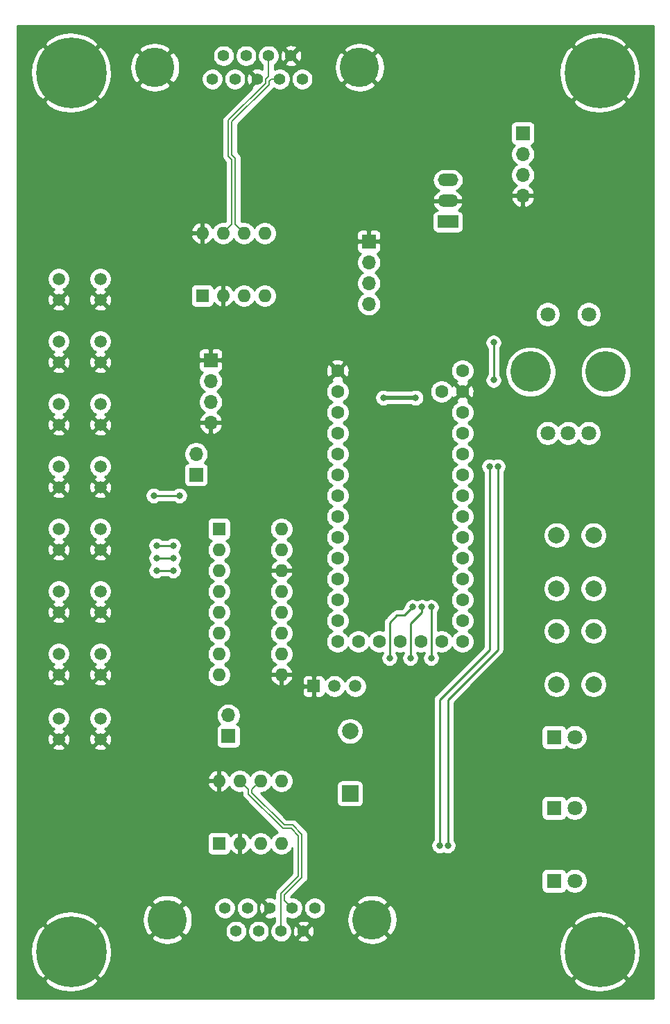
<source format=gbr>
G04 #@! TF.GenerationSoftware,KiCad,Pcbnew,(5.1.9)-1*
G04 #@! TF.CreationDate,2021-01-23T22:17:01+01:00*
G04 #@! TF.ProjectId,SNModule,534e4d6f-6475-46c6-952e-6b696361645f,rev?*
G04 #@! TF.SameCoordinates,Original*
G04 #@! TF.FileFunction,Copper,L2,Bot*
G04 #@! TF.FilePolarity,Positive*
%FSLAX46Y46*%
G04 Gerber Fmt 4.6, Leading zero omitted, Abs format (unit mm)*
G04 Created by KiCad (PCBNEW (5.1.9)-1) date 2021-01-23 22:17:01*
%MOMM*%
%LPD*%
G01*
G04 APERTURE LIST*
G04 #@! TA.AperFunction,ComponentPad*
%ADD10C,1.500000*%
G04 #@! TD*
G04 #@! TA.AperFunction,ComponentPad*
%ADD11C,1.600000*%
G04 #@! TD*
G04 #@! TA.AperFunction,ComponentPad*
%ADD12C,4.800000*%
G04 #@! TD*
G04 #@! TA.AperFunction,ComponentPad*
%ADD13C,1.400000*%
G04 #@! TD*
G04 #@! TA.AperFunction,ComponentPad*
%ADD14C,4.952000*%
G04 #@! TD*
G04 #@! TA.AperFunction,ComponentPad*
%ADD15C,1.800000*%
G04 #@! TD*
G04 #@! TA.AperFunction,ComponentPad*
%ADD16R,1.700000X1.700000*%
G04 #@! TD*
G04 #@! TA.AperFunction,ComponentPad*
%ADD17O,1.700000X1.700000*%
G04 #@! TD*
G04 #@! TA.AperFunction,ComponentPad*
%ADD18R,1.600000X1.600000*%
G04 #@! TD*
G04 #@! TA.AperFunction,ComponentPad*
%ADD19O,1.600000X1.600000*%
G04 #@! TD*
G04 #@! TA.AperFunction,ComponentPad*
%ADD20R,2.500000X1.500000*%
G04 #@! TD*
G04 #@! TA.AperFunction,ComponentPad*
%ADD21O,2.500000X1.500000*%
G04 #@! TD*
G04 #@! TA.AperFunction,ComponentPad*
%ADD22C,2.000000*%
G04 #@! TD*
G04 #@! TA.AperFunction,ComponentPad*
%ADD23R,1.800000X1.800000*%
G04 #@! TD*
G04 #@! TA.AperFunction,ComponentPad*
%ADD24C,0.900000*%
G04 #@! TD*
G04 #@! TA.AperFunction,ComponentPad*
%ADD25C,8.600000*%
G04 #@! TD*
G04 #@! TA.AperFunction,ComponentPad*
%ADD26R,2.000000X2.000000*%
G04 #@! TD*
G04 #@! TA.AperFunction,ComponentPad*
%ADD27R,1.520000X1.520000*%
G04 #@! TD*
G04 #@! TA.AperFunction,ComponentPad*
%ADD28C,1.520000*%
G04 #@! TD*
G04 #@! TA.AperFunction,ViaPad*
%ADD29C,0.800000*%
G04 #@! TD*
G04 #@! TA.AperFunction,Conductor*
%ADD30C,1.000000*%
G04 #@! TD*
G04 #@! TA.AperFunction,Conductor*
%ADD31C,0.250000*%
G04 #@! TD*
G04 #@! TA.AperFunction,Conductor*
%ADD32C,0.500000*%
G04 #@! TD*
G04 #@! TA.AperFunction,Conductor*
%ADD33C,0.200000*%
G04 #@! TD*
G04 #@! TA.AperFunction,Conductor*
%ADD34C,0.254000*%
G04 #@! TD*
G04 #@! TA.AperFunction,Conductor*
%ADD35C,0.100000*%
G04 #@! TD*
G04 APERTURE END LIST*
D10*
X36830000Y-124714000D03*
X31750000Y-124714000D03*
X36830000Y-122174000D03*
X31750000Y-122174000D03*
X36830000Y-71120000D03*
X31750000Y-71120000D03*
X36830000Y-68580000D03*
X31750000Y-68580000D03*
X36830000Y-93980000D03*
X31750000Y-93980000D03*
X36830000Y-91440000D03*
X31750000Y-91440000D03*
X36830000Y-86360000D03*
X31750000Y-86360000D03*
X36830000Y-83820000D03*
X31750000Y-83820000D03*
D11*
X65786000Y-79756000D03*
X65786000Y-82296000D03*
X65786000Y-84836000D03*
X65786000Y-87376000D03*
X65786000Y-89916000D03*
X65786000Y-92456000D03*
X65786000Y-94996000D03*
X65786000Y-97536000D03*
X65786000Y-100076000D03*
X65786000Y-102616000D03*
X65786000Y-105156000D03*
X65786000Y-107696000D03*
X65786000Y-110236000D03*
X78486000Y-82296000D03*
X81026000Y-79756000D03*
X81026000Y-82296000D03*
X81026000Y-84836000D03*
X81026000Y-87376000D03*
X81026000Y-89916000D03*
X81026000Y-92456000D03*
X81026000Y-94996000D03*
X81026000Y-97536000D03*
X81026000Y-100076000D03*
X81026000Y-102616000D03*
X81026000Y-105156000D03*
X81026000Y-107696000D03*
X81026000Y-110236000D03*
X65786000Y-112776000D03*
X68326000Y-112776000D03*
X70866000Y-112776000D03*
X81026000Y-112776000D03*
X78486000Y-112776000D03*
X75946000Y-112776000D03*
X73406000Y-112776000D03*
D12*
X45017000Y-146708000D03*
X70007000Y-146708000D03*
D13*
X53402000Y-148128000D03*
X56142000Y-148128000D03*
X58882000Y-148128000D03*
X61622000Y-148128000D03*
X52032000Y-145288000D03*
X54772000Y-145288000D03*
X57512000Y-145288000D03*
X60252000Y-145288000D03*
X62992000Y-145288000D03*
D14*
X98540000Y-79876000D03*
X89340000Y-79876000D03*
D15*
X96440000Y-72876000D03*
X91440000Y-72876000D03*
X93940000Y-87376000D03*
X96440000Y-87376000D03*
X91440000Y-87376000D03*
D16*
X88392000Y-50800000D03*
D17*
X88392000Y-53340000D03*
X88392000Y-55880000D03*
X88392000Y-58420000D03*
D12*
X43493000Y-42776000D03*
X68483000Y-42776000D03*
D13*
X51878000Y-41356000D03*
X54618000Y-41356000D03*
X57358000Y-41356000D03*
X60098000Y-41356000D03*
X50508000Y-44196000D03*
X53248000Y-44196000D03*
X55988000Y-44196000D03*
X58728000Y-44196000D03*
X61468000Y-44196000D03*
D10*
X36830000Y-109220000D03*
X31750000Y-109220000D03*
X36830000Y-106680000D03*
X31750000Y-106680000D03*
X36830000Y-116840000D03*
X31750000Y-116840000D03*
X36830000Y-114300000D03*
X31750000Y-114300000D03*
X36830000Y-78740000D03*
X31750000Y-78740000D03*
X36830000Y-76200000D03*
X31750000Y-76200000D03*
X36830000Y-101600000D03*
X31750000Y-101600000D03*
X36830000Y-99060000D03*
X31750000Y-99060000D03*
D16*
X52451000Y-124333000D03*
D17*
X52451000Y-121793000D03*
D18*
X51308000Y-137414000D03*
D19*
X58928000Y-129794000D03*
X53848000Y-137414000D03*
X56388000Y-129794000D03*
X56388000Y-137414000D03*
X53848000Y-129794000D03*
X58928000Y-137414000D03*
X51308000Y-129794000D03*
D18*
X49276000Y-70612000D03*
D19*
X56896000Y-62992000D03*
X51816000Y-70612000D03*
X54356000Y-62992000D03*
X54356000Y-70612000D03*
X51816000Y-62992000D03*
X56896000Y-70612000D03*
X49276000Y-62992000D03*
D20*
X79248000Y-61595000D03*
D21*
X79248000Y-59055000D03*
X79248000Y-56515000D03*
D18*
X51308000Y-99060000D03*
D19*
X58928000Y-116840000D03*
X51308000Y-101600000D03*
X58928000Y-114300000D03*
X51308000Y-104140000D03*
X58928000Y-111760000D03*
X51308000Y-106680000D03*
X58928000Y-109220000D03*
X51308000Y-109220000D03*
X58928000Y-106680000D03*
X51308000Y-111760000D03*
X58928000Y-104140000D03*
X51308000Y-114300000D03*
X58928000Y-101600000D03*
X51308000Y-116840000D03*
X58928000Y-99060000D03*
D22*
X92528000Y-99822000D03*
X97028000Y-99822000D03*
X92528000Y-106322000D03*
X97028000Y-106322000D03*
X92528000Y-111506000D03*
X97028000Y-111506000D03*
X92528000Y-118006000D03*
X97028000Y-118006000D03*
D16*
X48514000Y-92456000D03*
D17*
X48514000Y-89916000D03*
D16*
X69596000Y-64008000D03*
D17*
X69596000Y-66548000D03*
X69596000Y-69088000D03*
X69596000Y-71628000D03*
D16*
X50292000Y-78486000D03*
D17*
X50292000Y-81026000D03*
X50292000Y-83566000D03*
X50292000Y-86106000D03*
D23*
X92202000Y-141986000D03*
D15*
X94742000Y-141986000D03*
D23*
X92202000Y-133096000D03*
D15*
X94742000Y-133096000D03*
D23*
X92202000Y-124460000D03*
D15*
X94742000Y-124460000D03*
D24*
X100070419Y-41153581D03*
X97790000Y-40209000D03*
X95509581Y-41153581D03*
X94565000Y-43434000D03*
X95509581Y-45714419D03*
X97790000Y-46659000D03*
X100070419Y-45714419D03*
X101015000Y-43434000D03*
D25*
X97790000Y-43434000D03*
X33274000Y-43434000D03*
D24*
X36499000Y-43434000D03*
X35554419Y-45714419D03*
X33274000Y-46659000D03*
X30993581Y-45714419D03*
X30049000Y-43434000D03*
X30993581Y-41153581D03*
X33274000Y-40209000D03*
X35554419Y-41153581D03*
X35554419Y-148341581D03*
X33274000Y-147397000D03*
X30993581Y-148341581D03*
X30049000Y-150622000D03*
X30993581Y-152902419D03*
X33274000Y-153847000D03*
X35554419Y-152902419D03*
X36499000Y-150622000D03*
D25*
X33274000Y-150622000D03*
X97790000Y-150622000D03*
D24*
X101015000Y-150622000D03*
X100070419Y-152902419D03*
X97790000Y-153847000D03*
X95509581Y-152902419D03*
X94565000Y-150622000D03*
X95509581Y-148341581D03*
X97790000Y-147397000D03*
X100070419Y-148341581D03*
D22*
X67310000Y-123718000D03*
D26*
X67310000Y-131318000D03*
D27*
X62865000Y-118237000D03*
D28*
X67945000Y-118237000D03*
X65405000Y-118237000D03*
D29*
X55880000Y-51816000D03*
X55880000Y-53340000D03*
X49784000Y-50546000D03*
X48260000Y-50546000D03*
X65278000Y-52070000D03*
X66802000Y-52070000D03*
X71501000Y-93853000D03*
X71501000Y-90932000D03*
X73914000Y-46990000D03*
X72898000Y-47498000D03*
X72898000Y-48768000D03*
X72898000Y-50038000D03*
X73914000Y-50546000D03*
X83566000Y-127000000D03*
X83566000Y-131318000D03*
X83566000Y-140208000D03*
X42672000Y-131064000D03*
X40640000Y-131064000D03*
X43180000Y-131826000D03*
X40132000Y-131826000D03*
X41656000Y-130556000D03*
X77216000Y-114808000D03*
X77216000Y-108585000D03*
X74676000Y-114808000D03*
X76073000Y-108585000D03*
X72136000Y-114808000D03*
X74930000Y-108585000D03*
X84836000Y-80899000D03*
X84836000Y-76327000D03*
X75311000Y-83058000D03*
X71374000Y-83058000D03*
X85344000Y-91440000D03*
X79248000Y-137668000D03*
X84328000Y-91440000D03*
X78232000Y-137668000D03*
X43339010Y-94996000D03*
X46482000Y-94996000D03*
X43688000Y-101092000D03*
X45720000Y-101092000D03*
X43688000Y-102616000D03*
X45720000Y-102616000D03*
X43688000Y-104140000D03*
X45720000Y-104140000D03*
D30*
X43000000Y-132000000D02*
X42000000Y-133000000D01*
X43180000Y-131826000D02*
X43180000Y-132080000D01*
D31*
X77216000Y-110744000D02*
X77216000Y-114808000D01*
X77216000Y-108585000D02*
X77216000Y-110744000D01*
X74676000Y-110617000D02*
X74676000Y-114808000D01*
X76073000Y-109220000D02*
X74676000Y-110617000D01*
X76073000Y-108585000D02*
X76073000Y-109220000D01*
X72136000Y-110490000D02*
X72136000Y-110617000D01*
X73025000Y-109601000D02*
X72136000Y-110490000D01*
X72136000Y-110617000D02*
X72136000Y-114808000D01*
X74930000Y-108585000D02*
X73914000Y-109601000D01*
X73914000Y-109601000D02*
X73025000Y-109601000D01*
X84836000Y-80899000D02*
X84836000Y-76327000D01*
D32*
X75311000Y-83058000D02*
X71374000Y-83058000D01*
D31*
X85344000Y-113792000D02*
X85344000Y-91440000D01*
X79248000Y-119888000D02*
X85344000Y-113792000D01*
X79248000Y-137668000D02*
X79248000Y-119888000D01*
X84328000Y-113792000D02*
X84328000Y-91440000D01*
X78232000Y-119888000D02*
X84328000Y-113792000D01*
X78232000Y-137668000D02*
X78232000Y-119888000D01*
X43339010Y-94996000D02*
X46482000Y-94996000D01*
X43688000Y-101092000D02*
X45720000Y-101092000D01*
X43688000Y-102616000D02*
X45720000Y-102616000D01*
X43688000Y-104140000D02*
X45720000Y-104140000D01*
D33*
X51816000Y-62992000D02*
X52861000Y-61947000D01*
X52861000Y-54025385D02*
X52444008Y-53608393D01*
X52861000Y-61947000D02*
X52861000Y-54025385D01*
X56988001Y-44247800D02*
X57358000Y-43877801D01*
X57358000Y-43877801D02*
X57358000Y-41356000D01*
X52444008Y-53608393D02*
X52444008Y-49219994D01*
X52444008Y-49219994D02*
X56988001Y-44676001D01*
X56988001Y-44676001D02*
X56988001Y-44247800D01*
X57676199Y-44196000D02*
X58728000Y-44196000D01*
X57437992Y-44434206D02*
X57676199Y-44196000D01*
X57437992Y-44862393D02*
X57437992Y-44434206D01*
X52893999Y-53422001D02*
X52893999Y-49406386D01*
X52893999Y-49406386D02*
X57437992Y-44862393D01*
X54356000Y-62992000D02*
X53311000Y-61947000D01*
X53311000Y-61947000D02*
X53311000Y-53839002D01*
X53311000Y-53839002D02*
X52893999Y-53422001D01*
X54893000Y-130839000D02*
X54893000Y-131411200D01*
X53848000Y-129794000D02*
X54893000Y-130839000D01*
X54893000Y-131411200D02*
X59088800Y-135607000D01*
X59088800Y-135607000D02*
X60104800Y-135607000D01*
X60104800Y-135607000D02*
X60989000Y-136491200D01*
X60989000Y-136491200D02*
X60989000Y-141384800D01*
X58882000Y-143491800D02*
X58882000Y-144368000D01*
X58882000Y-144368000D02*
X58882000Y-148128000D01*
X60989000Y-141384800D02*
X58882000Y-143491800D01*
X55343000Y-130839000D02*
X55343000Y-131224800D01*
X56388000Y-129794000D02*
X55343000Y-130839000D01*
X55343000Y-131224800D02*
X59275200Y-135157000D01*
X59275200Y-135157000D02*
X60291200Y-135157000D01*
X60291200Y-135157000D02*
X61439000Y-136304800D01*
X61439000Y-136304800D02*
X61439000Y-141571200D01*
X59332000Y-144368000D02*
X60252000Y-145288000D01*
X59332000Y-143678200D02*
X59332000Y-144368000D01*
X61439000Y-141571200D02*
X59332000Y-143678200D01*
D34*
X104340000Y-156340000D02*
X26660000Y-156340000D01*
X26660000Y-154104818D01*
X29970787Y-154104818D01*
X30462946Y-154707149D01*
X31313933Y-155177063D01*
X32240243Y-155471929D01*
X33206281Y-155580414D01*
X34174921Y-155498351D01*
X35108938Y-155228893D01*
X35972440Y-154782394D01*
X36085054Y-154707149D01*
X36577213Y-154104818D01*
X94486787Y-154104818D01*
X94978946Y-154707149D01*
X95829933Y-155177063D01*
X96756243Y-155471929D01*
X97722281Y-155580414D01*
X98690921Y-155498351D01*
X99624938Y-155228893D01*
X100488440Y-154782394D01*
X100601054Y-154707149D01*
X101093213Y-154104818D01*
X97790000Y-150801605D01*
X94486787Y-154104818D01*
X36577213Y-154104818D01*
X33274000Y-150801605D01*
X29970787Y-154104818D01*
X26660000Y-154104818D01*
X26660000Y-150554281D01*
X28315586Y-150554281D01*
X28397649Y-151522921D01*
X28667107Y-152456938D01*
X29113606Y-153320440D01*
X29188851Y-153433054D01*
X29791182Y-153925213D01*
X33094395Y-150622000D01*
X33453605Y-150622000D01*
X36756818Y-153925213D01*
X37359149Y-153433054D01*
X37829063Y-152582067D01*
X38123929Y-151655757D01*
X38232414Y-150689719D01*
X38220940Y-150554281D01*
X92831586Y-150554281D01*
X92913649Y-151522921D01*
X93183107Y-152456938D01*
X93629606Y-153320440D01*
X93704851Y-153433054D01*
X94307182Y-153925213D01*
X97610395Y-150622000D01*
X97969605Y-150622000D01*
X101272818Y-153925213D01*
X101875149Y-153433054D01*
X102345063Y-152582067D01*
X102639929Y-151655757D01*
X102748414Y-150689719D01*
X102666351Y-149721079D01*
X102396893Y-148787062D01*
X101950394Y-147923560D01*
X101875149Y-147810946D01*
X101272818Y-147318787D01*
X97969605Y-150622000D01*
X97610395Y-150622000D01*
X94307182Y-147318787D01*
X93704851Y-147810946D01*
X93234937Y-148661933D01*
X92940071Y-149588243D01*
X92831586Y-150554281D01*
X38220940Y-150554281D01*
X38150351Y-149721079D01*
X37896174Y-148840029D01*
X43064576Y-148840029D01*
X43328740Y-149247755D01*
X43856661Y-149528317D01*
X44429173Y-149700496D01*
X45024275Y-149757676D01*
X45619098Y-149697658D01*
X46190782Y-149522750D01*
X46705260Y-149247755D01*
X46969424Y-148840029D01*
X45017000Y-146887605D01*
X43064576Y-148840029D01*
X37896174Y-148840029D01*
X37880893Y-148787062D01*
X37434394Y-147923560D01*
X37359149Y-147810946D01*
X36756818Y-147318787D01*
X33453605Y-150622000D01*
X33094395Y-150622000D01*
X29791182Y-147318787D01*
X29188851Y-147810946D01*
X28718937Y-148661933D01*
X28424071Y-149588243D01*
X28315586Y-150554281D01*
X26660000Y-150554281D01*
X26660000Y-147139182D01*
X29970787Y-147139182D01*
X33274000Y-150442395D01*
X36577213Y-147139182D01*
X36230843Y-146715275D01*
X41967324Y-146715275D01*
X42027342Y-147310098D01*
X42202250Y-147881782D01*
X42477245Y-148396260D01*
X42884971Y-148660424D01*
X44837395Y-146708000D01*
X45196605Y-146708000D01*
X47149029Y-148660424D01*
X47556755Y-148396260D01*
X47769198Y-147996514D01*
X52067000Y-147996514D01*
X52067000Y-148259486D01*
X52118304Y-148517405D01*
X52218939Y-148760359D01*
X52365038Y-148979013D01*
X52550987Y-149164962D01*
X52769641Y-149311061D01*
X53012595Y-149411696D01*
X53270514Y-149463000D01*
X53533486Y-149463000D01*
X53791405Y-149411696D01*
X54034359Y-149311061D01*
X54253013Y-149164962D01*
X54438962Y-148979013D01*
X54585061Y-148760359D01*
X54685696Y-148517405D01*
X54737000Y-148259486D01*
X54737000Y-147996514D01*
X54807000Y-147996514D01*
X54807000Y-148259486D01*
X54858304Y-148517405D01*
X54958939Y-148760359D01*
X55105038Y-148979013D01*
X55290987Y-149164962D01*
X55509641Y-149311061D01*
X55752595Y-149411696D01*
X56010514Y-149463000D01*
X56273486Y-149463000D01*
X56531405Y-149411696D01*
X56774359Y-149311061D01*
X56993013Y-149164962D01*
X57178962Y-148979013D01*
X57325061Y-148760359D01*
X57425696Y-148517405D01*
X57477000Y-148259486D01*
X57477000Y-147996514D01*
X57425696Y-147738595D01*
X57325061Y-147495641D01*
X57178962Y-147276987D01*
X56993013Y-147091038D01*
X56774359Y-146944939D01*
X56531405Y-146844304D01*
X56273486Y-146793000D01*
X56010514Y-146793000D01*
X55752595Y-146844304D01*
X55509641Y-146944939D01*
X55290987Y-147091038D01*
X55105038Y-147276987D01*
X54958939Y-147495641D01*
X54858304Y-147738595D01*
X54807000Y-147996514D01*
X54737000Y-147996514D01*
X54685696Y-147738595D01*
X54585061Y-147495641D01*
X54438962Y-147276987D01*
X54253013Y-147091038D01*
X54034359Y-146944939D01*
X53791405Y-146844304D01*
X53533486Y-146793000D01*
X53270514Y-146793000D01*
X53012595Y-146844304D01*
X52769641Y-146944939D01*
X52550987Y-147091038D01*
X52365038Y-147276987D01*
X52218939Y-147495641D01*
X52118304Y-147738595D01*
X52067000Y-147996514D01*
X47769198Y-147996514D01*
X47837317Y-147868339D01*
X48009496Y-147295827D01*
X48066676Y-146700725D01*
X48006658Y-146105902D01*
X47831750Y-145534218D01*
X47629863Y-145156514D01*
X50697000Y-145156514D01*
X50697000Y-145419486D01*
X50748304Y-145677405D01*
X50848939Y-145920359D01*
X50995038Y-146139013D01*
X51180987Y-146324962D01*
X51399641Y-146471061D01*
X51642595Y-146571696D01*
X51900514Y-146623000D01*
X52163486Y-146623000D01*
X52421405Y-146571696D01*
X52664359Y-146471061D01*
X52883013Y-146324962D01*
X53068962Y-146139013D01*
X53215061Y-145920359D01*
X53315696Y-145677405D01*
X53367000Y-145419486D01*
X53367000Y-145156514D01*
X53437000Y-145156514D01*
X53437000Y-145419486D01*
X53488304Y-145677405D01*
X53588939Y-145920359D01*
X53735038Y-146139013D01*
X53920987Y-146324962D01*
X54139641Y-146471061D01*
X54382595Y-146571696D01*
X54640514Y-146623000D01*
X54903486Y-146623000D01*
X55161405Y-146571696D01*
X55404359Y-146471061D01*
X55623013Y-146324962D01*
X55808962Y-146139013D01*
X55955061Y-145920359D01*
X56055696Y-145677405D01*
X56107000Y-145419486D01*
X56107000Y-145362473D01*
X56172610Y-145362473D01*
X56212875Y-145622344D01*
X56303065Y-145869366D01*
X56356963Y-145970203D01*
X56590731Y-146029664D01*
X57332395Y-145288000D01*
X56590731Y-144546336D01*
X56356963Y-144605797D01*
X56246066Y-144844242D01*
X56183817Y-145099740D01*
X56172610Y-145362473D01*
X56107000Y-145362473D01*
X56107000Y-145156514D01*
X56055696Y-144898595D01*
X55955061Y-144655641D01*
X55808962Y-144436987D01*
X55623013Y-144251038D01*
X55404359Y-144104939D01*
X55161405Y-144004304D01*
X54903486Y-143953000D01*
X54640514Y-143953000D01*
X54382595Y-144004304D01*
X54139641Y-144104939D01*
X53920987Y-144251038D01*
X53735038Y-144436987D01*
X53588939Y-144655641D01*
X53488304Y-144898595D01*
X53437000Y-145156514D01*
X53367000Y-145156514D01*
X53315696Y-144898595D01*
X53215061Y-144655641D01*
X53068962Y-144436987D01*
X52883013Y-144251038D01*
X52664359Y-144104939D01*
X52421405Y-144004304D01*
X52163486Y-143953000D01*
X51900514Y-143953000D01*
X51642595Y-144004304D01*
X51399641Y-144104939D01*
X51180987Y-144251038D01*
X50995038Y-144436987D01*
X50848939Y-144655641D01*
X50748304Y-144898595D01*
X50697000Y-145156514D01*
X47629863Y-145156514D01*
X47556755Y-145019740D01*
X47149029Y-144755576D01*
X45196605Y-146708000D01*
X44837395Y-146708000D01*
X42884971Y-144755576D01*
X42477245Y-145019740D01*
X42196683Y-145547661D01*
X42024504Y-146120173D01*
X41967324Y-146715275D01*
X36230843Y-146715275D01*
X36085054Y-146536851D01*
X35234067Y-146066937D01*
X34307757Y-145772071D01*
X33341719Y-145663586D01*
X32373079Y-145745649D01*
X31439062Y-146015107D01*
X30575560Y-146461606D01*
X30462946Y-146536851D01*
X29970787Y-147139182D01*
X26660000Y-147139182D01*
X26660000Y-144575971D01*
X43064576Y-144575971D01*
X45017000Y-146528395D01*
X46969424Y-144575971D01*
X46705260Y-144168245D01*
X46177339Y-143887683D01*
X45604827Y-143715504D01*
X45009725Y-143658324D01*
X44414902Y-143718342D01*
X43843218Y-143893250D01*
X43328740Y-144168245D01*
X43064576Y-144575971D01*
X26660000Y-144575971D01*
X26660000Y-136614000D01*
X49869928Y-136614000D01*
X49869928Y-138214000D01*
X49882188Y-138338482D01*
X49918498Y-138458180D01*
X49977463Y-138568494D01*
X50056815Y-138665185D01*
X50153506Y-138744537D01*
X50263820Y-138803502D01*
X50383518Y-138839812D01*
X50508000Y-138852072D01*
X52108000Y-138852072D01*
X52232482Y-138839812D01*
X52352180Y-138803502D01*
X52462494Y-138744537D01*
X52559185Y-138665185D01*
X52638537Y-138568494D01*
X52697502Y-138458180D01*
X52733812Y-138338482D01*
X52736231Y-138313920D01*
X52884586Y-138477519D01*
X53110580Y-138645037D01*
X53364913Y-138765246D01*
X53498961Y-138805904D01*
X53721000Y-138683915D01*
X53721000Y-137541000D01*
X53701000Y-137541000D01*
X53701000Y-137287000D01*
X53721000Y-137287000D01*
X53721000Y-136144085D01*
X53498961Y-136022096D01*
X53364913Y-136062754D01*
X53110580Y-136182963D01*
X52884586Y-136350481D01*
X52736231Y-136514080D01*
X52733812Y-136489518D01*
X52697502Y-136369820D01*
X52638537Y-136259506D01*
X52559185Y-136162815D01*
X52462494Y-136083463D01*
X52352180Y-136024498D01*
X52232482Y-135988188D01*
X52108000Y-135975928D01*
X50508000Y-135975928D01*
X50383518Y-135988188D01*
X50263820Y-136024498D01*
X50153506Y-136083463D01*
X50056815Y-136162815D01*
X49977463Y-136259506D01*
X49918498Y-136369820D01*
X49882188Y-136489518D01*
X49869928Y-136614000D01*
X26660000Y-136614000D01*
X26660000Y-130143040D01*
X49916091Y-130143040D01*
X50010930Y-130407881D01*
X50155615Y-130649131D01*
X50344586Y-130857519D01*
X50570580Y-131025037D01*
X50824913Y-131145246D01*
X50958961Y-131185904D01*
X51181000Y-131063915D01*
X51181000Y-129921000D01*
X50037376Y-129921000D01*
X49916091Y-130143040D01*
X26660000Y-130143040D01*
X26660000Y-129444960D01*
X49916091Y-129444960D01*
X50037376Y-129667000D01*
X51181000Y-129667000D01*
X51181000Y-128524085D01*
X51435000Y-128524085D01*
X51435000Y-129667000D01*
X51455000Y-129667000D01*
X51455000Y-129921000D01*
X51435000Y-129921000D01*
X51435000Y-131063915D01*
X51657039Y-131185904D01*
X51791087Y-131145246D01*
X52045420Y-131025037D01*
X52271414Y-130857519D01*
X52460385Y-130649131D01*
X52571933Y-130463135D01*
X52576320Y-130473727D01*
X52733363Y-130708759D01*
X52933241Y-130908637D01*
X53168273Y-131065680D01*
X53429426Y-131173853D01*
X53706665Y-131229000D01*
X53989335Y-131229000D01*
X54158000Y-131195450D01*
X54158000Y-131375095D01*
X54154444Y-131411200D01*
X54158000Y-131447305D01*
X54168635Y-131555285D01*
X54210663Y-131693833D01*
X54278914Y-131821520D01*
X54370763Y-131933438D01*
X54398808Y-131956454D01*
X58486144Y-136043791D01*
X58248273Y-136142320D01*
X58013241Y-136299363D01*
X57813363Y-136499241D01*
X57658000Y-136731759D01*
X57502637Y-136499241D01*
X57302759Y-136299363D01*
X57067727Y-136142320D01*
X56806574Y-136034147D01*
X56529335Y-135979000D01*
X56246665Y-135979000D01*
X55969426Y-136034147D01*
X55708273Y-136142320D01*
X55473241Y-136299363D01*
X55273363Y-136499241D01*
X55116320Y-136734273D01*
X55111933Y-136744865D01*
X55000385Y-136558869D01*
X54811414Y-136350481D01*
X54585420Y-136182963D01*
X54331087Y-136062754D01*
X54197039Y-136022096D01*
X53975000Y-136144085D01*
X53975000Y-137287000D01*
X53995000Y-137287000D01*
X53995000Y-137541000D01*
X53975000Y-137541000D01*
X53975000Y-138683915D01*
X54197039Y-138805904D01*
X54331087Y-138765246D01*
X54585420Y-138645037D01*
X54811414Y-138477519D01*
X55000385Y-138269131D01*
X55111933Y-138083135D01*
X55116320Y-138093727D01*
X55273363Y-138328759D01*
X55473241Y-138528637D01*
X55708273Y-138685680D01*
X55969426Y-138793853D01*
X56246665Y-138849000D01*
X56529335Y-138849000D01*
X56806574Y-138793853D01*
X57067727Y-138685680D01*
X57302759Y-138528637D01*
X57502637Y-138328759D01*
X57658000Y-138096241D01*
X57813363Y-138328759D01*
X58013241Y-138528637D01*
X58248273Y-138685680D01*
X58509426Y-138793853D01*
X58786665Y-138849000D01*
X59069335Y-138849000D01*
X59346574Y-138793853D01*
X59607727Y-138685680D01*
X59842759Y-138528637D01*
X60042637Y-138328759D01*
X60199680Y-138093727D01*
X60254000Y-137962586D01*
X60254001Y-141080352D01*
X58387808Y-142946546D01*
X58359762Y-142969563D01*
X58267913Y-143081481D01*
X58199663Y-143209168D01*
X58181853Y-143267880D01*
X58157635Y-143347715D01*
X58143444Y-143491800D01*
X58147000Y-143527905D01*
X58147000Y-144111010D01*
X57955758Y-144022066D01*
X57700260Y-143959817D01*
X57437527Y-143948610D01*
X57177656Y-143988875D01*
X56930634Y-144079065D01*
X56829797Y-144132963D01*
X56770336Y-144366731D01*
X57512000Y-145108395D01*
X57526143Y-145094253D01*
X57705748Y-145273858D01*
X57691605Y-145288000D01*
X57705748Y-145302143D01*
X57526143Y-145481748D01*
X57512000Y-145467605D01*
X56770336Y-146209269D01*
X56829797Y-146443037D01*
X57068242Y-146553934D01*
X57323740Y-146616183D01*
X57586473Y-146627390D01*
X57846344Y-146587125D01*
X58093366Y-146496935D01*
X58147001Y-146468267D01*
X58147001Y-147013521D01*
X58030987Y-147091038D01*
X57845038Y-147276987D01*
X57698939Y-147495641D01*
X57598304Y-147738595D01*
X57547000Y-147996514D01*
X57547000Y-148259486D01*
X57598304Y-148517405D01*
X57698939Y-148760359D01*
X57845038Y-148979013D01*
X58030987Y-149164962D01*
X58249641Y-149311061D01*
X58492595Y-149411696D01*
X58750514Y-149463000D01*
X59013486Y-149463000D01*
X59271405Y-149411696D01*
X59514359Y-149311061D01*
X59733013Y-149164962D01*
X59848706Y-149049269D01*
X60880336Y-149049269D01*
X60939797Y-149283037D01*
X61178242Y-149393934D01*
X61433740Y-149456183D01*
X61696473Y-149467390D01*
X61956344Y-149427125D01*
X62203366Y-149336935D01*
X62304203Y-149283037D01*
X62363664Y-149049269D01*
X61622000Y-148307605D01*
X60880336Y-149049269D01*
X59848706Y-149049269D01*
X59918962Y-148979013D01*
X60065061Y-148760359D01*
X60165696Y-148517405D01*
X60217000Y-148259486D01*
X60217000Y-148202473D01*
X60282610Y-148202473D01*
X60322875Y-148462344D01*
X60413065Y-148709366D01*
X60466963Y-148810203D01*
X60700731Y-148869664D01*
X61442395Y-148128000D01*
X61801605Y-148128000D01*
X62543269Y-148869664D01*
X62659777Y-148840029D01*
X68054576Y-148840029D01*
X68318740Y-149247755D01*
X68846661Y-149528317D01*
X69419173Y-149700496D01*
X70014275Y-149757676D01*
X70609098Y-149697658D01*
X71180782Y-149522750D01*
X71695260Y-149247755D01*
X71959424Y-148840029D01*
X70007000Y-146887605D01*
X68054576Y-148840029D01*
X62659777Y-148840029D01*
X62777037Y-148810203D01*
X62887934Y-148571758D01*
X62950183Y-148316260D01*
X62961390Y-148053527D01*
X62921125Y-147793656D01*
X62830935Y-147546634D01*
X62777037Y-147445797D01*
X62543269Y-147386336D01*
X61801605Y-148128000D01*
X61442395Y-148128000D01*
X60700731Y-147386336D01*
X60466963Y-147445797D01*
X60356066Y-147684242D01*
X60293817Y-147939740D01*
X60282610Y-148202473D01*
X60217000Y-148202473D01*
X60217000Y-147996514D01*
X60165696Y-147738595D01*
X60065061Y-147495641D01*
X59918962Y-147276987D01*
X59848706Y-147206731D01*
X60880336Y-147206731D01*
X61622000Y-147948395D01*
X62363664Y-147206731D01*
X62304203Y-146972963D01*
X62065758Y-146862066D01*
X61810260Y-146799817D01*
X61547527Y-146788610D01*
X61287656Y-146828875D01*
X61040634Y-146919065D01*
X60939797Y-146972963D01*
X60880336Y-147206731D01*
X59848706Y-147206731D01*
X59733013Y-147091038D01*
X59617000Y-147013521D01*
X59617000Y-146715275D01*
X66957324Y-146715275D01*
X67017342Y-147310098D01*
X67192250Y-147881782D01*
X67467245Y-148396260D01*
X67874971Y-148660424D01*
X69827395Y-146708000D01*
X70186605Y-146708000D01*
X72139029Y-148660424D01*
X72546755Y-148396260D01*
X72827317Y-147868339D01*
X72999496Y-147295827D01*
X73014547Y-147139182D01*
X94486787Y-147139182D01*
X97790000Y-150442395D01*
X101093213Y-147139182D01*
X100601054Y-146536851D01*
X99750067Y-146066937D01*
X98823757Y-145772071D01*
X97857719Y-145663586D01*
X96889079Y-145745649D01*
X95955062Y-146015107D01*
X95091560Y-146461606D01*
X94978946Y-146536851D01*
X94486787Y-147139182D01*
X73014547Y-147139182D01*
X73056676Y-146700725D01*
X72996658Y-146105902D01*
X72821750Y-145534218D01*
X72546755Y-145019740D01*
X72139029Y-144755576D01*
X70186605Y-146708000D01*
X69827395Y-146708000D01*
X67874971Y-144755576D01*
X67467245Y-145019740D01*
X67186683Y-145547661D01*
X67014504Y-146120173D01*
X66957324Y-146715275D01*
X59617000Y-146715275D01*
X59617000Y-146469296D01*
X59619641Y-146471061D01*
X59862595Y-146571696D01*
X60120514Y-146623000D01*
X60383486Y-146623000D01*
X60641405Y-146571696D01*
X60884359Y-146471061D01*
X61103013Y-146324962D01*
X61288962Y-146139013D01*
X61435061Y-145920359D01*
X61535696Y-145677405D01*
X61587000Y-145419486D01*
X61587000Y-145156514D01*
X61657000Y-145156514D01*
X61657000Y-145419486D01*
X61708304Y-145677405D01*
X61808939Y-145920359D01*
X61955038Y-146139013D01*
X62140987Y-146324962D01*
X62359641Y-146471061D01*
X62602595Y-146571696D01*
X62860514Y-146623000D01*
X63123486Y-146623000D01*
X63381405Y-146571696D01*
X63624359Y-146471061D01*
X63843013Y-146324962D01*
X64028962Y-146139013D01*
X64175061Y-145920359D01*
X64275696Y-145677405D01*
X64327000Y-145419486D01*
X64327000Y-145156514D01*
X64275696Y-144898595D01*
X64175061Y-144655641D01*
X64121828Y-144575971D01*
X68054576Y-144575971D01*
X70007000Y-146528395D01*
X71959424Y-144575971D01*
X71695260Y-144168245D01*
X71167339Y-143887683D01*
X70594827Y-143715504D01*
X69999725Y-143658324D01*
X69404902Y-143718342D01*
X68833218Y-143893250D01*
X68318740Y-144168245D01*
X68054576Y-144575971D01*
X64121828Y-144575971D01*
X64028962Y-144436987D01*
X63843013Y-144251038D01*
X63624359Y-144104939D01*
X63381405Y-144004304D01*
X63123486Y-143953000D01*
X62860514Y-143953000D01*
X62602595Y-144004304D01*
X62359641Y-144104939D01*
X62140987Y-144251038D01*
X61955038Y-144436987D01*
X61808939Y-144655641D01*
X61708304Y-144898595D01*
X61657000Y-145156514D01*
X61587000Y-145156514D01*
X61535696Y-144898595D01*
X61435061Y-144655641D01*
X61288962Y-144436987D01*
X61103013Y-144251038D01*
X60884359Y-144104939D01*
X60641405Y-144004304D01*
X60383486Y-143953000D01*
X60120514Y-143953000D01*
X60090720Y-143958927D01*
X61933193Y-142116454D01*
X61961238Y-142093438D01*
X62053087Y-141981520D01*
X62121337Y-141853833D01*
X62163365Y-141715285D01*
X62174000Y-141607305D01*
X62177556Y-141571200D01*
X62174000Y-141535095D01*
X62174000Y-141086000D01*
X90663928Y-141086000D01*
X90663928Y-142886000D01*
X90676188Y-143010482D01*
X90712498Y-143130180D01*
X90771463Y-143240494D01*
X90850815Y-143337185D01*
X90947506Y-143416537D01*
X91057820Y-143475502D01*
X91177518Y-143511812D01*
X91302000Y-143524072D01*
X93102000Y-143524072D01*
X93226482Y-143511812D01*
X93346180Y-143475502D01*
X93456494Y-143416537D01*
X93553185Y-143337185D01*
X93632537Y-143240494D01*
X93691502Y-143130180D01*
X93697056Y-143111873D01*
X93763495Y-143178312D01*
X94014905Y-143346299D01*
X94294257Y-143462011D01*
X94590816Y-143521000D01*
X94893184Y-143521000D01*
X95189743Y-143462011D01*
X95469095Y-143346299D01*
X95720505Y-143178312D01*
X95934312Y-142964505D01*
X96102299Y-142713095D01*
X96218011Y-142433743D01*
X96277000Y-142137184D01*
X96277000Y-141834816D01*
X96218011Y-141538257D01*
X96102299Y-141258905D01*
X95934312Y-141007495D01*
X95720505Y-140793688D01*
X95469095Y-140625701D01*
X95189743Y-140509989D01*
X94893184Y-140451000D01*
X94590816Y-140451000D01*
X94294257Y-140509989D01*
X94014905Y-140625701D01*
X93763495Y-140793688D01*
X93697056Y-140860127D01*
X93691502Y-140841820D01*
X93632537Y-140731506D01*
X93553185Y-140634815D01*
X93456494Y-140555463D01*
X93346180Y-140496498D01*
X93226482Y-140460188D01*
X93102000Y-140447928D01*
X91302000Y-140447928D01*
X91177518Y-140460188D01*
X91057820Y-140496498D01*
X90947506Y-140555463D01*
X90850815Y-140634815D01*
X90771463Y-140731506D01*
X90712498Y-140841820D01*
X90676188Y-140961518D01*
X90663928Y-141086000D01*
X62174000Y-141086000D01*
X62174000Y-137566061D01*
X77197000Y-137566061D01*
X77197000Y-137769939D01*
X77236774Y-137969898D01*
X77314795Y-138158256D01*
X77428063Y-138327774D01*
X77572226Y-138471937D01*
X77741744Y-138585205D01*
X77930102Y-138663226D01*
X78130061Y-138703000D01*
X78333939Y-138703000D01*
X78533898Y-138663226D01*
X78722256Y-138585205D01*
X78740000Y-138573349D01*
X78757744Y-138585205D01*
X78946102Y-138663226D01*
X79146061Y-138703000D01*
X79349939Y-138703000D01*
X79549898Y-138663226D01*
X79738256Y-138585205D01*
X79907774Y-138471937D01*
X80051937Y-138327774D01*
X80165205Y-138158256D01*
X80243226Y-137969898D01*
X80283000Y-137769939D01*
X80283000Y-137566061D01*
X80243226Y-137366102D01*
X80165205Y-137177744D01*
X80051937Y-137008226D01*
X80008000Y-136964289D01*
X80008000Y-132196000D01*
X90663928Y-132196000D01*
X90663928Y-133996000D01*
X90676188Y-134120482D01*
X90712498Y-134240180D01*
X90771463Y-134350494D01*
X90850815Y-134447185D01*
X90947506Y-134526537D01*
X91057820Y-134585502D01*
X91177518Y-134621812D01*
X91302000Y-134634072D01*
X93102000Y-134634072D01*
X93226482Y-134621812D01*
X93346180Y-134585502D01*
X93456494Y-134526537D01*
X93553185Y-134447185D01*
X93632537Y-134350494D01*
X93691502Y-134240180D01*
X93697056Y-134221873D01*
X93763495Y-134288312D01*
X94014905Y-134456299D01*
X94294257Y-134572011D01*
X94590816Y-134631000D01*
X94893184Y-134631000D01*
X95189743Y-134572011D01*
X95469095Y-134456299D01*
X95720505Y-134288312D01*
X95934312Y-134074505D01*
X96102299Y-133823095D01*
X96218011Y-133543743D01*
X96277000Y-133247184D01*
X96277000Y-132944816D01*
X96218011Y-132648257D01*
X96102299Y-132368905D01*
X95934312Y-132117495D01*
X95720505Y-131903688D01*
X95469095Y-131735701D01*
X95189743Y-131619989D01*
X94893184Y-131561000D01*
X94590816Y-131561000D01*
X94294257Y-131619989D01*
X94014905Y-131735701D01*
X93763495Y-131903688D01*
X93697056Y-131970127D01*
X93691502Y-131951820D01*
X93632537Y-131841506D01*
X93553185Y-131744815D01*
X93456494Y-131665463D01*
X93346180Y-131606498D01*
X93226482Y-131570188D01*
X93102000Y-131557928D01*
X91302000Y-131557928D01*
X91177518Y-131570188D01*
X91057820Y-131606498D01*
X90947506Y-131665463D01*
X90850815Y-131744815D01*
X90771463Y-131841506D01*
X90712498Y-131951820D01*
X90676188Y-132071518D01*
X90663928Y-132196000D01*
X80008000Y-132196000D01*
X80008000Y-123560000D01*
X90663928Y-123560000D01*
X90663928Y-125360000D01*
X90676188Y-125484482D01*
X90712498Y-125604180D01*
X90771463Y-125714494D01*
X90850815Y-125811185D01*
X90947506Y-125890537D01*
X91057820Y-125949502D01*
X91177518Y-125985812D01*
X91302000Y-125998072D01*
X93102000Y-125998072D01*
X93226482Y-125985812D01*
X93346180Y-125949502D01*
X93456494Y-125890537D01*
X93553185Y-125811185D01*
X93632537Y-125714494D01*
X93691502Y-125604180D01*
X93697056Y-125585873D01*
X93763495Y-125652312D01*
X94014905Y-125820299D01*
X94294257Y-125936011D01*
X94590816Y-125995000D01*
X94893184Y-125995000D01*
X95189743Y-125936011D01*
X95469095Y-125820299D01*
X95720505Y-125652312D01*
X95934312Y-125438505D01*
X96102299Y-125187095D01*
X96218011Y-124907743D01*
X96277000Y-124611184D01*
X96277000Y-124308816D01*
X96218011Y-124012257D01*
X96102299Y-123732905D01*
X95934312Y-123481495D01*
X95720505Y-123267688D01*
X95469095Y-123099701D01*
X95189743Y-122983989D01*
X94893184Y-122925000D01*
X94590816Y-122925000D01*
X94294257Y-122983989D01*
X94014905Y-123099701D01*
X93763495Y-123267688D01*
X93697056Y-123334127D01*
X93691502Y-123315820D01*
X93632537Y-123205506D01*
X93553185Y-123108815D01*
X93456494Y-123029463D01*
X93346180Y-122970498D01*
X93226482Y-122934188D01*
X93102000Y-122921928D01*
X91302000Y-122921928D01*
X91177518Y-122934188D01*
X91057820Y-122970498D01*
X90947506Y-123029463D01*
X90850815Y-123108815D01*
X90771463Y-123205506D01*
X90712498Y-123315820D01*
X90676188Y-123435518D01*
X90663928Y-123560000D01*
X80008000Y-123560000D01*
X80008000Y-120202801D01*
X82365834Y-117844967D01*
X90893000Y-117844967D01*
X90893000Y-118167033D01*
X90955832Y-118482912D01*
X91079082Y-118780463D01*
X91258013Y-119048252D01*
X91485748Y-119275987D01*
X91753537Y-119454918D01*
X92051088Y-119578168D01*
X92366967Y-119641000D01*
X92689033Y-119641000D01*
X93004912Y-119578168D01*
X93302463Y-119454918D01*
X93570252Y-119275987D01*
X93797987Y-119048252D01*
X93976918Y-118780463D01*
X94100168Y-118482912D01*
X94163000Y-118167033D01*
X94163000Y-117844967D01*
X95393000Y-117844967D01*
X95393000Y-118167033D01*
X95455832Y-118482912D01*
X95579082Y-118780463D01*
X95758013Y-119048252D01*
X95985748Y-119275987D01*
X96253537Y-119454918D01*
X96551088Y-119578168D01*
X96866967Y-119641000D01*
X97189033Y-119641000D01*
X97504912Y-119578168D01*
X97802463Y-119454918D01*
X98070252Y-119275987D01*
X98297987Y-119048252D01*
X98476918Y-118780463D01*
X98600168Y-118482912D01*
X98663000Y-118167033D01*
X98663000Y-117844967D01*
X98600168Y-117529088D01*
X98476918Y-117231537D01*
X98297987Y-116963748D01*
X98070252Y-116736013D01*
X97802463Y-116557082D01*
X97504912Y-116433832D01*
X97189033Y-116371000D01*
X96866967Y-116371000D01*
X96551088Y-116433832D01*
X96253537Y-116557082D01*
X95985748Y-116736013D01*
X95758013Y-116963748D01*
X95579082Y-117231537D01*
X95455832Y-117529088D01*
X95393000Y-117844967D01*
X94163000Y-117844967D01*
X94100168Y-117529088D01*
X93976918Y-117231537D01*
X93797987Y-116963748D01*
X93570252Y-116736013D01*
X93302463Y-116557082D01*
X93004912Y-116433832D01*
X92689033Y-116371000D01*
X92366967Y-116371000D01*
X92051088Y-116433832D01*
X91753537Y-116557082D01*
X91485748Y-116736013D01*
X91258013Y-116963748D01*
X91079082Y-117231537D01*
X90955832Y-117529088D01*
X90893000Y-117844967D01*
X82365834Y-117844967D01*
X85855004Y-114355798D01*
X85884001Y-114332001D01*
X85910332Y-114299917D01*
X85978974Y-114216277D01*
X86049546Y-114084247D01*
X86073869Y-114004063D01*
X86093003Y-113940986D01*
X86104000Y-113829333D01*
X86104000Y-113829323D01*
X86107676Y-113792000D01*
X86104000Y-113754677D01*
X86104000Y-111344967D01*
X90893000Y-111344967D01*
X90893000Y-111667033D01*
X90955832Y-111982912D01*
X91079082Y-112280463D01*
X91258013Y-112548252D01*
X91485748Y-112775987D01*
X91753537Y-112954918D01*
X92051088Y-113078168D01*
X92366967Y-113141000D01*
X92689033Y-113141000D01*
X93004912Y-113078168D01*
X93302463Y-112954918D01*
X93570252Y-112775987D01*
X93797987Y-112548252D01*
X93976918Y-112280463D01*
X94100168Y-111982912D01*
X94163000Y-111667033D01*
X94163000Y-111344967D01*
X95393000Y-111344967D01*
X95393000Y-111667033D01*
X95455832Y-111982912D01*
X95579082Y-112280463D01*
X95758013Y-112548252D01*
X95985748Y-112775987D01*
X96253537Y-112954918D01*
X96551088Y-113078168D01*
X96866967Y-113141000D01*
X97189033Y-113141000D01*
X97504912Y-113078168D01*
X97802463Y-112954918D01*
X98070252Y-112775987D01*
X98297987Y-112548252D01*
X98476918Y-112280463D01*
X98600168Y-111982912D01*
X98663000Y-111667033D01*
X98663000Y-111344967D01*
X98600168Y-111029088D01*
X98476918Y-110731537D01*
X98297987Y-110463748D01*
X98070252Y-110236013D01*
X97802463Y-110057082D01*
X97504912Y-109933832D01*
X97189033Y-109871000D01*
X96866967Y-109871000D01*
X96551088Y-109933832D01*
X96253537Y-110057082D01*
X95985748Y-110236013D01*
X95758013Y-110463748D01*
X95579082Y-110731537D01*
X95455832Y-111029088D01*
X95393000Y-111344967D01*
X94163000Y-111344967D01*
X94100168Y-111029088D01*
X93976918Y-110731537D01*
X93797987Y-110463748D01*
X93570252Y-110236013D01*
X93302463Y-110057082D01*
X93004912Y-109933832D01*
X92689033Y-109871000D01*
X92366967Y-109871000D01*
X92051088Y-109933832D01*
X91753537Y-110057082D01*
X91485748Y-110236013D01*
X91258013Y-110463748D01*
X91079082Y-110731537D01*
X90955832Y-111029088D01*
X90893000Y-111344967D01*
X86104000Y-111344967D01*
X86104000Y-106160967D01*
X90893000Y-106160967D01*
X90893000Y-106483033D01*
X90955832Y-106798912D01*
X91079082Y-107096463D01*
X91258013Y-107364252D01*
X91485748Y-107591987D01*
X91753537Y-107770918D01*
X92051088Y-107894168D01*
X92366967Y-107957000D01*
X92689033Y-107957000D01*
X93004912Y-107894168D01*
X93302463Y-107770918D01*
X93570252Y-107591987D01*
X93797987Y-107364252D01*
X93976918Y-107096463D01*
X94100168Y-106798912D01*
X94163000Y-106483033D01*
X94163000Y-106160967D01*
X95393000Y-106160967D01*
X95393000Y-106483033D01*
X95455832Y-106798912D01*
X95579082Y-107096463D01*
X95758013Y-107364252D01*
X95985748Y-107591987D01*
X96253537Y-107770918D01*
X96551088Y-107894168D01*
X96866967Y-107957000D01*
X97189033Y-107957000D01*
X97504912Y-107894168D01*
X97802463Y-107770918D01*
X98070252Y-107591987D01*
X98297987Y-107364252D01*
X98476918Y-107096463D01*
X98600168Y-106798912D01*
X98663000Y-106483033D01*
X98663000Y-106160967D01*
X98600168Y-105845088D01*
X98476918Y-105547537D01*
X98297987Y-105279748D01*
X98070252Y-105052013D01*
X97802463Y-104873082D01*
X97504912Y-104749832D01*
X97189033Y-104687000D01*
X96866967Y-104687000D01*
X96551088Y-104749832D01*
X96253537Y-104873082D01*
X95985748Y-105052013D01*
X95758013Y-105279748D01*
X95579082Y-105547537D01*
X95455832Y-105845088D01*
X95393000Y-106160967D01*
X94163000Y-106160967D01*
X94100168Y-105845088D01*
X93976918Y-105547537D01*
X93797987Y-105279748D01*
X93570252Y-105052013D01*
X93302463Y-104873082D01*
X93004912Y-104749832D01*
X92689033Y-104687000D01*
X92366967Y-104687000D01*
X92051088Y-104749832D01*
X91753537Y-104873082D01*
X91485748Y-105052013D01*
X91258013Y-105279748D01*
X91079082Y-105547537D01*
X90955832Y-105845088D01*
X90893000Y-106160967D01*
X86104000Y-106160967D01*
X86104000Y-99660967D01*
X90893000Y-99660967D01*
X90893000Y-99983033D01*
X90955832Y-100298912D01*
X91079082Y-100596463D01*
X91258013Y-100864252D01*
X91485748Y-101091987D01*
X91753537Y-101270918D01*
X92051088Y-101394168D01*
X92366967Y-101457000D01*
X92689033Y-101457000D01*
X93004912Y-101394168D01*
X93302463Y-101270918D01*
X93570252Y-101091987D01*
X93797987Y-100864252D01*
X93976918Y-100596463D01*
X94100168Y-100298912D01*
X94163000Y-99983033D01*
X94163000Y-99660967D01*
X95393000Y-99660967D01*
X95393000Y-99983033D01*
X95455832Y-100298912D01*
X95579082Y-100596463D01*
X95758013Y-100864252D01*
X95985748Y-101091987D01*
X96253537Y-101270918D01*
X96551088Y-101394168D01*
X96866967Y-101457000D01*
X97189033Y-101457000D01*
X97504912Y-101394168D01*
X97802463Y-101270918D01*
X98070252Y-101091987D01*
X98297987Y-100864252D01*
X98476918Y-100596463D01*
X98600168Y-100298912D01*
X98663000Y-99983033D01*
X98663000Y-99660967D01*
X98600168Y-99345088D01*
X98476918Y-99047537D01*
X98297987Y-98779748D01*
X98070252Y-98552013D01*
X97802463Y-98373082D01*
X97504912Y-98249832D01*
X97189033Y-98187000D01*
X96866967Y-98187000D01*
X96551088Y-98249832D01*
X96253537Y-98373082D01*
X95985748Y-98552013D01*
X95758013Y-98779748D01*
X95579082Y-99047537D01*
X95455832Y-99345088D01*
X95393000Y-99660967D01*
X94163000Y-99660967D01*
X94100168Y-99345088D01*
X93976918Y-99047537D01*
X93797987Y-98779748D01*
X93570252Y-98552013D01*
X93302463Y-98373082D01*
X93004912Y-98249832D01*
X92689033Y-98187000D01*
X92366967Y-98187000D01*
X92051088Y-98249832D01*
X91753537Y-98373082D01*
X91485748Y-98552013D01*
X91258013Y-98779748D01*
X91079082Y-99047537D01*
X90955832Y-99345088D01*
X90893000Y-99660967D01*
X86104000Y-99660967D01*
X86104000Y-92143711D01*
X86147937Y-92099774D01*
X86261205Y-91930256D01*
X86339226Y-91741898D01*
X86379000Y-91541939D01*
X86379000Y-91338061D01*
X86339226Y-91138102D01*
X86261205Y-90949744D01*
X86147937Y-90780226D01*
X86003774Y-90636063D01*
X85834256Y-90522795D01*
X85645898Y-90444774D01*
X85445939Y-90405000D01*
X85242061Y-90405000D01*
X85042102Y-90444774D01*
X84853744Y-90522795D01*
X84836000Y-90534651D01*
X84818256Y-90522795D01*
X84629898Y-90444774D01*
X84429939Y-90405000D01*
X84226061Y-90405000D01*
X84026102Y-90444774D01*
X83837744Y-90522795D01*
X83668226Y-90636063D01*
X83524063Y-90780226D01*
X83410795Y-90949744D01*
X83332774Y-91138102D01*
X83293000Y-91338061D01*
X83293000Y-91541939D01*
X83332774Y-91741898D01*
X83410795Y-91930256D01*
X83524063Y-92099774D01*
X83568001Y-92143712D01*
X83568000Y-113477198D01*
X77720998Y-119324201D01*
X77692000Y-119347999D01*
X77668202Y-119376997D01*
X77668201Y-119376998D01*
X77597026Y-119463724D01*
X77526454Y-119595754D01*
X77482998Y-119739015D01*
X77468324Y-119888000D01*
X77472001Y-119925333D01*
X77472000Y-136964289D01*
X77428063Y-137008226D01*
X77314795Y-137177744D01*
X77236774Y-137366102D01*
X77197000Y-137566061D01*
X62174000Y-137566061D01*
X62174000Y-136340894D01*
X62177555Y-136304799D01*
X62174000Y-136268704D01*
X62174000Y-136268695D01*
X62163365Y-136160715D01*
X62121337Y-136022167D01*
X62053087Y-135894480D01*
X62007832Y-135839337D01*
X61984253Y-135810606D01*
X61984250Y-135810603D01*
X61961237Y-135782562D01*
X61933197Y-135759550D01*
X60836458Y-134662812D01*
X60813438Y-134634762D01*
X60701520Y-134542913D01*
X60573833Y-134474663D01*
X60435285Y-134432635D01*
X60327305Y-134422000D01*
X60291200Y-134418444D01*
X60255095Y-134422000D01*
X59579647Y-134422000D01*
X56386646Y-131229000D01*
X56529335Y-131229000D01*
X56806574Y-131173853D01*
X57067727Y-131065680D01*
X57302759Y-130908637D01*
X57502637Y-130708759D01*
X57658000Y-130476241D01*
X57813363Y-130708759D01*
X58013241Y-130908637D01*
X58248273Y-131065680D01*
X58509426Y-131173853D01*
X58786665Y-131229000D01*
X59069335Y-131229000D01*
X59346574Y-131173853D01*
X59607727Y-131065680D01*
X59842759Y-130908637D01*
X60042637Y-130708759D01*
X60199680Y-130473727D01*
X60264184Y-130318000D01*
X65671928Y-130318000D01*
X65671928Y-132318000D01*
X65684188Y-132442482D01*
X65720498Y-132562180D01*
X65779463Y-132672494D01*
X65858815Y-132769185D01*
X65955506Y-132848537D01*
X66065820Y-132907502D01*
X66185518Y-132943812D01*
X66310000Y-132956072D01*
X68310000Y-132956072D01*
X68434482Y-132943812D01*
X68554180Y-132907502D01*
X68664494Y-132848537D01*
X68761185Y-132769185D01*
X68840537Y-132672494D01*
X68899502Y-132562180D01*
X68935812Y-132442482D01*
X68948072Y-132318000D01*
X68948072Y-130318000D01*
X68935812Y-130193518D01*
X68899502Y-130073820D01*
X68840537Y-129963506D01*
X68761185Y-129866815D01*
X68664494Y-129787463D01*
X68554180Y-129728498D01*
X68434482Y-129692188D01*
X68310000Y-129679928D01*
X66310000Y-129679928D01*
X66185518Y-129692188D01*
X66065820Y-129728498D01*
X65955506Y-129787463D01*
X65858815Y-129866815D01*
X65779463Y-129963506D01*
X65720498Y-130073820D01*
X65684188Y-130193518D01*
X65671928Y-130318000D01*
X60264184Y-130318000D01*
X60307853Y-130212574D01*
X60363000Y-129935335D01*
X60363000Y-129652665D01*
X60307853Y-129375426D01*
X60199680Y-129114273D01*
X60042637Y-128879241D01*
X59842759Y-128679363D01*
X59607727Y-128522320D01*
X59346574Y-128414147D01*
X59069335Y-128359000D01*
X58786665Y-128359000D01*
X58509426Y-128414147D01*
X58248273Y-128522320D01*
X58013241Y-128679363D01*
X57813363Y-128879241D01*
X57658000Y-129111759D01*
X57502637Y-128879241D01*
X57302759Y-128679363D01*
X57067727Y-128522320D01*
X56806574Y-128414147D01*
X56529335Y-128359000D01*
X56246665Y-128359000D01*
X55969426Y-128414147D01*
X55708273Y-128522320D01*
X55473241Y-128679363D01*
X55273363Y-128879241D01*
X55118000Y-129111759D01*
X54962637Y-128879241D01*
X54762759Y-128679363D01*
X54527727Y-128522320D01*
X54266574Y-128414147D01*
X53989335Y-128359000D01*
X53706665Y-128359000D01*
X53429426Y-128414147D01*
X53168273Y-128522320D01*
X52933241Y-128679363D01*
X52733363Y-128879241D01*
X52576320Y-129114273D01*
X52571933Y-129124865D01*
X52460385Y-128938869D01*
X52271414Y-128730481D01*
X52045420Y-128562963D01*
X51791087Y-128442754D01*
X51657039Y-128402096D01*
X51435000Y-128524085D01*
X51181000Y-128524085D01*
X50958961Y-128402096D01*
X50824913Y-128442754D01*
X50570580Y-128562963D01*
X50344586Y-128730481D01*
X50155615Y-128938869D01*
X50010930Y-129180119D01*
X49916091Y-129444960D01*
X26660000Y-129444960D01*
X26660000Y-125670993D01*
X30972612Y-125670993D01*
X31038137Y-125909860D01*
X31285116Y-126025760D01*
X31549960Y-126091250D01*
X31822492Y-126103812D01*
X32092238Y-126062965D01*
X32348832Y-125970277D01*
X32461863Y-125909860D01*
X32527388Y-125670993D01*
X36052612Y-125670993D01*
X36118137Y-125909860D01*
X36365116Y-126025760D01*
X36629960Y-126091250D01*
X36902492Y-126103812D01*
X37172238Y-126062965D01*
X37428832Y-125970277D01*
X37541863Y-125909860D01*
X37607388Y-125670993D01*
X36830000Y-124893605D01*
X36052612Y-125670993D01*
X32527388Y-125670993D01*
X31750000Y-124893605D01*
X30972612Y-125670993D01*
X26660000Y-125670993D01*
X26660000Y-124786492D01*
X30360188Y-124786492D01*
X30401035Y-125056238D01*
X30493723Y-125312832D01*
X30554140Y-125425863D01*
X30793007Y-125491388D01*
X31570395Y-124714000D01*
X31929605Y-124714000D01*
X32706993Y-125491388D01*
X32945860Y-125425863D01*
X33061760Y-125178884D01*
X33127250Y-124914040D01*
X33133129Y-124786492D01*
X35440188Y-124786492D01*
X35481035Y-125056238D01*
X35573723Y-125312832D01*
X35634140Y-125425863D01*
X35873007Y-125491388D01*
X36650395Y-124714000D01*
X37009605Y-124714000D01*
X37786993Y-125491388D01*
X38025860Y-125425863D01*
X38141760Y-125178884D01*
X38207250Y-124914040D01*
X38219812Y-124641508D01*
X38178965Y-124371762D01*
X38086277Y-124115168D01*
X38025860Y-124002137D01*
X37786993Y-123936612D01*
X37009605Y-124714000D01*
X36650395Y-124714000D01*
X35873007Y-123936612D01*
X35634140Y-124002137D01*
X35518240Y-124249116D01*
X35452750Y-124513960D01*
X35440188Y-124786492D01*
X33133129Y-124786492D01*
X33139812Y-124641508D01*
X33098965Y-124371762D01*
X33006277Y-124115168D01*
X32945860Y-124002137D01*
X32706993Y-123936612D01*
X31929605Y-124714000D01*
X31570395Y-124714000D01*
X30793007Y-123936612D01*
X30554140Y-124002137D01*
X30438240Y-124249116D01*
X30372750Y-124513960D01*
X30360188Y-124786492D01*
X26660000Y-124786492D01*
X26660000Y-122037589D01*
X30365000Y-122037589D01*
X30365000Y-122310411D01*
X30418225Y-122577989D01*
X30522629Y-122830043D01*
X30674201Y-123056886D01*
X30867114Y-123249799D01*
X31093957Y-123401371D01*
X31193279Y-123442511D01*
X31151168Y-123457723D01*
X31038137Y-123518140D01*
X30972612Y-123757007D01*
X31750000Y-124534395D01*
X32527388Y-123757007D01*
X32461863Y-123518140D01*
X32303523Y-123443836D01*
X32406043Y-123401371D01*
X32632886Y-123249799D01*
X32825799Y-123056886D01*
X32977371Y-122830043D01*
X33081775Y-122577989D01*
X33135000Y-122310411D01*
X33135000Y-122037589D01*
X35445000Y-122037589D01*
X35445000Y-122310411D01*
X35498225Y-122577989D01*
X35602629Y-122830043D01*
X35754201Y-123056886D01*
X35947114Y-123249799D01*
X36173957Y-123401371D01*
X36273279Y-123442511D01*
X36231168Y-123457723D01*
X36118137Y-123518140D01*
X36052612Y-123757007D01*
X36830000Y-124534395D01*
X37607388Y-123757007D01*
X37541863Y-123518140D01*
X37466981Y-123483000D01*
X50962928Y-123483000D01*
X50962928Y-125183000D01*
X50975188Y-125307482D01*
X51011498Y-125427180D01*
X51070463Y-125537494D01*
X51149815Y-125634185D01*
X51246506Y-125713537D01*
X51356820Y-125772502D01*
X51476518Y-125808812D01*
X51601000Y-125821072D01*
X53301000Y-125821072D01*
X53425482Y-125808812D01*
X53545180Y-125772502D01*
X53655494Y-125713537D01*
X53752185Y-125634185D01*
X53831537Y-125537494D01*
X53890502Y-125427180D01*
X53926812Y-125307482D01*
X53939072Y-125183000D01*
X53939072Y-123556967D01*
X65675000Y-123556967D01*
X65675000Y-123879033D01*
X65737832Y-124194912D01*
X65861082Y-124492463D01*
X66040013Y-124760252D01*
X66267748Y-124987987D01*
X66535537Y-125166918D01*
X66833088Y-125290168D01*
X67148967Y-125353000D01*
X67471033Y-125353000D01*
X67786912Y-125290168D01*
X68084463Y-125166918D01*
X68352252Y-124987987D01*
X68579987Y-124760252D01*
X68758918Y-124492463D01*
X68882168Y-124194912D01*
X68945000Y-123879033D01*
X68945000Y-123556967D01*
X68882168Y-123241088D01*
X68758918Y-122943537D01*
X68579987Y-122675748D01*
X68352252Y-122448013D01*
X68084463Y-122269082D01*
X67786912Y-122145832D01*
X67471033Y-122083000D01*
X67148967Y-122083000D01*
X66833088Y-122145832D01*
X66535537Y-122269082D01*
X66267748Y-122448013D01*
X66040013Y-122675748D01*
X65861082Y-122943537D01*
X65737832Y-123241088D01*
X65675000Y-123556967D01*
X53939072Y-123556967D01*
X53939072Y-123483000D01*
X53926812Y-123358518D01*
X53890502Y-123238820D01*
X53831537Y-123128506D01*
X53752185Y-123031815D01*
X53655494Y-122952463D01*
X53545180Y-122893498D01*
X53472620Y-122871487D01*
X53604475Y-122739632D01*
X53766990Y-122496411D01*
X53878932Y-122226158D01*
X53936000Y-121939260D01*
X53936000Y-121646740D01*
X53878932Y-121359842D01*
X53766990Y-121089589D01*
X53604475Y-120846368D01*
X53397632Y-120639525D01*
X53154411Y-120477010D01*
X52884158Y-120365068D01*
X52597260Y-120308000D01*
X52304740Y-120308000D01*
X52017842Y-120365068D01*
X51747589Y-120477010D01*
X51504368Y-120639525D01*
X51297525Y-120846368D01*
X51135010Y-121089589D01*
X51023068Y-121359842D01*
X50966000Y-121646740D01*
X50966000Y-121939260D01*
X51023068Y-122226158D01*
X51135010Y-122496411D01*
X51297525Y-122739632D01*
X51429380Y-122871487D01*
X51356820Y-122893498D01*
X51246506Y-122952463D01*
X51149815Y-123031815D01*
X51070463Y-123128506D01*
X51011498Y-123238820D01*
X50975188Y-123358518D01*
X50962928Y-123483000D01*
X37466981Y-123483000D01*
X37383523Y-123443836D01*
X37486043Y-123401371D01*
X37712886Y-123249799D01*
X37905799Y-123056886D01*
X38057371Y-122830043D01*
X38161775Y-122577989D01*
X38215000Y-122310411D01*
X38215000Y-122037589D01*
X38161775Y-121770011D01*
X38057371Y-121517957D01*
X37905799Y-121291114D01*
X37712886Y-121098201D01*
X37486043Y-120946629D01*
X37233989Y-120842225D01*
X36966411Y-120789000D01*
X36693589Y-120789000D01*
X36426011Y-120842225D01*
X36173957Y-120946629D01*
X35947114Y-121098201D01*
X35754201Y-121291114D01*
X35602629Y-121517957D01*
X35498225Y-121770011D01*
X35445000Y-122037589D01*
X33135000Y-122037589D01*
X33081775Y-121770011D01*
X32977371Y-121517957D01*
X32825799Y-121291114D01*
X32632886Y-121098201D01*
X32406043Y-120946629D01*
X32153989Y-120842225D01*
X31886411Y-120789000D01*
X31613589Y-120789000D01*
X31346011Y-120842225D01*
X31093957Y-120946629D01*
X30867114Y-121098201D01*
X30674201Y-121291114D01*
X30522629Y-121517957D01*
X30418225Y-121770011D01*
X30365000Y-122037589D01*
X26660000Y-122037589D01*
X26660000Y-118997000D01*
X61466928Y-118997000D01*
X61479188Y-119121482D01*
X61515498Y-119241180D01*
X61574463Y-119351494D01*
X61653815Y-119448185D01*
X61750506Y-119527537D01*
X61860820Y-119586502D01*
X61980518Y-119622812D01*
X62105000Y-119635072D01*
X62579250Y-119632000D01*
X62738000Y-119473250D01*
X62738000Y-118364000D01*
X61628750Y-118364000D01*
X61470000Y-118522750D01*
X61466928Y-118997000D01*
X26660000Y-118997000D01*
X26660000Y-117796993D01*
X30972612Y-117796993D01*
X31038137Y-118035860D01*
X31285116Y-118151760D01*
X31549960Y-118217250D01*
X31822492Y-118229812D01*
X32092238Y-118188965D01*
X32348832Y-118096277D01*
X32461863Y-118035860D01*
X32527388Y-117796993D01*
X36052612Y-117796993D01*
X36118137Y-118035860D01*
X36365116Y-118151760D01*
X36629960Y-118217250D01*
X36902492Y-118229812D01*
X37172238Y-118188965D01*
X37428832Y-118096277D01*
X37541863Y-118035860D01*
X37607388Y-117796993D01*
X36830000Y-117019605D01*
X36052612Y-117796993D01*
X32527388Y-117796993D01*
X31750000Y-117019605D01*
X30972612Y-117796993D01*
X26660000Y-117796993D01*
X26660000Y-116912492D01*
X30360188Y-116912492D01*
X30401035Y-117182238D01*
X30493723Y-117438832D01*
X30554140Y-117551863D01*
X30793007Y-117617388D01*
X31570395Y-116840000D01*
X31929605Y-116840000D01*
X32706993Y-117617388D01*
X32945860Y-117551863D01*
X33061760Y-117304884D01*
X33127250Y-117040040D01*
X33133129Y-116912492D01*
X35440188Y-116912492D01*
X35481035Y-117182238D01*
X35573723Y-117438832D01*
X35634140Y-117551863D01*
X35873007Y-117617388D01*
X36650395Y-116840000D01*
X37009605Y-116840000D01*
X37786993Y-117617388D01*
X38025860Y-117551863D01*
X38141760Y-117304884D01*
X38207250Y-117040040D01*
X38219812Y-116767508D01*
X38178965Y-116497762D01*
X38086277Y-116241168D01*
X38025860Y-116128137D01*
X37786993Y-116062612D01*
X37009605Y-116840000D01*
X36650395Y-116840000D01*
X35873007Y-116062612D01*
X35634140Y-116128137D01*
X35518240Y-116375116D01*
X35452750Y-116639960D01*
X35440188Y-116912492D01*
X33133129Y-116912492D01*
X33139812Y-116767508D01*
X33098965Y-116497762D01*
X33006277Y-116241168D01*
X32945860Y-116128137D01*
X32706993Y-116062612D01*
X31929605Y-116840000D01*
X31570395Y-116840000D01*
X30793007Y-116062612D01*
X30554140Y-116128137D01*
X30438240Y-116375116D01*
X30372750Y-116639960D01*
X30360188Y-116912492D01*
X26660000Y-116912492D01*
X26660000Y-114163589D01*
X30365000Y-114163589D01*
X30365000Y-114436411D01*
X30418225Y-114703989D01*
X30522629Y-114956043D01*
X30674201Y-115182886D01*
X30867114Y-115375799D01*
X31093957Y-115527371D01*
X31193279Y-115568511D01*
X31151168Y-115583723D01*
X31038137Y-115644140D01*
X30972612Y-115883007D01*
X31750000Y-116660395D01*
X32527388Y-115883007D01*
X32461863Y-115644140D01*
X32303523Y-115569836D01*
X32406043Y-115527371D01*
X32632886Y-115375799D01*
X32825799Y-115182886D01*
X32977371Y-114956043D01*
X33081775Y-114703989D01*
X33135000Y-114436411D01*
X33135000Y-114163589D01*
X35445000Y-114163589D01*
X35445000Y-114436411D01*
X35498225Y-114703989D01*
X35602629Y-114956043D01*
X35754201Y-115182886D01*
X35947114Y-115375799D01*
X36173957Y-115527371D01*
X36273279Y-115568511D01*
X36231168Y-115583723D01*
X36118137Y-115644140D01*
X36052612Y-115883007D01*
X36830000Y-116660395D01*
X37607388Y-115883007D01*
X37541863Y-115644140D01*
X37383523Y-115569836D01*
X37486043Y-115527371D01*
X37712886Y-115375799D01*
X37905799Y-115182886D01*
X38057371Y-114956043D01*
X38161775Y-114703989D01*
X38215000Y-114436411D01*
X38215000Y-114163589D01*
X38161775Y-113896011D01*
X38057371Y-113643957D01*
X37905799Y-113417114D01*
X37712886Y-113224201D01*
X37486043Y-113072629D01*
X37233989Y-112968225D01*
X36966411Y-112915000D01*
X36693589Y-112915000D01*
X36426011Y-112968225D01*
X36173957Y-113072629D01*
X35947114Y-113224201D01*
X35754201Y-113417114D01*
X35602629Y-113643957D01*
X35498225Y-113896011D01*
X35445000Y-114163589D01*
X33135000Y-114163589D01*
X33081775Y-113896011D01*
X32977371Y-113643957D01*
X32825799Y-113417114D01*
X32632886Y-113224201D01*
X32406043Y-113072629D01*
X32153989Y-112968225D01*
X31886411Y-112915000D01*
X31613589Y-112915000D01*
X31346011Y-112968225D01*
X31093957Y-113072629D01*
X30867114Y-113224201D01*
X30674201Y-113417114D01*
X30522629Y-113643957D01*
X30418225Y-113896011D01*
X30365000Y-114163589D01*
X26660000Y-114163589D01*
X26660000Y-110176993D01*
X30972612Y-110176993D01*
X31038137Y-110415860D01*
X31285116Y-110531760D01*
X31549960Y-110597250D01*
X31822492Y-110609812D01*
X32092238Y-110568965D01*
X32348832Y-110476277D01*
X32461863Y-110415860D01*
X32527388Y-110176993D01*
X36052612Y-110176993D01*
X36118137Y-110415860D01*
X36365116Y-110531760D01*
X36629960Y-110597250D01*
X36902492Y-110609812D01*
X37172238Y-110568965D01*
X37428832Y-110476277D01*
X37541863Y-110415860D01*
X37607388Y-110176993D01*
X36830000Y-109399605D01*
X36052612Y-110176993D01*
X32527388Y-110176993D01*
X31750000Y-109399605D01*
X30972612Y-110176993D01*
X26660000Y-110176993D01*
X26660000Y-109292492D01*
X30360188Y-109292492D01*
X30401035Y-109562238D01*
X30493723Y-109818832D01*
X30554140Y-109931863D01*
X30793007Y-109997388D01*
X31570395Y-109220000D01*
X31929605Y-109220000D01*
X32706993Y-109997388D01*
X32945860Y-109931863D01*
X33061760Y-109684884D01*
X33127250Y-109420040D01*
X33133129Y-109292492D01*
X35440188Y-109292492D01*
X35481035Y-109562238D01*
X35573723Y-109818832D01*
X35634140Y-109931863D01*
X35873007Y-109997388D01*
X36650395Y-109220000D01*
X37009605Y-109220000D01*
X37786993Y-109997388D01*
X38025860Y-109931863D01*
X38141760Y-109684884D01*
X38207250Y-109420040D01*
X38219812Y-109147508D01*
X38178965Y-108877762D01*
X38086277Y-108621168D01*
X38025860Y-108508137D01*
X37786993Y-108442612D01*
X37009605Y-109220000D01*
X36650395Y-109220000D01*
X35873007Y-108442612D01*
X35634140Y-108508137D01*
X35518240Y-108755116D01*
X35452750Y-109019960D01*
X35440188Y-109292492D01*
X33133129Y-109292492D01*
X33139812Y-109147508D01*
X33098965Y-108877762D01*
X33006277Y-108621168D01*
X32945860Y-108508137D01*
X32706993Y-108442612D01*
X31929605Y-109220000D01*
X31570395Y-109220000D01*
X30793007Y-108442612D01*
X30554140Y-108508137D01*
X30438240Y-108755116D01*
X30372750Y-109019960D01*
X30360188Y-109292492D01*
X26660000Y-109292492D01*
X26660000Y-106543589D01*
X30365000Y-106543589D01*
X30365000Y-106816411D01*
X30418225Y-107083989D01*
X30522629Y-107336043D01*
X30674201Y-107562886D01*
X30867114Y-107755799D01*
X31093957Y-107907371D01*
X31193279Y-107948511D01*
X31151168Y-107963723D01*
X31038137Y-108024140D01*
X30972612Y-108263007D01*
X31750000Y-109040395D01*
X32527388Y-108263007D01*
X32461863Y-108024140D01*
X32303523Y-107949836D01*
X32406043Y-107907371D01*
X32632886Y-107755799D01*
X32825799Y-107562886D01*
X32977371Y-107336043D01*
X33081775Y-107083989D01*
X33135000Y-106816411D01*
X33135000Y-106543589D01*
X35445000Y-106543589D01*
X35445000Y-106816411D01*
X35498225Y-107083989D01*
X35602629Y-107336043D01*
X35754201Y-107562886D01*
X35947114Y-107755799D01*
X36173957Y-107907371D01*
X36273279Y-107948511D01*
X36231168Y-107963723D01*
X36118137Y-108024140D01*
X36052612Y-108263007D01*
X36830000Y-109040395D01*
X37607388Y-108263007D01*
X37541863Y-108024140D01*
X37383523Y-107949836D01*
X37486043Y-107907371D01*
X37712886Y-107755799D01*
X37905799Y-107562886D01*
X38057371Y-107336043D01*
X38161775Y-107083989D01*
X38215000Y-106816411D01*
X38215000Y-106543589D01*
X38161775Y-106276011D01*
X38057371Y-106023957D01*
X37905799Y-105797114D01*
X37712886Y-105604201D01*
X37486043Y-105452629D01*
X37233989Y-105348225D01*
X36966411Y-105295000D01*
X36693589Y-105295000D01*
X36426011Y-105348225D01*
X36173957Y-105452629D01*
X35947114Y-105604201D01*
X35754201Y-105797114D01*
X35602629Y-106023957D01*
X35498225Y-106276011D01*
X35445000Y-106543589D01*
X33135000Y-106543589D01*
X33081775Y-106276011D01*
X32977371Y-106023957D01*
X32825799Y-105797114D01*
X32632886Y-105604201D01*
X32406043Y-105452629D01*
X32153989Y-105348225D01*
X31886411Y-105295000D01*
X31613589Y-105295000D01*
X31346011Y-105348225D01*
X31093957Y-105452629D01*
X30867114Y-105604201D01*
X30674201Y-105797114D01*
X30522629Y-106023957D01*
X30418225Y-106276011D01*
X30365000Y-106543589D01*
X26660000Y-106543589D01*
X26660000Y-102556993D01*
X30972612Y-102556993D01*
X31038137Y-102795860D01*
X31285116Y-102911760D01*
X31549960Y-102977250D01*
X31822492Y-102989812D01*
X32092238Y-102948965D01*
X32348832Y-102856277D01*
X32461863Y-102795860D01*
X32527388Y-102556993D01*
X36052612Y-102556993D01*
X36118137Y-102795860D01*
X36365116Y-102911760D01*
X36629960Y-102977250D01*
X36902492Y-102989812D01*
X37172238Y-102948965D01*
X37428832Y-102856277D01*
X37541863Y-102795860D01*
X37607388Y-102556993D01*
X36830000Y-101779605D01*
X36052612Y-102556993D01*
X32527388Y-102556993D01*
X31750000Y-101779605D01*
X30972612Y-102556993D01*
X26660000Y-102556993D01*
X26660000Y-101672492D01*
X30360188Y-101672492D01*
X30401035Y-101942238D01*
X30493723Y-102198832D01*
X30554140Y-102311863D01*
X30793007Y-102377388D01*
X31570395Y-101600000D01*
X31929605Y-101600000D01*
X32706993Y-102377388D01*
X32945860Y-102311863D01*
X33061760Y-102064884D01*
X33127250Y-101800040D01*
X33133129Y-101672492D01*
X35440188Y-101672492D01*
X35481035Y-101942238D01*
X35573723Y-102198832D01*
X35634140Y-102311863D01*
X35873007Y-102377388D01*
X36650395Y-101600000D01*
X37009605Y-101600000D01*
X37786993Y-102377388D01*
X38025860Y-102311863D01*
X38141760Y-102064884D01*
X38207250Y-101800040D01*
X38219812Y-101527508D01*
X38178965Y-101257762D01*
X38086277Y-101001168D01*
X38080341Y-100990061D01*
X42653000Y-100990061D01*
X42653000Y-101193939D01*
X42692774Y-101393898D01*
X42770795Y-101582256D01*
X42884063Y-101751774D01*
X42986289Y-101854000D01*
X42884063Y-101956226D01*
X42770795Y-102125744D01*
X42692774Y-102314102D01*
X42653000Y-102514061D01*
X42653000Y-102717939D01*
X42692774Y-102917898D01*
X42770795Y-103106256D01*
X42884063Y-103275774D01*
X42986289Y-103378000D01*
X42884063Y-103480226D01*
X42770795Y-103649744D01*
X42692774Y-103838102D01*
X42653000Y-104038061D01*
X42653000Y-104241939D01*
X42692774Y-104441898D01*
X42770795Y-104630256D01*
X42884063Y-104799774D01*
X43028226Y-104943937D01*
X43197744Y-105057205D01*
X43386102Y-105135226D01*
X43586061Y-105175000D01*
X43789939Y-105175000D01*
X43989898Y-105135226D01*
X44178256Y-105057205D01*
X44347774Y-104943937D01*
X44391711Y-104900000D01*
X45016289Y-104900000D01*
X45060226Y-104943937D01*
X45229744Y-105057205D01*
X45418102Y-105135226D01*
X45618061Y-105175000D01*
X45821939Y-105175000D01*
X46021898Y-105135226D01*
X46210256Y-105057205D01*
X46379774Y-104943937D01*
X46523937Y-104799774D01*
X46637205Y-104630256D01*
X46715226Y-104441898D01*
X46755000Y-104241939D01*
X46755000Y-104038061D01*
X46715226Y-103838102D01*
X46637205Y-103649744D01*
X46523937Y-103480226D01*
X46421711Y-103378000D01*
X46523937Y-103275774D01*
X46637205Y-103106256D01*
X46715226Y-102917898D01*
X46755000Y-102717939D01*
X46755000Y-102514061D01*
X46715226Y-102314102D01*
X46637205Y-102125744D01*
X46523937Y-101956226D01*
X46421711Y-101854000D01*
X46523937Y-101751774D01*
X46637205Y-101582256D01*
X46715226Y-101393898D01*
X46755000Y-101193939D01*
X46755000Y-100990061D01*
X46715226Y-100790102D01*
X46637205Y-100601744D01*
X46523937Y-100432226D01*
X46379774Y-100288063D01*
X46210256Y-100174795D01*
X46021898Y-100096774D01*
X45821939Y-100057000D01*
X45618061Y-100057000D01*
X45418102Y-100096774D01*
X45229744Y-100174795D01*
X45060226Y-100288063D01*
X45016289Y-100332000D01*
X44391711Y-100332000D01*
X44347774Y-100288063D01*
X44178256Y-100174795D01*
X43989898Y-100096774D01*
X43789939Y-100057000D01*
X43586061Y-100057000D01*
X43386102Y-100096774D01*
X43197744Y-100174795D01*
X43028226Y-100288063D01*
X42884063Y-100432226D01*
X42770795Y-100601744D01*
X42692774Y-100790102D01*
X42653000Y-100990061D01*
X38080341Y-100990061D01*
X38025860Y-100888137D01*
X37786993Y-100822612D01*
X37009605Y-101600000D01*
X36650395Y-101600000D01*
X35873007Y-100822612D01*
X35634140Y-100888137D01*
X35518240Y-101135116D01*
X35452750Y-101399960D01*
X35440188Y-101672492D01*
X33133129Y-101672492D01*
X33139812Y-101527508D01*
X33098965Y-101257762D01*
X33006277Y-101001168D01*
X32945860Y-100888137D01*
X32706993Y-100822612D01*
X31929605Y-101600000D01*
X31570395Y-101600000D01*
X30793007Y-100822612D01*
X30554140Y-100888137D01*
X30438240Y-101135116D01*
X30372750Y-101399960D01*
X30360188Y-101672492D01*
X26660000Y-101672492D01*
X26660000Y-98923589D01*
X30365000Y-98923589D01*
X30365000Y-99196411D01*
X30418225Y-99463989D01*
X30522629Y-99716043D01*
X30674201Y-99942886D01*
X30867114Y-100135799D01*
X31093957Y-100287371D01*
X31193279Y-100328511D01*
X31151168Y-100343723D01*
X31038137Y-100404140D01*
X30972612Y-100643007D01*
X31750000Y-101420395D01*
X32527388Y-100643007D01*
X32461863Y-100404140D01*
X32303523Y-100329836D01*
X32406043Y-100287371D01*
X32632886Y-100135799D01*
X32825799Y-99942886D01*
X32977371Y-99716043D01*
X33081775Y-99463989D01*
X33135000Y-99196411D01*
X33135000Y-98923589D01*
X35445000Y-98923589D01*
X35445000Y-99196411D01*
X35498225Y-99463989D01*
X35602629Y-99716043D01*
X35754201Y-99942886D01*
X35947114Y-100135799D01*
X36173957Y-100287371D01*
X36273279Y-100328511D01*
X36231168Y-100343723D01*
X36118137Y-100404140D01*
X36052612Y-100643007D01*
X36830000Y-101420395D01*
X37607388Y-100643007D01*
X37541863Y-100404140D01*
X37383523Y-100329836D01*
X37486043Y-100287371D01*
X37712886Y-100135799D01*
X37905799Y-99942886D01*
X38057371Y-99716043D01*
X38161775Y-99463989D01*
X38215000Y-99196411D01*
X38215000Y-98923589D01*
X38161775Y-98656011D01*
X38057371Y-98403957D01*
X37961182Y-98260000D01*
X49869928Y-98260000D01*
X49869928Y-99860000D01*
X49882188Y-99984482D01*
X49918498Y-100104180D01*
X49977463Y-100214494D01*
X50056815Y-100311185D01*
X50153506Y-100390537D01*
X50263820Y-100449502D01*
X50383518Y-100485812D01*
X50391961Y-100486643D01*
X50193363Y-100685241D01*
X50036320Y-100920273D01*
X49928147Y-101181426D01*
X49873000Y-101458665D01*
X49873000Y-101741335D01*
X49928147Y-102018574D01*
X50036320Y-102279727D01*
X50193363Y-102514759D01*
X50393241Y-102714637D01*
X50625759Y-102870000D01*
X50393241Y-103025363D01*
X50193363Y-103225241D01*
X50036320Y-103460273D01*
X49928147Y-103721426D01*
X49873000Y-103998665D01*
X49873000Y-104281335D01*
X49928147Y-104558574D01*
X50036320Y-104819727D01*
X50193363Y-105054759D01*
X50393241Y-105254637D01*
X50625759Y-105410000D01*
X50393241Y-105565363D01*
X50193363Y-105765241D01*
X50036320Y-106000273D01*
X49928147Y-106261426D01*
X49873000Y-106538665D01*
X49873000Y-106821335D01*
X49928147Y-107098574D01*
X50036320Y-107359727D01*
X50193363Y-107594759D01*
X50393241Y-107794637D01*
X50625759Y-107950000D01*
X50393241Y-108105363D01*
X50193363Y-108305241D01*
X50036320Y-108540273D01*
X49928147Y-108801426D01*
X49873000Y-109078665D01*
X49873000Y-109361335D01*
X49928147Y-109638574D01*
X50036320Y-109899727D01*
X50193363Y-110134759D01*
X50393241Y-110334637D01*
X50625759Y-110490000D01*
X50393241Y-110645363D01*
X50193363Y-110845241D01*
X50036320Y-111080273D01*
X49928147Y-111341426D01*
X49873000Y-111618665D01*
X49873000Y-111901335D01*
X49928147Y-112178574D01*
X50036320Y-112439727D01*
X50193363Y-112674759D01*
X50393241Y-112874637D01*
X50625759Y-113030000D01*
X50393241Y-113185363D01*
X50193363Y-113385241D01*
X50036320Y-113620273D01*
X49928147Y-113881426D01*
X49873000Y-114158665D01*
X49873000Y-114441335D01*
X49928147Y-114718574D01*
X50036320Y-114979727D01*
X50193363Y-115214759D01*
X50393241Y-115414637D01*
X50625759Y-115570000D01*
X50393241Y-115725363D01*
X50193363Y-115925241D01*
X50036320Y-116160273D01*
X49928147Y-116421426D01*
X49873000Y-116698665D01*
X49873000Y-116981335D01*
X49928147Y-117258574D01*
X50036320Y-117519727D01*
X50193363Y-117754759D01*
X50393241Y-117954637D01*
X50628273Y-118111680D01*
X50889426Y-118219853D01*
X51166665Y-118275000D01*
X51449335Y-118275000D01*
X51726574Y-118219853D01*
X51987727Y-118111680D01*
X52222759Y-117954637D01*
X52422637Y-117754759D01*
X52579680Y-117519727D01*
X52687853Y-117258574D01*
X52701684Y-117189039D01*
X57536096Y-117189039D01*
X57576754Y-117323087D01*
X57696963Y-117577420D01*
X57864481Y-117803414D01*
X58072869Y-117992385D01*
X58314119Y-118137070D01*
X58578960Y-118231909D01*
X58801000Y-118110624D01*
X58801000Y-116967000D01*
X59055000Y-116967000D01*
X59055000Y-118110624D01*
X59277040Y-118231909D01*
X59541881Y-118137070D01*
X59783131Y-117992385D01*
X59991519Y-117803414D01*
X60159037Y-117577420D01*
X60206499Y-117477000D01*
X61466928Y-117477000D01*
X61470000Y-117951250D01*
X61628750Y-118110000D01*
X62738000Y-118110000D01*
X62738000Y-117000750D01*
X62992000Y-117000750D01*
X62992000Y-118110000D01*
X63012000Y-118110000D01*
X63012000Y-118364000D01*
X62992000Y-118364000D01*
X62992000Y-119473250D01*
X63150750Y-119632000D01*
X63625000Y-119635072D01*
X63749482Y-119622812D01*
X63869180Y-119586502D01*
X63979494Y-119527537D01*
X64076185Y-119448185D01*
X64155537Y-119351494D01*
X64214502Y-119241180D01*
X64250812Y-119121482D01*
X64259474Y-119033533D01*
X64321433Y-119126261D01*
X64515739Y-119320567D01*
X64744220Y-119473233D01*
X64998093Y-119578391D01*
X65267604Y-119632000D01*
X65542396Y-119632000D01*
X65811907Y-119578391D01*
X66065780Y-119473233D01*
X66294261Y-119320567D01*
X66488567Y-119126261D01*
X66641233Y-118897780D01*
X66675000Y-118816260D01*
X66708767Y-118897780D01*
X66861433Y-119126261D01*
X67055739Y-119320567D01*
X67284220Y-119473233D01*
X67538093Y-119578391D01*
X67807604Y-119632000D01*
X68082396Y-119632000D01*
X68351907Y-119578391D01*
X68605780Y-119473233D01*
X68834261Y-119320567D01*
X69028567Y-119126261D01*
X69181233Y-118897780D01*
X69286391Y-118643907D01*
X69340000Y-118374396D01*
X69340000Y-118099604D01*
X69286391Y-117830093D01*
X69181233Y-117576220D01*
X69028567Y-117347739D01*
X68834261Y-117153433D01*
X68605780Y-117000767D01*
X68351907Y-116895609D01*
X68082396Y-116842000D01*
X67807604Y-116842000D01*
X67538093Y-116895609D01*
X67284220Y-117000767D01*
X67055739Y-117153433D01*
X66861433Y-117347739D01*
X66708767Y-117576220D01*
X66675000Y-117657740D01*
X66641233Y-117576220D01*
X66488567Y-117347739D01*
X66294261Y-117153433D01*
X66065780Y-117000767D01*
X65811907Y-116895609D01*
X65542396Y-116842000D01*
X65267604Y-116842000D01*
X64998093Y-116895609D01*
X64744220Y-117000767D01*
X64515739Y-117153433D01*
X64321433Y-117347739D01*
X64259474Y-117440467D01*
X64250812Y-117352518D01*
X64214502Y-117232820D01*
X64155537Y-117122506D01*
X64076185Y-117025815D01*
X63979494Y-116946463D01*
X63869180Y-116887498D01*
X63749482Y-116851188D01*
X63625000Y-116838928D01*
X63150750Y-116842000D01*
X62992000Y-117000750D01*
X62738000Y-117000750D01*
X62579250Y-116842000D01*
X62105000Y-116838928D01*
X61980518Y-116851188D01*
X61860820Y-116887498D01*
X61750506Y-116946463D01*
X61653815Y-117025815D01*
X61574463Y-117122506D01*
X61515498Y-117232820D01*
X61479188Y-117352518D01*
X61466928Y-117477000D01*
X60206499Y-117477000D01*
X60279246Y-117323087D01*
X60319904Y-117189039D01*
X60197915Y-116967000D01*
X59055000Y-116967000D01*
X58801000Y-116967000D01*
X57658085Y-116967000D01*
X57536096Y-117189039D01*
X52701684Y-117189039D01*
X52743000Y-116981335D01*
X52743000Y-116698665D01*
X52687853Y-116421426D01*
X52579680Y-116160273D01*
X52422637Y-115925241D01*
X52222759Y-115725363D01*
X51990241Y-115570000D01*
X52222759Y-115414637D01*
X52422637Y-115214759D01*
X52579680Y-114979727D01*
X52687853Y-114718574D01*
X52743000Y-114441335D01*
X52743000Y-114158665D01*
X52687853Y-113881426D01*
X52579680Y-113620273D01*
X52422637Y-113385241D01*
X52222759Y-113185363D01*
X51990241Y-113030000D01*
X52222759Y-112874637D01*
X52422637Y-112674759D01*
X52579680Y-112439727D01*
X52687853Y-112178574D01*
X52743000Y-111901335D01*
X52743000Y-111618665D01*
X52687853Y-111341426D01*
X52579680Y-111080273D01*
X52422637Y-110845241D01*
X52222759Y-110645363D01*
X51990241Y-110490000D01*
X52222759Y-110334637D01*
X52422637Y-110134759D01*
X52579680Y-109899727D01*
X52687853Y-109638574D01*
X52743000Y-109361335D01*
X52743000Y-109078665D01*
X52687853Y-108801426D01*
X52579680Y-108540273D01*
X52422637Y-108305241D01*
X52222759Y-108105363D01*
X51990241Y-107950000D01*
X52222759Y-107794637D01*
X52422637Y-107594759D01*
X52579680Y-107359727D01*
X52687853Y-107098574D01*
X52743000Y-106821335D01*
X52743000Y-106538665D01*
X57493000Y-106538665D01*
X57493000Y-106821335D01*
X57548147Y-107098574D01*
X57656320Y-107359727D01*
X57813363Y-107594759D01*
X58013241Y-107794637D01*
X58245759Y-107950000D01*
X58013241Y-108105363D01*
X57813363Y-108305241D01*
X57656320Y-108540273D01*
X57548147Y-108801426D01*
X57493000Y-109078665D01*
X57493000Y-109361335D01*
X57548147Y-109638574D01*
X57656320Y-109899727D01*
X57813363Y-110134759D01*
X58013241Y-110334637D01*
X58245759Y-110490000D01*
X58013241Y-110645363D01*
X57813363Y-110845241D01*
X57656320Y-111080273D01*
X57548147Y-111341426D01*
X57493000Y-111618665D01*
X57493000Y-111901335D01*
X57548147Y-112178574D01*
X57656320Y-112439727D01*
X57813363Y-112674759D01*
X58013241Y-112874637D01*
X58245759Y-113030000D01*
X58013241Y-113185363D01*
X57813363Y-113385241D01*
X57656320Y-113620273D01*
X57548147Y-113881426D01*
X57493000Y-114158665D01*
X57493000Y-114441335D01*
X57548147Y-114718574D01*
X57656320Y-114979727D01*
X57813363Y-115214759D01*
X58013241Y-115414637D01*
X58248273Y-115571680D01*
X58258865Y-115576067D01*
X58072869Y-115687615D01*
X57864481Y-115876586D01*
X57696963Y-116102580D01*
X57576754Y-116356913D01*
X57536096Y-116490961D01*
X57658085Y-116713000D01*
X58801000Y-116713000D01*
X58801000Y-116693000D01*
X59055000Y-116693000D01*
X59055000Y-116713000D01*
X60197915Y-116713000D01*
X60319904Y-116490961D01*
X60279246Y-116356913D01*
X60159037Y-116102580D01*
X59991519Y-115876586D01*
X59783131Y-115687615D01*
X59597135Y-115576067D01*
X59607727Y-115571680D01*
X59842759Y-115414637D01*
X60042637Y-115214759D01*
X60199680Y-114979727D01*
X60307853Y-114718574D01*
X60363000Y-114441335D01*
X60363000Y-114158665D01*
X60307853Y-113881426D01*
X60199680Y-113620273D01*
X60042637Y-113385241D01*
X59842759Y-113185363D01*
X59610241Y-113030000D01*
X59842759Y-112874637D01*
X60042637Y-112674759D01*
X60199680Y-112439727D01*
X60307853Y-112178574D01*
X60363000Y-111901335D01*
X60363000Y-111618665D01*
X60307853Y-111341426D01*
X60199680Y-111080273D01*
X60042637Y-110845241D01*
X59842759Y-110645363D01*
X59610241Y-110490000D01*
X59842759Y-110334637D01*
X60042637Y-110134759D01*
X60199680Y-109899727D01*
X60307853Y-109638574D01*
X60363000Y-109361335D01*
X60363000Y-109078665D01*
X60307853Y-108801426D01*
X60199680Y-108540273D01*
X60042637Y-108305241D01*
X59842759Y-108105363D01*
X59610241Y-107950000D01*
X59842759Y-107794637D01*
X60042637Y-107594759D01*
X60199680Y-107359727D01*
X60307853Y-107098574D01*
X60363000Y-106821335D01*
X60363000Y-106538665D01*
X60307853Y-106261426D01*
X60199680Y-106000273D01*
X60042637Y-105765241D01*
X59842759Y-105565363D01*
X59607727Y-105408320D01*
X59597135Y-105403933D01*
X59783131Y-105292385D01*
X59991519Y-105103414D01*
X60159037Y-104877420D01*
X60279246Y-104623087D01*
X60319904Y-104489039D01*
X60197915Y-104267000D01*
X59055000Y-104267000D01*
X59055000Y-104287000D01*
X58801000Y-104287000D01*
X58801000Y-104267000D01*
X57658085Y-104267000D01*
X57536096Y-104489039D01*
X57576754Y-104623087D01*
X57696963Y-104877420D01*
X57864481Y-105103414D01*
X58072869Y-105292385D01*
X58258865Y-105403933D01*
X58248273Y-105408320D01*
X58013241Y-105565363D01*
X57813363Y-105765241D01*
X57656320Y-106000273D01*
X57548147Y-106261426D01*
X57493000Y-106538665D01*
X52743000Y-106538665D01*
X52687853Y-106261426D01*
X52579680Y-106000273D01*
X52422637Y-105765241D01*
X52222759Y-105565363D01*
X51990241Y-105410000D01*
X52222759Y-105254637D01*
X52422637Y-105054759D01*
X52579680Y-104819727D01*
X52687853Y-104558574D01*
X52743000Y-104281335D01*
X52743000Y-103998665D01*
X52687853Y-103721426D01*
X52579680Y-103460273D01*
X52422637Y-103225241D01*
X52222759Y-103025363D01*
X51990241Y-102870000D01*
X52222759Y-102714637D01*
X52422637Y-102514759D01*
X52579680Y-102279727D01*
X52687853Y-102018574D01*
X52743000Y-101741335D01*
X52743000Y-101458665D01*
X52687853Y-101181426D01*
X52579680Y-100920273D01*
X52422637Y-100685241D01*
X52224039Y-100486643D01*
X52232482Y-100485812D01*
X52352180Y-100449502D01*
X52462494Y-100390537D01*
X52559185Y-100311185D01*
X52638537Y-100214494D01*
X52697502Y-100104180D01*
X52733812Y-99984482D01*
X52746072Y-99860000D01*
X52746072Y-98918665D01*
X57493000Y-98918665D01*
X57493000Y-99201335D01*
X57548147Y-99478574D01*
X57656320Y-99739727D01*
X57813363Y-99974759D01*
X58013241Y-100174637D01*
X58245759Y-100330000D01*
X58013241Y-100485363D01*
X57813363Y-100685241D01*
X57656320Y-100920273D01*
X57548147Y-101181426D01*
X57493000Y-101458665D01*
X57493000Y-101741335D01*
X57548147Y-102018574D01*
X57656320Y-102279727D01*
X57813363Y-102514759D01*
X58013241Y-102714637D01*
X58248273Y-102871680D01*
X58258865Y-102876067D01*
X58072869Y-102987615D01*
X57864481Y-103176586D01*
X57696963Y-103402580D01*
X57576754Y-103656913D01*
X57536096Y-103790961D01*
X57658085Y-104013000D01*
X58801000Y-104013000D01*
X58801000Y-103993000D01*
X59055000Y-103993000D01*
X59055000Y-104013000D01*
X60197915Y-104013000D01*
X60319904Y-103790961D01*
X60279246Y-103656913D01*
X60159037Y-103402580D01*
X59991519Y-103176586D01*
X59783131Y-102987615D01*
X59597135Y-102876067D01*
X59607727Y-102871680D01*
X59842759Y-102714637D01*
X60042637Y-102514759D01*
X60199680Y-102279727D01*
X60307853Y-102018574D01*
X60363000Y-101741335D01*
X60363000Y-101458665D01*
X60307853Y-101181426D01*
X60199680Y-100920273D01*
X60042637Y-100685241D01*
X59842759Y-100485363D01*
X59610241Y-100330000D01*
X59842759Y-100174637D01*
X60042637Y-99974759D01*
X60199680Y-99739727D01*
X60307853Y-99478574D01*
X60363000Y-99201335D01*
X60363000Y-98918665D01*
X60307853Y-98641426D01*
X60199680Y-98380273D01*
X60042637Y-98145241D01*
X59842759Y-97945363D01*
X59607727Y-97788320D01*
X59346574Y-97680147D01*
X59069335Y-97625000D01*
X58786665Y-97625000D01*
X58509426Y-97680147D01*
X58248273Y-97788320D01*
X58013241Y-97945363D01*
X57813363Y-98145241D01*
X57656320Y-98380273D01*
X57548147Y-98641426D01*
X57493000Y-98918665D01*
X52746072Y-98918665D01*
X52746072Y-98260000D01*
X52733812Y-98135518D01*
X52697502Y-98015820D01*
X52638537Y-97905506D01*
X52559185Y-97808815D01*
X52462494Y-97729463D01*
X52352180Y-97670498D01*
X52232482Y-97634188D01*
X52108000Y-97621928D01*
X50508000Y-97621928D01*
X50383518Y-97634188D01*
X50263820Y-97670498D01*
X50153506Y-97729463D01*
X50056815Y-97808815D01*
X49977463Y-97905506D01*
X49918498Y-98015820D01*
X49882188Y-98135518D01*
X49869928Y-98260000D01*
X37961182Y-98260000D01*
X37905799Y-98177114D01*
X37712886Y-97984201D01*
X37486043Y-97832629D01*
X37233989Y-97728225D01*
X36966411Y-97675000D01*
X36693589Y-97675000D01*
X36426011Y-97728225D01*
X36173957Y-97832629D01*
X35947114Y-97984201D01*
X35754201Y-98177114D01*
X35602629Y-98403957D01*
X35498225Y-98656011D01*
X35445000Y-98923589D01*
X33135000Y-98923589D01*
X33081775Y-98656011D01*
X32977371Y-98403957D01*
X32825799Y-98177114D01*
X32632886Y-97984201D01*
X32406043Y-97832629D01*
X32153989Y-97728225D01*
X31886411Y-97675000D01*
X31613589Y-97675000D01*
X31346011Y-97728225D01*
X31093957Y-97832629D01*
X30867114Y-97984201D01*
X30674201Y-98177114D01*
X30522629Y-98403957D01*
X30418225Y-98656011D01*
X30365000Y-98923589D01*
X26660000Y-98923589D01*
X26660000Y-94936993D01*
X30972612Y-94936993D01*
X31038137Y-95175860D01*
X31285116Y-95291760D01*
X31549960Y-95357250D01*
X31822492Y-95369812D01*
X32092238Y-95328965D01*
X32348832Y-95236277D01*
X32461863Y-95175860D01*
X32527388Y-94936993D01*
X36052612Y-94936993D01*
X36118137Y-95175860D01*
X36365116Y-95291760D01*
X36629960Y-95357250D01*
X36902492Y-95369812D01*
X37172238Y-95328965D01*
X37428832Y-95236277D01*
X37541863Y-95175860D01*
X37607388Y-94936993D01*
X37564456Y-94894061D01*
X42304010Y-94894061D01*
X42304010Y-95097939D01*
X42343784Y-95297898D01*
X42421805Y-95486256D01*
X42535073Y-95655774D01*
X42679236Y-95799937D01*
X42848754Y-95913205D01*
X43037112Y-95991226D01*
X43237071Y-96031000D01*
X43440949Y-96031000D01*
X43640908Y-95991226D01*
X43829266Y-95913205D01*
X43998784Y-95799937D01*
X44042721Y-95756000D01*
X45778289Y-95756000D01*
X45822226Y-95799937D01*
X45991744Y-95913205D01*
X46180102Y-95991226D01*
X46380061Y-96031000D01*
X46583939Y-96031000D01*
X46783898Y-95991226D01*
X46972256Y-95913205D01*
X47141774Y-95799937D01*
X47285937Y-95655774D01*
X47399205Y-95486256D01*
X47477226Y-95297898D01*
X47517000Y-95097939D01*
X47517000Y-94894061D01*
X47477226Y-94694102D01*
X47399205Y-94505744D01*
X47285937Y-94336226D01*
X47141774Y-94192063D01*
X46972256Y-94078795D01*
X46783898Y-94000774D01*
X46583939Y-93961000D01*
X46380061Y-93961000D01*
X46180102Y-94000774D01*
X45991744Y-94078795D01*
X45822226Y-94192063D01*
X45778289Y-94236000D01*
X44042721Y-94236000D01*
X43998784Y-94192063D01*
X43829266Y-94078795D01*
X43640908Y-94000774D01*
X43440949Y-93961000D01*
X43237071Y-93961000D01*
X43037112Y-94000774D01*
X42848754Y-94078795D01*
X42679236Y-94192063D01*
X42535073Y-94336226D01*
X42421805Y-94505744D01*
X42343784Y-94694102D01*
X42304010Y-94894061D01*
X37564456Y-94894061D01*
X36830000Y-94159605D01*
X36052612Y-94936993D01*
X32527388Y-94936993D01*
X31750000Y-94159605D01*
X30972612Y-94936993D01*
X26660000Y-94936993D01*
X26660000Y-94052492D01*
X30360188Y-94052492D01*
X30401035Y-94322238D01*
X30493723Y-94578832D01*
X30554140Y-94691863D01*
X30793007Y-94757388D01*
X31570395Y-93980000D01*
X31929605Y-93980000D01*
X32706993Y-94757388D01*
X32945860Y-94691863D01*
X33061760Y-94444884D01*
X33127250Y-94180040D01*
X33133129Y-94052492D01*
X35440188Y-94052492D01*
X35481035Y-94322238D01*
X35573723Y-94578832D01*
X35634140Y-94691863D01*
X35873007Y-94757388D01*
X36650395Y-93980000D01*
X37009605Y-93980000D01*
X37786993Y-94757388D01*
X38025860Y-94691863D01*
X38141760Y-94444884D01*
X38207250Y-94180040D01*
X38219812Y-93907508D01*
X38178965Y-93637762D01*
X38086277Y-93381168D01*
X38025860Y-93268137D01*
X37786993Y-93202612D01*
X37009605Y-93980000D01*
X36650395Y-93980000D01*
X35873007Y-93202612D01*
X35634140Y-93268137D01*
X35518240Y-93515116D01*
X35452750Y-93779960D01*
X35440188Y-94052492D01*
X33133129Y-94052492D01*
X33139812Y-93907508D01*
X33098965Y-93637762D01*
X33006277Y-93381168D01*
X32945860Y-93268137D01*
X32706993Y-93202612D01*
X31929605Y-93980000D01*
X31570395Y-93980000D01*
X30793007Y-93202612D01*
X30554140Y-93268137D01*
X30438240Y-93515116D01*
X30372750Y-93779960D01*
X30360188Y-94052492D01*
X26660000Y-94052492D01*
X26660000Y-91303589D01*
X30365000Y-91303589D01*
X30365000Y-91576411D01*
X30418225Y-91843989D01*
X30522629Y-92096043D01*
X30674201Y-92322886D01*
X30867114Y-92515799D01*
X31093957Y-92667371D01*
X31193279Y-92708511D01*
X31151168Y-92723723D01*
X31038137Y-92784140D01*
X30972612Y-93023007D01*
X31750000Y-93800395D01*
X32527388Y-93023007D01*
X32461863Y-92784140D01*
X32303523Y-92709836D01*
X32406043Y-92667371D01*
X32632886Y-92515799D01*
X32825799Y-92322886D01*
X32977371Y-92096043D01*
X33081775Y-91843989D01*
X33135000Y-91576411D01*
X33135000Y-91303589D01*
X35445000Y-91303589D01*
X35445000Y-91576411D01*
X35498225Y-91843989D01*
X35602629Y-92096043D01*
X35754201Y-92322886D01*
X35947114Y-92515799D01*
X36173957Y-92667371D01*
X36273279Y-92708511D01*
X36231168Y-92723723D01*
X36118137Y-92784140D01*
X36052612Y-93023007D01*
X36830000Y-93800395D01*
X37607388Y-93023007D01*
X37541863Y-92784140D01*
X37383523Y-92709836D01*
X37486043Y-92667371D01*
X37712886Y-92515799D01*
X37905799Y-92322886D01*
X38057371Y-92096043D01*
X38161775Y-91843989D01*
X38209114Y-91606000D01*
X47025928Y-91606000D01*
X47025928Y-93306000D01*
X47038188Y-93430482D01*
X47074498Y-93550180D01*
X47133463Y-93660494D01*
X47212815Y-93757185D01*
X47309506Y-93836537D01*
X47419820Y-93895502D01*
X47539518Y-93931812D01*
X47664000Y-93944072D01*
X49364000Y-93944072D01*
X49488482Y-93931812D01*
X49608180Y-93895502D01*
X49718494Y-93836537D01*
X49815185Y-93757185D01*
X49894537Y-93660494D01*
X49953502Y-93550180D01*
X49989812Y-93430482D01*
X50002072Y-93306000D01*
X50002072Y-91606000D01*
X49989812Y-91481518D01*
X49953502Y-91361820D01*
X49894537Y-91251506D01*
X49815185Y-91154815D01*
X49718494Y-91075463D01*
X49608180Y-91016498D01*
X49535620Y-90994487D01*
X49667475Y-90862632D01*
X49829990Y-90619411D01*
X49941932Y-90349158D01*
X49999000Y-90062260D01*
X49999000Y-89769740D01*
X49941932Y-89482842D01*
X49829990Y-89212589D01*
X49667475Y-88969368D01*
X49460632Y-88762525D01*
X49217411Y-88600010D01*
X48947158Y-88488068D01*
X48660260Y-88431000D01*
X48367740Y-88431000D01*
X48080842Y-88488068D01*
X47810589Y-88600010D01*
X47567368Y-88762525D01*
X47360525Y-88969368D01*
X47198010Y-89212589D01*
X47086068Y-89482842D01*
X47029000Y-89769740D01*
X47029000Y-90062260D01*
X47086068Y-90349158D01*
X47198010Y-90619411D01*
X47360525Y-90862632D01*
X47492380Y-90994487D01*
X47419820Y-91016498D01*
X47309506Y-91075463D01*
X47212815Y-91154815D01*
X47133463Y-91251506D01*
X47074498Y-91361820D01*
X47038188Y-91481518D01*
X47025928Y-91606000D01*
X38209114Y-91606000D01*
X38215000Y-91576411D01*
X38215000Y-91303589D01*
X38161775Y-91036011D01*
X38057371Y-90783957D01*
X37905799Y-90557114D01*
X37712886Y-90364201D01*
X37486043Y-90212629D01*
X37233989Y-90108225D01*
X36966411Y-90055000D01*
X36693589Y-90055000D01*
X36426011Y-90108225D01*
X36173957Y-90212629D01*
X35947114Y-90364201D01*
X35754201Y-90557114D01*
X35602629Y-90783957D01*
X35498225Y-91036011D01*
X35445000Y-91303589D01*
X33135000Y-91303589D01*
X33081775Y-91036011D01*
X32977371Y-90783957D01*
X32825799Y-90557114D01*
X32632886Y-90364201D01*
X32406043Y-90212629D01*
X32153989Y-90108225D01*
X31886411Y-90055000D01*
X31613589Y-90055000D01*
X31346011Y-90108225D01*
X31093957Y-90212629D01*
X30867114Y-90364201D01*
X30674201Y-90557114D01*
X30522629Y-90783957D01*
X30418225Y-91036011D01*
X30365000Y-91303589D01*
X26660000Y-91303589D01*
X26660000Y-87316993D01*
X30972612Y-87316993D01*
X31038137Y-87555860D01*
X31285116Y-87671760D01*
X31549960Y-87737250D01*
X31822492Y-87749812D01*
X32092238Y-87708965D01*
X32348832Y-87616277D01*
X32461863Y-87555860D01*
X32527388Y-87316993D01*
X36052612Y-87316993D01*
X36118137Y-87555860D01*
X36365116Y-87671760D01*
X36629960Y-87737250D01*
X36902492Y-87749812D01*
X37172238Y-87708965D01*
X37428832Y-87616277D01*
X37541863Y-87555860D01*
X37607388Y-87316993D01*
X36830000Y-86539605D01*
X36052612Y-87316993D01*
X32527388Y-87316993D01*
X31750000Y-86539605D01*
X30972612Y-87316993D01*
X26660000Y-87316993D01*
X26660000Y-86432492D01*
X30360188Y-86432492D01*
X30401035Y-86702238D01*
X30493723Y-86958832D01*
X30554140Y-87071863D01*
X30793007Y-87137388D01*
X31570395Y-86360000D01*
X31929605Y-86360000D01*
X32706993Y-87137388D01*
X32945860Y-87071863D01*
X33061760Y-86824884D01*
X33127250Y-86560040D01*
X33133129Y-86432492D01*
X35440188Y-86432492D01*
X35481035Y-86702238D01*
X35573723Y-86958832D01*
X35634140Y-87071863D01*
X35873007Y-87137388D01*
X36650395Y-86360000D01*
X37009605Y-86360000D01*
X37786993Y-87137388D01*
X38025860Y-87071863D01*
X38141760Y-86824884D01*
X38207250Y-86560040D01*
X38211728Y-86462890D01*
X48850524Y-86462890D01*
X48895175Y-86610099D01*
X49020359Y-86872920D01*
X49194412Y-87106269D01*
X49410645Y-87301178D01*
X49660748Y-87450157D01*
X49935109Y-87547481D01*
X50165000Y-87426814D01*
X50165000Y-86233000D01*
X50419000Y-86233000D01*
X50419000Y-87426814D01*
X50648891Y-87547481D01*
X50923252Y-87450157D01*
X51173355Y-87301178D01*
X51389588Y-87106269D01*
X51563641Y-86872920D01*
X51688825Y-86610099D01*
X51733476Y-86462890D01*
X51612155Y-86233000D01*
X50419000Y-86233000D01*
X50165000Y-86233000D01*
X48971845Y-86233000D01*
X48850524Y-86462890D01*
X38211728Y-86462890D01*
X38219812Y-86287508D01*
X38178965Y-86017762D01*
X38086277Y-85761168D01*
X38025860Y-85648137D01*
X37786993Y-85582612D01*
X37009605Y-86360000D01*
X36650395Y-86360000D01*
X35873007Y-85582612D01*
X35634140Y-85648137D01*
X35518240Y-85895116D01*
X35452750Y-86159960D01*
X35440188Y-86432492D01*
X33133129Y-86432492D01*
X33139812Y-86287508D01*
X33098965Y-86017762D01*
X33006277Y-85761168D01*
X32945860Y-85648137D01*
X32706993Y-85582612D01*
X31929605Y-86360000D01*
X31570395Y-86360000D01*
X30793007Y-85582612D01*
X30554140Y-85648137D01*
X30438240Y-85895116D01*
X30372750Y-86159960D01*
X30360188Y-86432492D01*
X26660000Y-86432492D01*
X26660000Y-83683589D01*
X30365000Y-83683589D01*
X30365000Y-83956411D01*
X30418225Y-84223989D01*
X30522629Y-84476043D01*
X30674201Y-84702886D01*
X30867114Y-84895799D01*
X31093957Y-85047371D01*
X31193279Y-85088511D01*
X31151168Y-85103723D01*
X31038137Y-85164140D01*
X30972612Y-85403007D01*
X31750000Y-86180395D01*
X32527388Y-85403007D01*
X32461863Y-85164140D01*
X32303523Y-85089836D01*
X32406043Y-85047371D01*
X32632886Y-84895799D01*
X32825799Y-84702886D01*
X32977371Y-84476043D01*
X33081775Y-84223989D01*
X33135000Y-83956411D01*
X33135000Y-83683589D01*
X35445000Y-83683589D01*
X35445000Y-83956411D01*
X35498225Y-84223989D01*
X35602629Y-84476043D01*
X35754201Y-84702886D01*
X35947114Y-84895799D01*
X36173957Y-85047371D01*
X36273279Y-85088511D01*
X36231168Y-85103723D01*
X36118137Y-85164140D01*
X36052612Y-85403007D01*
X36830000Y-86180395D01*
X37607388Y-85403007D01*
X37541863Y-85164140D01*
X37383523Y-85089836D01*
X37486043Y-85047371D01*
X37712886Y-84895799D01*
X37905799Y-84702886D01*
X38057371Y-84476043D01*
X38161775Y-84223989D01*
X38215000Y-83956411D01*
X38215000Y-83683589D01*
X38161775Y-83416011D01*
X38057371Y-83163957D01*
X37905799Y-82937114D01*
X37712886Y-82744201D01*
X37486043Y-82592629D01*
X37233989Y-82488225D01*
X36966411Y-82435000D01*
X36693589Y-82435000D01*
X36426011Y-82488225D01*
X36173957Y-82592629D01*
X35947114Y-82744201D01*
X35754201Y-82937114D01*
X35602629Y-83163957D01*
X35498225Y-83416011D01*
X35445000Y-83683589D01*
X33135000Y-83683589D01*
X33081775Y-83416011D01*
X32977371Y-83163957D01*
X32825799Y-82937114D01*
X32632886Y-82744201D01*
X32406043Y-82592629D01*
X32153989Y-82488225D01*
X31886411Y-82435000D01*
X31613589Y-82435000D01*
X31346011Y-82488225D01*
X31093957Y-82592629D01*
X30867114Y-82744201D01*
X30674201Y-82937114D01*
X30522629Y-83163957D01*
X30418225Y-83416011D01*
X30365000Y-83683589D01*
X26660000Y-83683589D01*
X26660000Y-79696993D01*
X30972612Y-79696993D01*
X31038137Y-79935860D01*
X31285116Y-80051760D01*
X31549960Y-80117250D01*
X31822492Y-80129812D01*
X32092238Y-80088965D01*
X32348832Y-79996277D01*
X32461863Y-79935860D01*
X32527388Y-79696993D01*
X36052612Y-79696993D01*
X36118137Y-79935860D01*
X36365116Y-80051760D01*
X36629960Y-80117250D01*
X36902492Y-80129812D01*
X37172238Y-80088965D01*
X37428832Y-79996277D01*
X37541863Y-79935860D01*
X37607388Y-79696993D01*
X36830000Y-78919605D01*
X36052612Y-79696993D01*
X32527388Y-79696993D01*
X31750000Y-78919605D01*
X30972612Y-79696993D01*
X26660000Y-79696993D01*
X26660000Y-78812492D01*
X30360188Y-78812492D01*
X30401035Y-79082238D01*
X30493723Y-79338832D01*
X30554140Y-79451863D01*
X30793007Y-79517388D01*
X31570395Y-78740000D01*
X31929605Y-78740000D01*
X32706993Y-79517388D01*
X32945860Y-79451863D01*
X33061760Y-79204884D01*
X33127250Y-78940040D01*
X33133129Y-78812492D01*
X35440188Y-78812492D01*
X35481035Y-79082238D01*
X35573723Y-79338832D01*
X35634140Y-79451863D01*
X35873007Y-79517388D01*
X36650395Y-78740000D01*
X37009605Y-78740000D01*
X37786993Y-79517388D01*
X38025860Y-79451863D01*
X38080231Y-79336000D01*
X48803928Y-79336000D01*
X48816188Y-79460482D01*
X48852498Y-79580180D01*
X48911463Y-79690494D01*
X48990815Y-79787185D01*
X49087506Y-79866537D01*
X49197820Y-79925502D01*
X49270380Y-79947513D01*
X49138525Y-80079368D01*
X48976010Y-80322589D01*
X48864068Y-80592842D01*
X48807000Y-80879740D01*
X48807000Y-81172260D01*
X48864068Y-81459158D01*
X48976010Y-81729411D01*
X49138525Y-81972632D01*
X49345368Y-82179475D01*
X49519760Y-82296000D01*
X49345368Y-82412525D01*
X49138525Y-82619368D01*
X48976010Y-82862589D01*
X48864068Y-83132842D01*
X48807000Y-83419740D01*
X48807000Y-83712260D01*
X48864068Y-83999158D01*
X48976010Y-84269411D01*
X49138525Y-84512632D01*
X49345368Y-84719475D01*
X49527534Y-84841195D01*
X49410645Y-84910822D01*
X49194412Y-85105731D01*
X49020359Y-85339080D01*
X48895175Y-85601901D01*
X48850524Y-85749110D01*
X48971845Y-85979000D01*
X50165000Y-85979000D01*
X50165000Y-85959000D01*
X50419000Y-85959000D01*
X50419000Y-85979000D01*
X51612155Y-85979000D01*
X51733476Y-85749110D01*
X51688825Y-85601901D01*
X51563641Y-85339080D01*
X51389588Y-85105731D01*
X51173355Y-84910822D01*
X51056466Y-84841195D01*
X51238632Y-84719475D01*
X51445475Y-84512632D01*
X51607990Y-84269411D01*
X51719932Y-83999158D01*
X51777000Y-83712260D01*
X51777000Y-83419740D01*
X51719932Y-83132842D01*
X51607990Y-82862589D01*
X51445475Y-82619368D01*
X51238632Y-82412525D01*
X51064240Y-82296000D01*
X51238632Y-82179475D01*
X51263442Y-82154665D01*
X64351000Y-82154665D01*
X64351000Y-82437335D01*
X64406147Y-82714574D01*
X64514320Y-82975727D01*
X64671363Y-83210759D01*
X64871241Y-83410637D01*
X65103759Y-83566000D01*
X64871241Y-83721363D01*
X64671363Y-83921241D01*
X64514320Y-84156273D01*
X64406147Y-84417426D01*
X64351000Y-84694665D01*
X64351000Y-84977335D01*
X64406147Y-85254574D01*
X64514320Y-85515727D01*
X64671363Y-85750759D01*
X64871241Y-85950637D01*
X65103759Y-86106000D01*
X64871241Y-86261363D01*
X64671363Y-86461241D01*
X64514320Y-86696273D01*
X64406147Y-86957426D01*
X64351000Y-87234665D01*
X64351000Y-87517335D01*
X64406147Y-87794574D01*
X64514320Y-88055727D01*
X64671363Y-88290759D01*
X64871241Y-88490637D01*
X65103759Y-88646000D01*
X64871241Y-88801363D01*
X64671363Y-89001241D01*
X64514320Y-89236273D01*
X64406147Y-89497426D01*
X64351000Y-89774665D01*
X64351000Y-90057335D01*
X64406147Y-90334574D01*
X64514320Y-90595727D01*
X64671363Y-90830759D01*
X64871241Y-91030637D01*
X65103759Y-91186000D01*
X64871241Y-91341363D01*
X64671363Y-91541241D01*
X64514320Y-91776273D01*
X64406147Y-92037426D01*
X64351000Y-92314665D01*
X64351000Y-92597335D01*
X64406147Y-92874574D01*
X64514320Y-93135727D01*
X64671363Y-93370759D01*
X64871241Y-93570637D01*
X65103759Y-93726000D01*
X64871241Y-93881363D01*
X64671363Y-94081241D01*
X64514320Y-94316273D01*
X64406147Y-94577426D01*
X64351000Y-94854665D01*
X64351000Y-95137335D01*
X64406147Y-95414574D01*
X64514320Y-95675727D01*
X64671363Y-95910759D01*
X64871241Y-96110637D01*
X65103759Y-96266000D01*
X64871241Y-96421363D01*
X64671363Y-96621241D01*
X64514320Y-96856273D01*
X64406147Y-97117426D01*
X64351000Y-97394665D01*
X64351000Y-97677335D01*
X64406147Y-97954574D01*
X64514320Y-98215727D01*
X64671363Y-98450759D01*
X64871241Y-98650637D01*
X65103759Y-98806000D01*
X64871241Y-98961363D01*
X64671363Y-99161241D01*
X64514320Y-99396273D01*
X64406147Y-99657426D01*
X64351000Y-99934665D01*
X64351000Y-100217335D01*
X64406147Y-100494574D01*
X64514320Y-100755727D01*
X64671363Y-100990759D01*
X64871241Y-101190637D01*
X65103759Y-101346000D01*
X64871241Y-101501363D01*
X64671363Y-101701241D01*
X64514320Y-101936273D01*
X64406147Y-102197426D01*
X64351000Y-102474665D01*
X64351000Y-102757335D01*
X64406147Y-103034574D01*
X64514320Y-103295727D01*
X64671363Y-103530759D01*
X64871241Y-103730637D01*
X65103759Y-103886000D01*
X64871241Y-104041363D01*
X64671363Y-104241241D01*
X64514320Y-104476273D01*
X64406147Y-104737426D01*
X64351000Y-105014665D01*
X64351000Y-105297335D01*
X64406147Y-105574574D01*
X64514320Y-105835727D01*
X64671363Y-106070759D01*
X64871241Y-106270637D01*
X65103759Y-106426000D01*
X64871241Y-106581363D01*
X64671363Y-106781241D01*
X64514320Y-107016273D01*
X64406147Y-107277426D01*
X64351000Y-107554665D01*
X64351000Y-107837335D01*
X64406147Y-108114574D01*
X64514320Y-108375727D01*
X64671363Y-108610759D01*
X64871241Y-108810637D01*
X65103759Y-108966000D01*
X64871241Y-109121363D01*
X64671363Y-109321241D01*
X64514320Y-109556273D01*
X64406147Y-109817426D01*
X64351000Y-110094665D01*
X64351000Y-110377335D01*
X64406147Y-110654574D01*
X64514320Y-110915727D01*
X64671363Y-111150759D01*
X64871241Y-111350637D01*
X65103759Y-111506000D01*
X64871241Y-111661363D01*
X64671363Y-111861241D01*
X64514320Y-112096273D01*
X64406147Y-112357426D01*
X64351000Y-112634665D01*
X64351000Y-112917335D01*
X64406147Y-113194574D01*
X64514320Y-113455727D01*
X64671363Y-113690759D01*
X64871241Y-113890637D01*
X65106273Y-114047680D01*
X65367426Y-114155853D01*
X65644665Y-114211000D01*
X65927335Y-114211000D01*
X66204574Y-114155853D01*
X66465727Y-114047680D01*
X66700759Y-113890637D01*
X66900637Y-113690759D01*
X67056000Y-113458241D01*
X67211363Y-113690759D01*
X67411241Y-113890637D01*
X67646273Y-114047680D01*
X67907426Y-114155853D01*
X68184665Y-114211000D01*
X68467335Y-114211000D01*
X68744574Y-114155853D01*
X69005727Y-114047680D01*
X69240759Y-113890637D01*
X69440637Y-113690759D01*
X69596000Y-113458241D01*
X69751363Y-113690759D01*
X69951241Y-113890637D01*
X70186273Y-114047680D01*
X70447426Y-114155853D01*
X70724665Y-114211000D01*
X71007335Y-114211000D01*
X71284574Y-114155853D01*
X71352623Y-114127666D01*
X71332063Y-114148226D01*
X71218795Y-114317744D01*
X71140774Y-114506102D01*
X71101000Y-114706061D01*
X71101000Y-114909939D01*
X71140774Y-115109898D01*
X71218795Y-115298256D01*
X71332063Y-115467774D01*
X71476226Y-115611937D01*
X71645744Y-115725205D01*
X71834102Y-115803226D01*
X72034061Y-115843000D01*
X72237939Y-115843000D01*
X72437898Y-115803226D01*
X72626256Y-115725205D01*
X72795774Y-115611937D01*
X72939937Y-115467774D01*
X73053205Y-115298256D01*
X73131226Y-115109898D01*
X73171000Y-114909939D01*
X73171000Y-114706061D01*
X73131226Y-114506102D01*
X73053205Y-114317744D01*
X72939937Y-114148226D01*
X72919377Y-114127666D01*
X72987426Y-114155853D01*
X73264665Y-114211000D01*
X73547335Y-114211000D01*
X73824574Y-114155853D01*
X73892623Y-114127666D01*
X73872063Y-114148226D01*
X73758795Y-114317744D01*
X73680774Y-114506102D01*
X73641000Y-114706061D01*
X73641000Y-114909939D01*
X73680774Y-115109898D01*
X73758795Y-115298256D01*
X73872063Y-115467774D01*
X74016226Y-115611937D01*
X74185744Y-115725205D01*
X74374102Y-115803226D01*
X74574061Y-115843000D01*
X74777939Y-115843000D01*
X74977898Y-115803226D01*
X75166256Y-115725205D01*
X75335774Y-115611937D01*
X75479937Y-115467774D01*
X75593205Y-115298256D01*
X75671226Y-115109898D01*
X75711000Y-114909939D01*
X75711000Y-114706061D01*
X75671226Y-114506102D01*
X75593205Y-114317744D01*
X75479937Y-114148226D01*
X75459377Y-114127666D01*
X75527426Y-114155853D01*
X75804665Y-114211000D01*
X76087335Y-114211000D01*
X76364574Y-114155853D01*
X76432623Y-114127666D01*
X76412063Y-114148226D01*
X76298795Y-114317744D01*
X76220774Y-114506102D01*
X76181000Y-114706061D01*
X76181000Y-114909939D01*
X76220774Y-115109898D01*
X76298795Y-115298256D01*
X76412063Y-115467774D01*
X76556226Y-115611937D01*
X76725744Y-115725205D01*
X76914102Y-115803226D01*
X77114061Y-115843000D01*
X77317939Y-115843000D01*
X77517898Y-115803226D01*
X77706256Y-115725205D01*
X77875774Y-115611937D01*
X78019937Y-115467774D01*
X78133205Y-115298256D01*
X78211226Y-115109898D01*
X78251000Y-114909939D01*
X78251000Y-114706061D01*
X78211226Y-114506102D01*
X78133205Y-114317744D01*
X78019937Y-114148226D01*
X77999377Y-114127666D01*
X78067426Y-114155853D01*
X78344665Y-114211000D01*
X78627335Y-114211000D01*
X78904574Y-114155853D01*
X79165727Y-114047680D01*
X79400759Y-113890637D01*
X79600637Y-113690759D01*
X79756000Y-113458241D01*
X79911363Y-113690759D01*
X80111241Y-113890637D01*
X80346273Y-114047680D01*
X80607426Y-114155853D01*
X80884665Y-114211000D01*
X81167335Y-114211000D01*
X81444574Y-114155853D01*
X81705727Y-114047680D01*
X81940759Y-113890637D01*
X82140637Y-113690759D01*
X82297680Y-113455727D01*
X82405853Y-113194574D01*
X82461000Y-112917335D01*
X82461000Y-112634665D01*
X82405853Y-112357426D01*
X82297680Y-112096273D01*
X82140637Y-111861241D01*
X81940759Y-111661363D01*
X81708241Y-111506000D01*
X81940759Y-111350637D01*
X82140637Y-111150759D01*
X82297680Y-110915727D01*
X82405853Y-110654574D01*
X82461000Y-110377335D01*
X82461000Y-110094665D01*
X82405853Y-109817426D01*
X82297680Y-109556273D01*
X82140637Y-109321241D01*
X81940759Y-109121363D01*
X81708241Y-108966000D01*
X81940759Y-108810637D01*
X82140637Y-108610759D01*
X82297680Y-108375727D01*
X82405853Y-108114574D01*
X82461000Y-107837335D01*
X82461000Y-107554665D01*
X82405853Y-107277426D01*
X82297680Y-107016273D01*
X82140637Y-106781241D01*
X81940759Y-106581363D01*
X81708241Y-106426000D01*
X81940759Y-106270637D01*
X82140637Y-106070759D01*
X82297680Y-105835727D01*
X82405853Y-105574574D01*
X82461000Y-105297335D01*
X82461000Y-105014665D01*
X82405853Y-104737426D01*
X82297680Y-104476273D01*
X82140637Y-104241241D01*
X81940759Y-104041363D01*
X81708241Y-103886000D01*
X81940759Y-103730637D01*
X82140637Y-103530759D01*
X82297680Y-103295727D01*
X82405853Y-103034574D01*
X82461000Y-102757335D01*
X82461000Y-102474665D01*
X82405853Y-102197426D01*
X82297680Y-101936273D01*
X82140637Y-101701241D01*
X81940759Y-101501363D01*
X81708241Y-101346000D01*
X81940759Y-101190637D01*
X82140637Y-100990759D01*
X82297680Y-100755727D01*
X82405853Y-100494574D01*
X82461000Y-100217335D01*
X82461000Y-99934665D01*
X82405853Y-99657426D01*
X82297680Y-99396273D01*
X82140637Y-99161241D01*
X81940759Y-98961363D01*
X81708241Y-98806000D01*
X81940759Y-98650637D01*
X82140637Y-98450759D01*
X82297680Y-98215727D01*
X82405853Y-97954574D01*
X82461000Y-97677335D01*
X82461000Y-97394665D01*
X82405853Y-97117426D01*
X82297680Y-96856273D01*
X82140637Y-96621241D01*
X81940759Y-96421363D01*
X81708241Y-96266000D01*
X81940759Y-96110637D01*
X82140637Y-95910759D01*
X82297680Y-95675727D01*
X82405853Y-95414574D01*
X82461000Y-95137335D01*
X82461000Y-94854665D01*
X82405853Y-94577426D01*
X82297680Y-94316273D01*
X82140637Y-94081241D01*
X81940759Y-93881363D01*
X81708241Y-93726000D01*
X81940759Y-93570637D01*
X82140637Y-93370759D01*
X82297680Y-93135727D01*
X82405853Y-92874574D01*
X82461000Y-92597335D01*
X82461000Y-92314665D01*
X82405853Y-92037426D01*
X82297680Y-91776273D01*
X82140637Y-91541241D01*
X81940759Y-91341363D01*
X81708241Y-91186000D01*
X81940759Y-91030637D01*
X82140637Y-90830759D01*
X82297680Y-90595727D01*
X82405853Y-90334574D01*
X82461000Y-90057335D01*
X82461000Y-89774665D01*
X82405853Y-89497426D01*
X82297680Y-89236273D01*
X82140637Y-89001241D01*
X81940759Y-88801363D01*
X81708241Y-88646000D01*
X81940759Y-88490637D01*
X82140637Y-88290759D01*
X82297680Y-88055727D01*
X82405853Y-87794574D01*
X82461000Y-87517335D01*
X82461000Y-87234665D01*
X82459041Y-87224816D01*
X89905000Y-87224816D01*
X89905000Y-87527184D01*
X89963989Y-87823743D01*
X90079701Y-88103095D01*
X90247688Y-88354505D01*
X90461495Y-88568312D01*
X90712905Y-88736299D01*
X90992257Y-88852011D01*
X91288816Y-88911000D01*
X91591184Y-88911000D01*
X91887743Y-88852011D01*
X92167095Y-88736299D01*
X92418505Y-88568312D01*
X92632312Y-88354505D01*
X92690000Y-88268169D01*
X92747688Y-88354505D01*
X92961495Y-88568312D01*
X93212905Y-88736299D01*
X93492257Y-88852011D01*
X93788816Y-88911000D01*
X94091184Y-88911000D01*
X94387743Y-88852011D01*
X94667095Y-88736299D01*
X94918505Y-88568312D01*
X95132312Y-88354505D01*
X95190000Y-88268169D01*
X95247688Y-88354505D01*
X95461495Y-88568312D01*
X95712905Y-88736299D01*
X95992257Y-88852011D01*
X96288816Y-88911000D01*
X96591184Y-88911000D01*
X96887743Y-88852011D01*
X97167095Y-88736299D01*
X97418505Y-88568312D01*
X97632312Y-88354505D01*
X97800299Y-88103095D01*
X97916011Y-87823743D01*
X97975000Y-87527184D01*
X97975000Y-87224816D01*
X97916011Y-86928257D01*
X97800299Y-86648905D01*
X97632312Y-86397495D01*
X97418505Y-86183688D01*
X97167095Y-86015701D01*
X96887743Y-85899989D01*
X96591184Y-85841000D01*
X96288816Y-85841000D01*
X95992257Y-85899989D01*
X95712905Y-86015701D01*
X95461495Y-86183688D01*
X95247688Y-86397495D01*
X95190000Y-86483831D01*
X95132312Y-86397495D01*
X94918505Y-86183688D01*
X94667095Y-86015701D01*
X94387743Y-85899989D01*
X94091184Y-85841000D01*
X93788816Y-85841000D01*
X93492257Y-85899989D01*
X93212905Y-86015701D01*
X92961495Y-86183688D01*
X92747688Y-86397495D01*
X92690000Y-86483831D01*
X92632312Y-86397495D01*
X92418505Y-86183688D01*
X92167095Y-86015701D01*
X91887743Y-85899989D01*
X91591184Y-85841000D01*
X91288816Y-85841000D01*
X90992257Y-85899989D01*
X90712905Y-86015701D01*
X90461495Y-86183688D01*
X90247688Y-86397495D01*
X90079701Y-86648905D01*
X89963989Y-86928257D01*
X89905000Y-87224816D01*
X82459041Y-87224816D01*
X82405853Y-86957426D01*
X82297680Y-86696273D01*
X82140637Y-86461241D01*
X81940759Y-86261363D01*
X81708241Y-86106000D01*
X81940759Y-85950637D01*
X82140637Y-85750759D01*
X82297680Y-85515727D01*
X82405853Y-85254574D01*
X82461000Y-84977335D01*
X82461000Y-84694665D01*
X82405853Y-84417426D01*
X82297680Y-84156273D01*
X82140637Y-83921241D01*
X81940759Y-83721363D01*
X81706872Y-83565085D01*
X81767514Y-83532671D01*
X81839097Y-83288702D01*
X81026000Y-82475605D01*
X80212903Y-83288702D01*
X80284486Y-83532671D01*
X80348992Y-83563194D01*
X80346273Y-83564320D01*
X80111241Y-83721363D01*
X79911363Y-83921241D01*
X79754320Y-84156273D01*
X79646147Y-84417426D01*
X79591000Y-84694665D01*
X79591000Y-84977335D01*
X79646147Y-85254574D01*
X79754320Y-85515727D01*
X79911363Y-85750759D01*
X80111241Y-85950637D01*
X80343759Y-86106000D01*
X80111241Y-86261363D01*
X79911363Y-86461241D01*
X79754320Y-86696273D01*
X79646147Y-86957426D01*
X79591000Y-87234665D01*
X79591000Y-87517335D01*
X79646147Y-87794574D01*
X79754320Y-88055727D01*
X79911363Y-88290759D01*
X80111241Y-88490637D01*
X80343759Y-88646000D01*
X80111241Y-88801363D01*
X79911363Y-89001241D01*
X79754320Y-89236273D01*
X79646147Y-89497426D01*
X79591000Y-89774665D01*
X79591000Y-90057335D01*
X79646147Y-90334574D01*
X79754320Y-90595727D01*
X79911363Y-90830759D01*
X80111241Y-91030637D01*
X80343759Y-91186000D01*
X80111241Y-91341363D01*
X79911363Y-91541241D01*
X79754320Y-91776273D01*
X79646147Y-92037426D01*
X79591000Y-92314665D01*
X79591000Y-92597335D01*
X79646147Y-92874574D01*
X79754320Y-93135727D01*
X79911363Y-93370759D01*
X80111241Y-93570637D01*
X80343759Y-93726000D01*
X80111241Y-93881363D01*
X79911363Y-94081241D01*
X79754320Y-94316273D01*
X79646147Y-94577426D01*
X79591000Y-94854665D01*
X79591000Y-95137335D01*
X79646147Y-95414574D01*
X79754320Y-95675727D01*
X79911363Y-95910759D01*
X80111241Y-96110637D01*
X80343759Y-96266000D01*
X80111241Y-96421363D01*
X79911363Y-96621241D01*
X79754320Y-96856273D01*
X79646147Y-97117426D01*
X79591000Y-97394665D01*
X79591000Y-97677335D01*
X79646147Y-97954574D01*
X79754320Y-98215727D01*
X79911363Y-98450759D01*
X80111241Y-98650637D01*
X80343759Y-98806000D01*
X80111241Y-98961363D01*
X79911363Y-99161241D01*
X79754320Y-99396273D01*
X79646147Y-99657426D01*
X79591000Y-99934665D01*
X79591000Y-100217335D01*
X79646147Y-100494574D01*
X79754320Y-100755727D01*
X79911363Y-100990759D01*
X80111241Y-101190637D01*
X80343759Y-101346000D01*
X80111241Y-101501363D01*
X79911363Y-101701241D01*
X79754320Y-101936273D01*
X79646147Y-102197426D01*
X79591000Y-102474665D01*
X79591000Y-102757335D01*
X79646147Y-103034574D01*
X79754320Y-103295727D01*
X79911363Y-103530759D01*
X80111241Y-103730637D01*
X80343759Y-103886000D01*
X80111241Y-104041363D01*
X79911363Y-104241241D01*
X79754320Y-104476273D01*
X79646147Y-104737426D01*
X79591000Y-105014665D01*
X79591000Y-105297335D01*
X79646147Y-105574574D01*
X79754320Y-105835727D01*
X79911363Y-106070759D01*
X80111241Y-106270637D01*
X80343759Y-106426000D01*
X80111241Y-106581363D01*
X79911363Y-106781241D01*
X79754320Y-107016273D01*
X79646147Y-107277426D01*
X79591000Y-107554665D01*
X79591000Y-107837335D01*
X79646147Y-108114574D01*
X79754320Y-108375727D01*
X79911363Y-108610759D01*
X80111241Y-108810637D01*
X80343759Y-108966000D01*
X80111241Y-109121363D01*
X79911363Y-109321241D01*
X79754320Y-109556273D01*
X79646147Y-109817426D01*
X79591000Y-110094665D01*
X79591000Y-110377335D01*
X79646147Y-110654574D01*
X79754320Y-110915727D01*
X79911363Y-111150759D01*
X80111241Y-111350637D01*
X80343759Y-111506000D01*
X80111241Y-111661363D01*
X79911363Y-111861241D01*
X79756000Y-112093759D01*
X79600637Y-111861241D01*
X79400759Y-111661363D01*
X79165727Y-111504320D01*
X78904574Y-111396147D01*
X78627335Y-111341000D01*
X78344665Y-111341000D01*
X78067426Y-111396147D01*
X77976000Y-111434017D01*
X77976000Y-109288711D01*
X78019937Y-109244774D01*
X78133205Y-109075256D01*
X78211226Y-108886898D01*
X78251000Y-108686939D01*
X78251000Y-108483061D01*
X78211226Y-108283102D01*
X78133205Y-108094744D01*
X78019937Y-107925226D01*
X77875774Y-107781063D01*
X77706256Y-107667795D01*
X77517898Y-107589774D01*
X77317939Y-107550000D01*
X77114061Y-107550000D01*
X76914102Y-107589774D01*
X76725744Y-107667795D01*
X76644500Y-107722080D01*
X76563256Y-107667795D01*
X76374898Y-107589774D01*
X76174939Y-107550000D01*
X75971061Y-107550000D01*
X75771102Y-107589774D01*
X75582744Y-107667795D01*
X75501500Y-107722080D01*
X75420256Y-107667795D01*
X75231898Y-107589774D01*
X75031939Y-107550000D01*
X74828061Y-107550000D01*
X74628102Y-107589774D01*
X74439744Y-107667795D01*
X74270226Y-107781063D01*
X74126063Y-107925226D01*
X74012795Y-108094744D01*
X73934774Y-108283102D01*
X73895000Y-108483061D01*
X73895000Y-108545198D01*
X73599199Y-108841000D01*
X73062323Y-108841000D01*
X73025000Y-108837324D01*
X72987677Y-108841000D01*
X72987667Y-108841000D01*
X72876014Y-108851997D01*
X72732753Y-108895454D01*
X72600724Y-108966026D01*
X72484999Y-109060999D01*
X72461201Y-109089997D01*
X71625002Y-109926197D01*
X71595999Y-109949999D01*
X71540871Y-110017174D01*
X71501026Y-110065724D01*
X71448069Y-110164799D01*
X71430454Y-110197754D01*
X71386997Y-110341015D01*
X71376000Y-110452668D01*
X71376000Y-110452678D01*
X71372324Y-110490000D01*
X71376000Y-110527322D01*
X71376000Y-111434017D01*
X71284574Y-111396147D01*
X71007335Y-111341000D01*
X70724665Y-111341000D01*
X70447426Y-111396147D01*
X70186273Y-111504320D01*
X69951241Y-111661363D01*
X69751363Y-111861241D01*
X69596000Y-112093759D01*
X69440637Y-111861241D01*
X69240759Y-111661363D01*
X69005727Y-111504320D01*
X68744574Y-111396147D01*
X68467335Y-111341000D01*
X68184665Y-111341000D01*
X67907426Y-111396147D01*
X67646273Y-111504320D01*
X67411241Y-111661363D01*
X67211363Y-111861241D01*
X67056000Y-112093759D01*
X66900637Y-111861241D01*
X66700759Y-111661363D01*
X66468241Y-111506000D01*
X66700759Y-111350637D01*
X66900637Y-111150759D01*
X67057680Y-110915727D01*
X67165853Y-110654574D01*
X67221000Y-110377335D01*
X67221000Y-110094665D01*
X67165853Y-109817426D01*
X67057680Y-109556273D01*
X66900637Y-109321241D01*
X66700759Y-109121363D01*
X66468241Y-108966000D01*
X66700759Y-108810637D01*
X66900637Y-108610759D01*
X67057680Y-108375727D01*
X67165853Y-108114574D01*
X67221000Y-107837335D01*
X67221000Y-107554665D01*
X67165853Y-107277426D01*
X67057680Y-107016273D01*
X66900637Y-106781241D01*
X66700759Y-106581363D01*
X66468241Y-106426000D01*
X66700759Y-106270637D01*
X66900637Y-106070759D01*
X67057680Y-105835727D01*
X67165853Y-105574574D01*
X67221000Y-105297335D01*
X67221000Y-105014665D01*
X67165853Y-104737426D01*
X67057680Y-104476273D01*
X66900637Y-104241241D01*
X66700759Y-104041363D01*
X66468241Y-103886000D01*
X66700759Y-103730637D01*
X66900637Y-103530759D01*
X67057680Y-103295727D01*
X67165853Y-103034574D01*
X67221000Y-102757335D01*
X67221000Y-102474665D01*
X67165853Y-102197426D01*
X67057680Y-101936273D01*
X66900637Y-101701241D01*
X66700759Y-101501363D01*
X66468241Y-101346000D01*
X66700759Y-101190637D01*
X66900637Y-100990759D01*
X67057680Y-100755727D01*
X67165853Y-100494574D01*
X67221000Y-100217335D01*
X67221000Y-99934665D01*
X67165853Y-99657426D01*
X67057680Y-99396273D01*
X66900637Y-99161241D01*
X66700759Y-98961363D01*
X66468241Y-98806000D01*
X66700759Y-98650637D01*
X66900637Y-98450759D01*
X67057680Y-98215727D01*
X67165853Y-97954574D01*
X67221000Y-97677335D01*
X67221000Y-97394665D01*
X67165853Y-97117426D01*
X67057680Y-96856273D01*
X66900637Y-96621241D01*
X66700759Y-96421363D01*
X66468241Y-96266000D01*
X66700759Y-96110637D01*
X66900637Y-95910759D01*
X67057680Y-95675727D01*
X67165853Y-95414574D01*
X67221000Y-95137335D01*
X67221000Y-94854665D01*
X67165853Y-94577426D01*
X67057680Y-94316273D01*
X66900637Y-94081241D01*
X66700759Y-93881363D01*
X66468241Y-93726000D01*
X66700759Y-93570637D01*
X66900637Y-93370759D01*
X67057680Y-93135727D01*
X67165853Y-92874574D01*
X67221000Y-92597335D01*
X67221000Y-92314665D01*
X67165853Y-92037426D01*
X67057680Y-91776273D01*
X66900637Y-91541241D01*
X66700759Y-91341363D01*
X66468241Y-91186000D01*
X66700759Y-91030637D01*
X66900637Y-90830759D01*
X67057680Y-90595727D01*
X67165853Y-90334574D01*
X67221000Y-90057335D01*
X67221000Y-89774665D01*
X67165853Y-89497426D01*
X67057680Y-89236273D01*
X66900637Y-89001241D01*
X66700759Y-88801363D01*
X66468241Y-88646000D01*
X66700759Y-88490637D01*
X66900637Y-88290759D01*
X67057680Y-88055727D01*
X67165853Y-87794574D01*
X67221000Y-87517335D01*
X67221000Y-87234665D01*
X67165853Y-86957426D01*
X67057680Y-86696273D01*
X66900637Y-86461241D01*
X66700759Y-86261363D01*
X66468241Y-86106000D01*
X66700759Y-85950637D01*
X66900637Y-85750759D01*
X67057680Y-85515727D01*
X67165853Y-85254574D01*
X67221000Y-84977335D01*
X67221000Y-84694665D01*
X67165853Y-84417426D01*
X67057680Y-84156273D01*
X66900637Y-83921241D01*
X66700759Y-83721363D01*
X66468241Y-83566000D01*
X66700759Y-83410637D01*
X66900637Y-83210759D01*
X67057680Y-82975727D01*
X67065825Y-82956061D01*
X70339000Y-82956061D01*
X70339000Y-83159939D01*
X70378774Y-83359898D01*
X70456795Y-83548256D01*
X70570063Y-83717774D01*
X70714226Y-83861937D01*
X70883744Y-83975205D01*
X71072102Y-84053226D01*
X71272061Y-84093000D01*
X71475939Y-84093000D01*
X71675898Y-84053226D01*
X71864256Y-83975205D01*
X71912454Y-83943000D01*
X74772546Y-83943000D01*
X74820744Y-83975205D01*
X75009102Y-84053226D01*
X75209061Y-84093000D01*
X75412939Y-84093000D01*
X75612898Y-84053226D01*
X75801256Y-83975205D01*
X75970774Y-83861937D01*
X76114937Y-83717774D01*
X76228205Y-83548256D01*
X76306226Y-83359898D01*
X76346000Y-83159939D01*
X76346000Y-82956061D01*
X76306226Y-82756102D01*
X76228205Y-82567744D01*
X76114937Y-82398226D01*
X75970774Y-82254063D01*
X75822014Y-82154665D01*
X77051000Y-82154665D01*
X77051000Y-82437335D01*
X77106147Y-82714574D01*
X77214320Y-82975727D01*
X77371363Y-83210759D01*
X77571241Y-83410637D01*
X77806273Y-83567680D01*
X78067426Y-83675853D01*
X78344665Y-83731000D01*
X78627335Y-83731000D01*
X78904574Y-83675853D01*
X79165727Y-83567680D01*
X79400759Y-83410637D01*
X79600637Y-83210759D01*
X79756915Y-82976872D01*
X79789329Y-83037514D01*
X80033298Y-83109097D01*
X80846395Y-82296000D01*
X81205605Y-82296000D01*
X82018702Y-83109097D01*
X82262671Y-83037514D01*
X82383571Y-82782004D01*
X82452300Y-82507816D01*
X82466217Y-82225488D01*
X82424787Y-81945870D01*
X82329603Y-81679708D01*
X82262671Y-81554486D01*
X82018702Y-81482903D01*
X81205605Y-82296000D01*
X80846395Y-82296000D01*
X80033298Y-81482903D01*
X79789329Y-81554486D01*
X79758806Y-81618992D01*
X79757680Y-81616273D01*
X79600637Y-81381241D01*
X79400759Y-81181363D01*
X79165727Y-81024320D01*
X78904574Y-80916147D01*
X78627335Y-80861000D01*
X78344665Y-80861000D01*
X78067426Y-80916147D01*
X77806273Y-81024320D01*
X77571241Y-81181363D01*
X77371363Y-81381241D01*
X77214320Y-81616273D01*
X77106147Y-81877426D01*
X77051000Y-82154665D01*
X75822014Y-82154665D01*
X75801256Y-82140795D01*
X75612898Y-82062774D01*
X75412939Y-82023000D01*
X75209061Y-82023000D01*
X75009102Y-82062774D01*
X74820744Y-82140795D01*
X74772546Y-82173000D01*
X71912454Y-82173000D01*
X71864256Y-82140795D01*
X71675898Y-82062774D01*
X71475939Y-82023000D01*
X71272061Y-82023000D01*
X71072102Y-82062774D01*
X70883744Y-82140795D01*
X70714226Y-82254063D01*
X70570063Y-82398226D01*
X70456795Y-82567744D01*
X70378774Y-82756102D01*
X70339000Y-82956061D01*
X67065825Y-82956061D01*
X67165853Y-82714574D01*
X67221000Y-82437335D01*
X67221000Y-82154665D01*
X67165853Y-81877426D01*
X67057680Y-81616273D01*
X66900637Y-81381241D01*
X66700759Y-81181363D01*
X66466872Y-81025085D01*
X66527514Y-80992671D01*
X66599097Y-80748702D01*
X65786000Y-79935605D01*
X64972903Y-80748702D01*
X65044486Y-80992671D01*
X65108992Y-81023194D01*
X65106273Y-81024320D01*
X64871241Y-81181363D01*
X64671363Y-81381241D01*
X64514320Y-81616273D01*
X64406147Y-81877426D01*
X64351000Y-82154665D01*
X51263442Y-82154665D01*
X51445475Y-81972632D01*
X51607990Y-81729411D01*
X51719932Y-81459158D01*
X51777000Y-81172260D01*
X51777000Y-80879740D01*
X51719932Y-80592842D01*
X51607990Y-80322589D01*
X51445475Y-80079368D01*
X51313620Y-79947513D01*
X51386180Y-79925502D01*
X51496494Y-79866537D01*
X51545264Y-79826512D01*
X64345783Y-79826512D01*
X64387213Y-80106130D01*
X64482397Y-80372292D01*
X64549329Y-80497514D01*
X64793298Y-80569097D01*
X65606395Y-79756000D01*
X65965605Y-79756000D01*
X66778702Y-80569097D01*
X67022671Y-80497514D01*
X67143571Y-80242004D01*
X67212300Y-79967816D01*
X67226217Y-79685488D01*
X67215724Y-79614665D01*
X79591000Y-79614665D01*
X79591000Y-79897335D01*
X79646147Y-80174574D01*
X79754320Y-80435727D01*
X79911363Y-80670759D01*
X80111241Y-80870637D01*
X80345128Y-81026915D01*
X80284486Y-81059329D01*
X80212903Y-81303298D01*
X81026000Y-82116395D01*
X81839097Y-81303298D01*
X81767514Y-81059329D01*
X81703008Y-81028806D01*
X81705727Y-81027680D01*
X81940759Y-80870637D01*
X82140637Y-80670759D01*
X82297680Y-80435727D01*
X82405853Y-80174574D01*
X82461000Y-79897335D01*
X82461000Y-79614665D01*
X82405853Y-79337426D01*
X82297680Y-79076273D01*
X82140637Y-78841241D01*
X81940759Y-78641363D01*
X81705727Y-78484320D01*
X81444574Y-78376147D01*
X81167335Y-78321000D01*
X80884665Y-78321000D01*
X80607426Y-78376147D01*
X80346273Y-78484320D01*
X80111241Y-78641363D01*
X79911363Y-78841241D01*
X79754320Y-79076273D01*
X79646147Y-79337426D01*
X79591000Y-79614665D01*
X67215724Y-79614665D01*
X67184787Y-79405870D01*
X67089603Y-79139708D01*
X67022671Y-79014486D01*
X66778702Y-78942903D01*
X65965605Y-79756000D01*
X65606395Y-79756000D01*
X64793298Y-78942903D01*
X64549329Y-79014486D01*
X64428429Y-79269996D01*
X64359700Y-79544184D01*
X64345783Y-79826512D01*
X51545264Y-79826512D01*
X51593185Y-79787185D01*
X51672537Y-79690494D01*
X51731502Y-79580180D01*
X51767812Y-79460482D01*
X51780072Y-79336000D01*
X51777000Y-78771750D01*
X51768548Y-78763298D01*
X64972903Y-78763298D01*
X65786000Y-79576395D01*
X66599097Y-78763298D01*
X66527514Y-78519329D01*
X66272004Y-78398429D01*
X65997816Y-78329700D01*
X65715488Y-78315783D01*
X65435870Y-78357213D01*
X65169708Y-78452397D01*
X65044486Y-78519329D01*
X64972903Y-78763298D01*
X51768548Y-78763298D01*
X51618250Y-78613000D01*
X50419000Y-78613000D01*
X50419000Y-78633000D01*
X50165000Y-78633000D01*
X50165000Y-78613000D01*
X48965750Y-78613000D01*
X48807000Y-78771750D01*
X48803928Y-79336000D01*
X38080231Y-79336000D01*
X38141760Y-79204884D01*
X38207250Y-78940040D01*
X38219812Y-78667508D01*
X38178965Y-78397762D01*
X38086277Y-78141168D01*
X38025860Y-78028137D01*
X37786993Y-77962612D01*
X37009605Y-78740000D01*
X36650395Y-78740000D01*
X35873007Y-77962612D01*
X35634140Y-78028137D01*
X35518240Y-78275116D01*
X35452750Y-78539960D01*
X35440188Y-78812492D01*
X33133129Y-78812492D01*
X33139812Y-78667508D01*
X33098965Y-78397762D01*
X33006277Y-78141168D01*
X32945860Y-78028137D01*
X32706993Y-77962612D01*
X31929605Y-78740000D01*
X31570395Y-78740000D01*
X30793007Y-77962612D01*
X30554140Y-78028137D01*
X30438240Y-78275116D01*
X30372750Y-78539960D01*
X30360188Y-78812492D01*
X26660000Y-78812492D01*
X26660000Y-76063589D01*
X30365000Y-76063589D01*
X30365000Y-76336411D01*
X30418225Y-76603989D01*
X30522629Y-76856043D01*
X30674201Y-77082886D01*
X30867114Y-77275799D01*
X31093957Y-77427371D01*
X31193279Y-77468511D01*
X31151168Y-77483723D01*
X31038137Y-77544140D01*
X30972612Y-77783007D01*
X31750000Y-78560395D01*
X32527388Y-77783007D01*
X32461863Y-77544140D01*
X32303523Y-77469836D01*
X32406043Y-77427371D01*
X32632886Y-77275799D01*
X32825799Y-77082886D01*
X32977371Y-76856043D01*
X33081775Y-76603989D01*
X33135000Y-76336411D01*
X33135000Y-76063589D01*
X35445000Y-76063589D01*
X35445000Y-76336411D01*
X35498225Y-76603989D01*
X35602629Y-76856043D01*
X35754201Y-77082886D01*
X35947114Y-77275799D01*
X36173957Y-77427371D01*
X36273279Y-77468511D01*
X36231168Y-77483723D01*
X36118137Y-77544140D01*
X36052612Y-77783007D01*
X36830000Y-78560395D01*
X37607388Y-77783007D01*
X37567062Y-77636000D01*
X48803928Y-77636000D01*
X48807000Y-78200250D01*
X48965750Y-78359000D01*
X50165000Y-78359000D01*
X50165000Y-77159750D01*
X50419000Y-77159750D01*
X50419000Y-78359000D01*
X51618250Y-78359000D01*
X51777000Y-78200250D01*
X51780072Y-77636000D01*
X51767812Y-77511518D01*
X51731502Y-77391820D01*
X51672537Y-77281506D01*
X51593185Y-77184815D01*
X51496494Y-77105463D01*
X51386180Y-77046498D01*
X51266482Y-77010188D01*
X51142000Y-76997928D01*
X50577750Y-77001000D01*
X50419000Y-77159750D01*
X50165000Y-77159750D01*
X50006250Y-77001000D01*
X49442000Y-76997928D01*
X49317518Y-77010188D01*
X49197820Y-77046498D01*
X49087506Y-77105463D01*
X48990815Y-77184815D01*
X48911463Y-77281506D01*
X48852498Y-77391820D01*
X48816188Y-77511518D01*
X48803928Y-77636000D01*
X37567062Y-77636000D01*
X37541863Y-77544140D01*
X37383523Y-77469836D01*
X37486043Y-77427371D01*
X37712886Y-77275799D01*
X37905799Y-77082886D01*
X38057371Y-76856043D01*
X38161775Y-76603989D01*
X38215000Y-76336411D01*
X38215000Y-76225061D01*
X83801000Y-76225061D01*
X83801000Y-76428939D01*
X83840774Y-76628898D01*
X83918795Y-76817256D01*
X84032063Y-76986774D01*
X84076001Y-77030712D01*
X84076000Y-80195289D01*
X84032063Y-80239226D01*
X83918795Y-80408744D01*
X83840774Y-80597102D01*
X83801000Y-80797061D01*
X83801000Y-81000939D01*
X83840774Y-81200898D01*
X83918795Y-81389256D01*
X84032063Y-81558774D01*
X84176226Y-81702937D01*
X84345744Y-81816205D01*
X84534102Y-81894226D01*
X84734061Y-81934000D01*
X84937939Y-81934000D01*
X85137898Y-81894226D01*
X85326256Y-81816205D01*
X85495774Y-81702937D01*
X85639937Y-81558774D01*
X85753205Y-81389256D01*
X85831226Y-81200898D01*
X85871000Y-81000939D01*
X85871000Y-80797061D01*
X85831226Y-80597102D01*
X85753205Y-80408744D01*
X85639937Y-80239226D01*
X85596000Y-80195289D01*
X85596000Y-79569593D01*
X86229000Y-79569593D01*
X86229000Y-80182407D01*
X86348554Y-80783445D01*
X86583067Y-81349611D01*
X86923528Y-81859147D01*
X87356853Y-82292472D01*
X87866389Y-82632933D01*
X88432555Y-82867446D01*
X89033593Y-82987000D01*
X89646407Y-82987000D01*
X90247445Y-82867446D01*
X90813611Y-82632933D01*
X91323147Y-82292472D01*
X91756472Y-81859147D01*
X92096933Y-81349611D01*
X92331446Y-80783445D01*
X92451000Y-80182407D01*
X92451000Y-79569593D01*
X95429000Y-79569593D01*
X95429000Y-80182407D01*
X95548554Y-80783445D01*
X95783067Y-81349611D01*
X96123528Y-81859147D01*
X96556853Y-82292472D01*
X97066389Y-82632933D01*
X97632555Y-82867446D01*
X98233593Y-82987000D01*
X98846407Y-82987000D01*
X99447445Y-82867446D01*
X100013611Y-82632933D01*
X100523147Y-82292472D01*
X100956472Y-81859147D01*
X101296933Y-81349611D01*
X101531446Y-80783445D01*
X101651000Y-80182407D01*
X101651000Y-79569593D01*
X101531446Y-78968555D01*
X101296933Y-78402389D01*
X100956472Y-77892853D01*
X100523147Y-77459528D01*
X100013611Y-77119067D01*
X99447445Y-76884554D01*
X98846407Y-76765000D01*
X98233593Y-76765000D01*
X97632555Y-76884554D01*
X97066389Y-77119067D01*
X96556853Y-77459528D01*
X96123528Y-77892853D01*
X95783067Y-78402389D01*
X95548554Y-78968555D01*
X95429000Y-79569593D01*
X92451000Y-79569593D01*
X92331446Y-78968555D01*
X92096933Y-78402389D01*
X91756472Y-77892853D01*
X91323147Y-77459528D01*
X90813611Y-77119067D01*
X90247445Y-76884554D01*
X89646407Y-76765000D01*
X89033593Y-76765000D01*
X88432555Y-76884554D01*
X87866389Y-77119067D01*
X87356853Y-77459528D01*
X86923528Y-77892853D01*
X86583067Y-78402389D01*
X86348554Y-78968555D01*
X86229000Y-79569593D01*
X85596000Y-79569593D01*
X85596000Y-77030711D01*
X85639937Y-76986774D01*
X85753205Y-76817256D01*
X85831226Y-76628898D01*
X85871000Y-76428939D01*
X85871000Y-76225061D01*
X85831226Y-76025102D01*
X85753205Y-75836744D01*
X85639937Y-75667226D01*
X85495774Y-75523063D01*
X85326256Y-75409795D01*
X85137898Y-75331774D01*
X84937939Y-75292000D01*
X84734061Y-75292000D01*
X84534102Y-75331774D01*
X84345744Y-75409795D01*
X84176226Y-75523063D01*
X84032063Y-75667226D01*
X83918795Y-75836744D01*
X83840774Y-76025102D01*
X83801000Y-76225061D01*
X38215000Y-76225061D01*
X38215000Y-76063589D01*
X38161775Y-75796011D01*
X38057371Y-75543957D01*
X37905799Y-75317114D01*
X37712886Y-75124201D01*
X37486043Y-74972629D01*
X37233989Y-74868225D01*
X36966411Y-74815000D01*
X36693589Y-74815000D01*
X36426011Y-74868225D01*
X36173957Y-74972629D01*
X35947114Y-75124201D01*
X35754201Y-75317114D01*
X35602629Y-75543957D01*
X35498225Y-75796011D01*
X35445000Y-76063589D01*
X33135000Y-76063589D01*
X33081775Y-75796011D01*
X32977371Y-75543957D01*
X32825799Y-75317114D01*
X32632886Y-75124201D01*
X32406043Y-74972629D01*
X32153989Y-74868225D01*
X31886411Y-74815000D01*
X31613589Y-74815000D01*
X31346011Y-74868225D01*
X31093957Y-74972629D01*
X30867114Y-75124201D01*
X30674201Y-75317114D01*
X30522629Y-75543957D01*
X30418225Y-75796011D01*
X30365000Y-76063589D01*
X26660000Y-76063589D01*
X26660000Y-72076993D01*
X30972612Y-72076993D01*
X31038137Y-72315860D01*
X31285116Y-72431760D01*
X31549960Y-72497250D01*
X31822492Y-72509812D01*
X32092238Y-72468965D01*
X32348832Y-72376277D01*
X32461863Y-72315860D01*
X32527388Y-72076993D01*
X36052612Y-72076993D01*
X36118137Y-72315860D01*
X36365116Y-72431760D01*
X36629960Y-72497250D01*
X36902492Y-72509812D01*
X37172238Y-72468965D01*
X37428832Y-72376277D01*
X37541863Y-72315860D01*
X37607388Y-72076993D01*
X36830000Y-71299605D01*
X36052612Y-72076993D01*
X32527388Y-72076993D01*
X31750000Y-71299605D01*
X30972612Y-72076993D01*
X26660000Y-72076993D01*
X26660000Y-71192492D01*
X30360188Y-71192492D01*
X30401035Y-71462238D01*
X30493723Y-71718832D01*
X30554140Y-71831863D01*
X30793007Y-71897388D01*
X31570395Y-71120000D01*
X31929605Y-71120000D01*
X32706993Y-71897388D01*
X32945860Y-71831863D01*
X33061760Y-71584884D01*
X33127250Y-71320040D01*
X33133129Y-71192492D01*
X35440188Y-71192492D01*
X35481035Y-71462238D01*
X35573723Y-71718832D01*
X35634140Y-71831863D01*
X35873007Y-71897388D01*
X36650395Y-71120000D01*
X37009605Y-71120000D01*
X37786993Y-71897388D01*
X38025860Y-71831863D01*
X38141760Y-71584884D01*
X38207250Y-71320040D01*
X38219812Y-71047508D01*
X38178965Y-70777762D01*
X38086277Y-70521168D01*
X38025860Y-70408137D01*
X37786993Y-70342612D01*
X37009605Y-71120000D01*
X36650395Y-71120000D01*
X35873007Y-70342612D01*
X35634140Y-70408137D01*
X35518240Y-70655116D01*
X35452750Y-70919960D01*
X35440188Y-71192492D01*
X33133129Y-71192492D01*
X33139812Y-71047508D01*
X33098965Y-70777762D01*
X33006277Y-70521168D01*
X32945860Y-70408137D01*
X32706993Y-70342612D01*
X31929605Y-71120000D01*
X31570395Y-71120000D01*
X30793007Y-70342612D01*
X30554140Y-70408137D01*
X30438240Y-70655116D01*
X30372750Y-70919960D01*
X30360188Y-71192492D01*
X26660000Y-71192492D01*
X26660000Y-68443589D01*
X30365000Y-68443589D01*
X30365000Y-68716411D01*
X30418225Y-68983989D01*
X30522629Y-69236043D01*
X30674201Y-69462886D01*
X30867114Y-69655799D01*
X31093957Y-69807371D01*
X31193279Y-69848511D01*
X31151168Y-69863723D01*
X31038137Y-69924140D01*
X30972612Y-70163007D01*
X31750000Y-70940395D01*
X32527388Y-70163007D01*
X32461863Y-69924140D01*
X32303523Y-69849836D01*
X32406043Y-69807371D01*
X32632886Y-69655799D01*
X32825799Y-69462886D01*
X32977371Y-69236043D01*
X33081775Y-68983989D01*
X33135000Y-68716411D01*
X33135000Y-68443589D01*
X35445000Y-68443589D01*
X35445000Y-68716411D01*
X35498225Y-68983989D01*
X35602629Y-69236043D01*
X35754201Y-69462886D01*
X35947114Y-69655799D01*
X36173957Y-69807371D01*
X36273279Y-69848511D01*
X36231168Y-69863723D01*
X36118137Y-69924140D01*
X36052612Y-70163007D01*
X36830000Y-70940395D01*
X37607388Y-70163007D01*
X37541863Y-69924140D01*
X37383523Y-69849836D01*
X37474867Y-69812000D01*
X47837928Y-69812000D01*
X47837928Y-71412000D01*
X47850188Y-71536482D01*
X47886498Y-71656180D01*
X47945463Y-71766494D01*
X48024815Y-71863185D01*
X48121506Y-71942537D01*
X48231820Y-72001502D01*
X48351518Y-72037812D01*
X48476000Y-72050072D01*
X50076000Y-72050072D01*
X50200482Y-72037812D01*
X50320180Y-72001502D01*
X50430494Y-71942537D01*
X50527185Y-71863185D01*
X50606537Y-71766494D01*
X50665502Y-71656180D01*
X50701812Y-71536482D01*
X50704231Y-71511920D01*
X50852586Y-71675519D01*
X51078580Y-71843037D01*
X51332913Y-71963246D01*
X51466961Y-72003904D01*
X51689000Y-71881915D01*
X51689000Y-70739000D01*
X51669000Y-70739000D01*
X51669000Y-70485000D01*
X51689000Y-70485000D01*
X51689000Y-69342085D01*
X51943000Y-69342085D01*
X51943000Y-70485000D01*
X51963000Y-70485000D01*
X51963000Y-70739000D01*
X51943000Y-70739000D01*
X51943000Y-71881915D01*
X52165039Y-72003904D01*
X52299087Y-71963246D01*
X52553420Y-71843037D01*
X52779414Y-71675519D01*
X52968385Y-71467131D01*
X53079933Y-71281135D01*
X53084320Y-71291727D01*
X53241363Y-71526759D01*
X53441241Y-71726637D01*
X53676273Y-71883680D01*
X53937426Y-71991853D01*
X54214665Y-72047000D01*
X54497335Y-72047000D01*
X54774574Y-71991853D01*
X55035727Y-71883680D01*
X55270759Y-71726637D01*
X55470637Y-71526759D01*
X55626000Y-71294241D01*
X55781363Y-71526759D01*
X55981241Y-71726637D01*
X56216273Y-71883680D01*
X56477426Y-71991853D01*
X56754665Y-72047000D01*
X57037335Y-72047000D01*
X57314574Y-71991853D01*
X57575727Y-71883680D01*
X57810759Y-71726637D01*
X58010637Y-71526759D01*
X58167680Y-71291727D01*
X58275853Y-71030574D01*
X58331000Y-70753335D01*
X58331000Y-70470665D01*
X58275853Y-70193426D01*
X58167680Y-69932273D01*
X58010637Y-69697241D01*
X57810759Y-69497363D01*
X57575727Y-69340320D01*
X57314574Y-69232147D01*
X57037335Y-69177000D01*
X56754665Y-69177000D01*
X56477426Y-69232147D01*
X56216273Y-69340320D01*
X55981241Y-69497363D01*
X55781363Y-69697241D01*
X55626000Y-69929759D01*
X55470637Y-69697241D01*
X55270759Y-69497363D01*
X55035727Y-69340320D01*
X54774574Y-69232147D01*
X54497335Y-69177000D01*
X54214665Y-69177000D01*
X53937426Y-69232147D01*
X53676273Y-69340320D01*
X53441241Y-69497363D01*
X53241363Y-69697241D01*
X53084320Y-69932273D01*
X53079933Y-69942865D01*
X52968385Y-69756869D01*
X52779414Y-69548481D01*
X52553420Y-69380963D01*
X52299087Y-69260754D01*
X52165039Y-69220096D01*
X51943000Y-69342085D01*
X51689000Y-69342085D01*
X51466961Y-69220096D01*
X51332913Y-69260754D01*
X51078580Y-69380963D01*
X50852586Y-69548481D01*
X50704231Y-69712080D01*
X50701812Y-69687518D01*
X50665502Y-69567820D01*
X50606537Y-69457506D01*
X50527185Y-69360815D01*
X50430494Y-69281463D01*
X50320180Y-69222498D01*
X50200482Y-69186188D01*
X50076000Y-69173928D01*
X48476000Y-69173928D01*
X48351518Y-69186188D01*
X48231820Y-69222498D01*
X48121506Y-69281463D01*
X48024815Y-69360815D01*
X47945463Y-69457506D01*
X47886498Y-69567820D01*
X47850188Y-69687518D01*
X47837928Y-69812000D01*
X37474867Y-69812000D01*
X37486043Y-69807371D01*
X37712886Y-69655799D01*
X37905799Y-69462886D01*
X38057371Y-69236043D01*
X38161775Y-68983989D01*
X38215000Y-68716411D01*
X38215000Y-68443589D01*
X38161775Y-68176011D01*
X38057371Y-67923957D01*
X37905799Y-67697114D01*
X37712886Y-67504201D01*
X37486043Y-67352629D01*
X37233989Y-67248225D01*
X36966411Y-67195000D01*
X36693589Y-67195000D01*
X36426011Y-67248225D01*
X36173957Y-67352629D01*
X35947114Y-67504201D01*
X35754201Y-67697114D01*
X35602629Y-67923957D01*
X35498225Y-68176011D01*
X35445000Y-68443589D01*
X33135000Y-68443589D01*
X33081775Y-68176011D01*
X32977371Y-67923957D01*
X32825799Y-67697114D01*
X32632886Y-67504201D01*
X32406043Y-67352629D01*
X32153989Y-67248225D01*
X31886411Y-67195000D01*
X31613589Y-67195000D01*
X31346011Y-67248225D01*
X31093957Y-67352629D01*
X30867114Y-67504201D01*
X30674201Y-67697114D01*
X30522629Y-67923957D01*
X30418225Y-68176011D01*
X30365000Y-68443589D01*
X26660000Y-68443589D01*
X26660000Y-64858000D01*
X68107928Y-64858000D01*
X68120188Y-64982482D01*
X68156498Y-65102180D01*
X68215463Y-65212494D01*
X68294815Y-65309185D01*
X68391506Y-65388537D01*
X68501820Y-65447502D01*
X68574380Y-65469513D01*
X68442525Y-65601368D01*
X68280010Y-65844589D01*
X68168068Y-66114842D01*
X68111000Y-66401740D01*
X68111000Y-66694260D01*
X68168068Y-66981158D01*
X68280010Y-67251411D01*
X68442525Y-67494632D01*
X68649368Y-67701475D01*
X68823760Y-67818000D01*
X68649368Y-67934525D01*
X68442525Y-68141368D01*
X68280010Y-68384589D01*
X68168068Y-68654842D01*
X68111000Y-68941740D01*
X68111000Y-69234260D01*
X68168068Y-69521158D01*
X68280010Y-69791411D01*
X68442525Y-70034632D01*
X68649368Y-70241475D01*
X68823760Y-70358000D01*
X68649368Y-70474525D01*
X68442525Y-70681368D01*
X68280010Y-70924589D01*
X68168068Y-71194842D01*
X68111000Y-71481740D01*
X68111000Y-71774260D01*
X68168068Y-72061158D01*
X68280010Y-72331411D01*
X68442525Y-72574632D01*
X68649368Y-72781475D01*
X68892589Y-72943990D01*
X69162842Y-73055932D01*
X69449740Y-73113000D01*
X69742260Y-73113000D01*
X70029158Y-73055932D01*
X70299411Y-72943990D01*
X70542632Y-72781475D01*
X70599291Y-72724816D01*
X89905000Y-72724816D01*
X89905000Y-73027184D01*
X89963989Y-73323743D01*
X90079701Y-73603095D01*
X90247688Y-73854505D01*
X90461495Y-74068312D01*
X90712905Y-74236299D01*
X90992257Y-74352011D01*
X91288816Y-74411000D01*
X91591184Y-74411000D01*
X91887743Y-74352011D01*
X92167095Y-74236299D01*
X92418505Y-74068312D01*
X92632312Y-73854505D01*
X92800299Y-73603095D01*
X92916011Y-73323743D01*
X92975000Y-73027184D01*
X92975000Y-72724816D01*
X94905000Y-72724816D01*
X94905000Y-73027184D01*
X94963989Y-73323743D01*
X95079701Y-73603095D01*
X95247688Y-73854505D01*
X95461495Y-74068312D01*
X95712905Y-74236299D01*
X95992257Y-74352011D01*
X96288816Y-74411000D01*
X96591184Y-74411000D01*
X96887743Y-74352011D01*
X97167095Y-74236299D01*
X97418505Y-74068312D01*
X97632312Y-73854505D01*
X97800299Y-73603095D01*
X97916011Y-73323743D01*
X97975000Y-73027184D01*
X97975000Y-72724816D01*
X97916011Y-72428257D01*
X97800299Y-72148905D01*
X97632312Y-71897495D01*
X97418505Y-71683688D01*
X97167095Y-71515701D01*
X96887743Y-71399989D01*
X96591184Y-71341000D01*
X96288816Y-71341000D01*
X95992257Y-71399989D01*
X95712905Y-71515701D01*
X95461495Y-71683688D01*
X95247688Y-71897495D01*
X95079701Y-72148905D01*
X94963989Y-72428257D01*
X94905000Y-72724816D01*
X92975000Y-72724816D01*
X92916011Y-72428257D01*
X92800299Y-72148905D01*
X92632312Y-71897495D01*
X92418505Y-71683688D01*
X92167095Y-71515701D01*
X91887743Y-71399989D01*
X91591184Y-71341000D01*
X91288816Y-71341000D01*
X90992257Y-71399989D01*
X90712905Y-71515701D01*
X90461495Y-71683688D01*
X90247688Y-71897495D01*
X90079701Y-72148905D01*
X89963989Y-72428257D01*
X89905000Y-72724816D01*
X70599291Y-72724816D01*
X70749475Y-72574632D01*
X70911990Y-72331411D01*
X71023932Y-72061158D01*
X71081000Y-71774260D01*
X71081000Y-71481740D01*
X71023932Y-71194842D01*
X70911990Y-70924589D01*
X70749475Y-70681368D01*
X70542632Y-70474525D01*
X70368240Y-70358000D01*
X70542632Y-70241475D01*
X70749475Y-70034632D01*
X70911990Y-69791411D01*
X71023932Y-69521158D01*
X71081000Y-69234260D01*
X71081000Y-68941740D01*
X71023932Y-68654842D01*
X70911990Y-68384589D01*
X70749475Y-68141368D01*
X70542632Y-67934525D01*
X70368240Y-67818000D01*
X70542632Y-67701475D01*
X70749475Y-67494632D01*
X70911990Y-67251411D01*
X71023932Y-66981158D01*
X71081000Y-66694260D01*
X71081000Y-66401740D01*
X71023932Y-66114842D01*
X70911990Y-65844589D01*
X70749475Y-65601368D01*
X70617620Y-65469513D01*
X70690180Y-65447502D01*
X70800494Y-65388537D01*
X70897185Y-65309185D01*
X70976537Y-65212494D01*
X71035502Y-65102180D01*
X71071812Y-64982482D01*
X71084072Y-64858000D01*
X71081000Y-64293750D01*
X70922250Y-64135000D01*
X69723000Y-64135000D01*
X69723000Y-64155000D01*
X69469000Y-64155000D01*
X69469000Y-64135000D01*
X68269750Y-64135000D01*
X68111000Y-64293750D01*
X68107928Y-64858000D01*
X26660000Y-64858000D01*
X26660000Y-63341040D01*
X47884091Y-63341040D01*
X47978930Y-63605881D01*
X48123615Y-63847131D01*
X48312586Y-64055519D01*
X48538580Y-64223037D01*
X48792913Y-64343246D01*
X48926961Y-64383904D01*
X49149000Y-64261915D01*
X49149000Y-63119000D01*
X48005376Y-63119000D01*
X47884091Y-63341040D01*
X26660000Y-63341040D01*
X26660000Y-62642960D01*
X47884091Y-62642960D01*
X48005376Y-62865000D01*
X49149000Y-62865000D01*
X49149000Y-61722085D01*
X49403000Y-61722085D01*
X49403000Y-62865000D01*
X49423000Y-62865000D01*
X49423000Y-63119000D01*
X49403000Y-63119000D01*
X49403000Y-64261915D01*
X49625039Y-64383904D01*
X49759087Y-64343246D01*
X50013420Y-64223037D01*
X50239414Y-64055519D01*
X50428385Y-63847131D01*
X50539933Y-63661135D01*
X50544320Y-63671727D01*
X50701363Y-63906759D01*
X50901241Y-64106637D01*
X51136273Y-64263680D01*
X51397426Y-64371853D01*
X51674665Y-64427000D01*
X51957335Y-64427000D01*
X52234574Y-64371853D01*
X52495727Y-64263680D01*
X52730759Y-64106637D01*
X52930637Y-63906759D01*
X53086000Y-63674241D01*
X53241363Y-63906759D01*
X53441241Y-64106637D01*
X53676273Y-64263680D01*
X53937426Y-64371853D01*
X54214665Y-64427000D01*
X54497335Y-64427000D01*
X54774574Y-64371853D01*
X55035727Y-64263680D01*
X55270759Y-64106637D01*
X55470637Y-63906759D01*
X55626000Y-63674241D01*
X55781363Y-63906759D01*
X55981241Y-64106637D01*
X56216273Y-64263680D01*
X56477426Y-64371853D01*
X56754665Y-64427000D01*
X57037335Y-64427000D01*
X57314574Y-64371853D01*
X57575727Y-64263680D01*
X57810759Y-64106637D01*
X58010637Y-63906759D01*
X58167680Y-63671727D01*
X58275853Y-63410574D01*
X58326093Y-63158000D01*
X68107928Y-63158000D01*
X68111000Y-63722250D01*
X68269750Y-63881000D01*
X69469000Y-63881000D01*
X69469000Y-62681750D01*
X69723000Y-62681750D01*
X69723000Y-63881000D01*
X70922250Y-63881000D01*
X71081000Y-63722250D01*
X71084072Y-63158000D01*
X71071812Y-63033518D01*
X71035502Y-62913820D01*
X70976537Y-62803506D01*
X70897185Y-62706815D01*
X70800494Y-62627463D01*
X70690180Y-62568498D01*
X70570482Y-62532188D01*
X70446000Y-62519928D01*
X69881750Y-62523000D01*
X69723000Y-62681750D01*
X69469000Y-62681750D01*
X69310250Y-62523000D01*
X68746000Y-62519928D01*
X68621518Y-62532188D01*
X68501820Y-62568498D01*
X68391506Y-62627463D01*
X68294815Y-62706815D01*
X68215463Y-62803506D01*
X68156498Y-62913820D01*
X68120188Y-63033518D01*
X68107928Y-63158000D01*
X58326093Y-63158000D01*
X58331000Y-63133335D01*
X58331000Y-62850665D01*
X58275853Y-62573426D01*
X58167680Y-62312273D01*
X58010637Y-62077241D01*
X57810759Y-61877363D01*
X57575727Y-61720320D01*
X57314574Y-61612147D01*
X57037335Y-61557000D01*
X56754665Y-61557000D01*
X56477426Y-61612147D01*
X56216273Y-61720320D01*
X55981241Y-61877363D01*
X55781363Y-62077241D01*
X55626000Y-62309759D01*
X55470637Y-62077241D01*
X55270759Y-61877363D01*
X55035727Y-61720320D01*
X54774574Y-61612147D01*
X54497335Y-61557000D01*
X54214665Y-61557000D01*
X54046000Y-61590550D01*
X54046000Y-60845000D01*
X77359928Y-60845000D01*
X77359928Y-62345000D01*
X77372188Y-62469482D01*
X77408498Y-62589180D01*
X77467463Y-62699494D01*
X77546815Y-62796185D01*
X77643506Y-62875537D01*
X77753820Y-62934502D01*
X77873518Y-62970812D01*
X77998000Y-62983072D01*
X80498000Y-62983072D01*
X80622482Y-62970812D01*
X80742180Y-62934502D01*
X80852494Y-62875537D01*
X80949185Y-62796185D01*
X81028537Y-62699494D01*
X81087502Y-62589180D01*
X81123812Y-62469482D01*
X81136072Y-62345000D01*
X81136072Y-60845000D01*
X81123812Y-60720518D01*
X81087502Y-60600820D01*
X81028537Y-60490506D01*
X80949185Y-60393815D01*
X80852494Y-60314463D01*
X80742180Y-60255498D01*
X80622482Y-60219188D01*
X80513126Y-60208418D01*
X80623061Y-60136028D01*
X80817145Y-59944540D01*
X80970142Y-59718868D01*
X81076173Y-59467684D01*
X81090318Y-59396185D01*
X80967656Y-59182000D01*
X79375000Y-59182000D01*
X79375000Y-59202000D01*
X79121000Y-59202000D01*
X79121000Y-59182000D01*
X77528344Y-59182000D01*
X77405682Y-59396185D01*
X77419827Y-59467684D01*
X77525858Y-59718868D01*
X77678855Y-59944540D01*
X77872939Y-60136028D01*
X77982874Y-60208418D01*
X77873518Y-60219188D01*
X77753820Y-60255498D01*
X77643506Y-60314463D01*
X77546815Y-60393815D01*
X77467463Y-60490506D01*
X77408498Y-60600820D01*
X77372188Y-60720518D01*
X77359928Y-60845000D01*
X54046000Y-60845000D01*
X54046000Y-56515000D01*
X77356299Y-56515000D01*
X77383040Y-56786507D01*
X77462236Y-57047581D01*
X77590843Y-57288188D01*
X77763919Y-57499081D01*
X77974812Y-57672157D01*
X78190578Y-57787486D01*
X78100651Y-57824028D01*
X77872939Y-57973972D01*
X77678855Y-58165460D01*
X77525858Y-58391132D01*
X77419827Y-58642316D01*
X77405682Y-58713815D01*
X77528344Y-58928000D01*
X79121000Y-58928000D01*
X79121000Y-58908000D01*
X79375000Y-58908000D01*
X79375000Y-58928000D01*
X80967656Y-58928000D01*
X81054195Y-58776890D01*
X86950524Y-58776890D01*
X86995175Y-58924099D01*
X87120359Y-59186920D01*
X87294412Y-59420269D01*
X87510645Y-59615178D01*
X87760748Y-59764157D01*
X88035109Y-59861481D01*
X88265000Y-59740814D01*
X88265000Y-58547000D01*
X88519000Y-58547000D01*
X88519000Y-59740814D01*
X88748891Y-59861481D01*
X89023252Y-59764157D01*
X89273355Y-59615178D01*
X89489588Y-59420269D01*
X89663641Y-59186920D01*
X89788825Y-58924099D01*
X89833476Y-58776890D01*
X89712155Y-58547000D01*
X88519000Y-58547000D01*
X88265000Y-58547000D01*
X87071845Y-58547000D01*
X86950524Y-58776890D01*
X81054195Y-58776890D01*
X81090318Y-58713815D01*
X81076173Y-58642316D01*
X80970142Y-58391132D01*
X80817145Y-58165460D01*
X80623061Y-57973972D01*
X80395349Y-57824028D01*
X80305422Y-57787486D01*
X80521188Y-57672157D01*
X80732081Y-57499081D01*
X80905157Y-57288188D01*
X81033764Y-57047581D01*
X81112960Y-56786507D01*
X81139701Y-56515000D01*
X81112960Y-56243493D01*
X81033764Y-55982419D01*
X80905157Y-55741812D01*
X80732081Y-55530919D01*
X80521188Y-55357843D01*
X80280581Y-55229236D01*
X80019507Y-55150040D01*
X79816037Y-55130000D01*
X78679963Y-55130000D01*
X78476493Y-55150040D01*
X78215419Y-55229236D01*
X77974812Y-55357843D01*
X77763919Y-55530919D01*
X77590843Y-55741812D01*
X77462236Y-55982419D01*
X77383040Y-56243493D01*
X77356299Y-56515000D01*
X54046000Y-56515000D01*
X54046000Y-53875096D01*
X54049555Y-53839001D01*
X54046000Y-53802906D01*
X54046000Y-53802897D01*
X54035365Y-53694917D01*
X53993337Y-53556369D01*
X53925087Y-53428682D01*
X53833238Y-53316764D01*
X53805187Y-53293743D01*
X53628999Y-53117555D01*
X53628999Y-49950000D01*
X86903928Y-49950000D01*
X86903928Y-51650000D01*
X86916188Y-51774482D01*
X86952498Y-51894180D01*
X87011463Y-52004494D01*
X87090815Y-52101185D01*
X87187506Y-52180537D01*
X87297820Y-52239502D01*
X87370380Y-52261513D01*
X87238525Y-52393368D01*
X87076010Y-52636589D01*
X86964068Y-52906842D01*
X86907000Y-53193740D01*
X86907000Y-53486260D01*
X86964068Y-53773158D01*
X87076010Y-54043411D01*
X87238525Y-54286632D01*
X87445368Y-54493475D01*
X87619760Y-54610000D01*
X87445368Y-54726525D01*
X87238525Y-54933368D01*
X87076010Y-55176589D01*
X86964068Y-55446842D01*
X86907000Y-55733740D01*
X86907000Y-56026260D01*
X86964068Y-56313158D01*
X87076010Y-56583411D01*
X87238525Y-56826632D01*
X87445368Y-57033475D01*
X87627534Y-57155195D01*
X87510645Y-57224822D01*
X87294412Y-57419731D01*
X87120359Y-57653080D01*
X86995175Y-57915901D01*
X86950524Y-58063110D01*
X87071845Y-58293000D01*
X88265000Y-58293000D01*
X88265000Y-58273000D01*
X88519000Y-58273000D01*
X88519000Y-58293000D01*
X89712155Y-58293000D01*
X89833476Y-58063110D01*
X89788825Y-57915901D01*
X89663641Y-57653080D01*
X89489588Y-57419731D01*
X89273355Y-57224822D01*
X89156466Y-57155195D01*
X89338632Y-57033475D01*
X89545475Y-56826632D01*
X89707990Y-56583411D01*
X89819932Y-56313158D01*
X89877000Y-56026260D01*
X89877000Y-55733740D01*
X89819932Y-55446842D01*
X89707990Y-55176589D01*
X89545475Y-54933368D01*
X89338632Y-54726525D01*
X89164240Y-54610000D01*
X89338632Y-54493475D01*
X89545475Y-54286632D01*
X89707990Y-54043411D01*
X89819932Y-53773158D01*
X89877000Y-53486260D01*
X89877000Y-53193740D01*
X89819932Y-52906842D01*
X89707990Y-52636589D01*
X89545475Y-52393368D01*
X89413620Y-52261513D01*
X89486180Y-52239502D01*
X89596494Y-52180537D01*
X89693185Y-52101185D01*
X89772537Y-52004494D01*
X89831502Y-51894180D01*
X89867812Y-51774482D01*
X89880072Y-51650000D01*
X89880072Y-49950000D01*
X89867812Y-49825518D01*
X89831502Y-49705820D01*
X89772537Y-49595506D01*
X89693185Y-49498815D01*
X89596494Y-49419463D01*
X89486180Y-49360498D01*
X89366482Y-49324188D01*
X89242000Y-49311928D01*
X87542000Y-49311928D01*
X87417518Y-49324188D01*
X87297820Y-49360498D01*
X87187506Y-49419463D01*
X87090815Y-49498815D01*
X87011463Y-49595506D01*
X86952498Y-49705820D01*
X86916188Y-49825518D01*
X86903928Y-49950000D01*
X53628999Y-49950000D01*
X53628999Y-49710832D01*
X56423013Y-46916818D01*
X94486787Y-46916818D01*
X94978946Y-47519149D01*
X95829933Y-47989063D01*
X96756243Y-48283929D01*
X97722281Y-48392414D01*
X98690921Y-48310351D01*
X99624938Y-48040893D01*
X100488440Y-47594394D01*
X100601054Y-47519149D01*
X101093213Y-46916818D01*
X97790000Y-43613605D01*
X94486787Y-46916818D01*
X56423013Y-46916818D01*
X57932189Y-45407642D01*
X57960229Y-45384631D01*
X57983242Y-45356590D01*
X57983245Y-45356587D01*
X58011139Y-45322599D01*
X58095641Y-45379061D01*
X58338595Y-45479696D01*
X58596514Y-45531000D01*
X58859486Y-45531000D01*
X59117405Y-45479696D01*
X59360359Y-45379061D01*
X59579013Y-45232962D01*
X59764962Y-45047013D01*
X59911061Y-44828359D01*
X60011696Y-44585405D01*
X60063000Y-44327486D01*
X60063000Y-44064514D01*
X60133000Y-44064514D01*
X60133000Y-44327486D01*
X60184304Y-44585405D01*
X60284939Y-44828359D01*
X60431038Y-45047013D01*
X60616987Y-45232962D01*
X60835641Y-45379061D01*
X61078595Y-45479696D01*
X61336514Y-45531000D01*
X61599486Y-45531000D01*
X61857405Y-45479696D01*
X62100359Y-45379061D01*
X62319013Y-45232962D01*
X62504962Y-45047013D01*
X62597827Y-44908029D01*
X66530576Y-44908029D01*
X66794740Y-45315755D01*
X67322661Y-45596317D01*
X67895173Y-45768496D01*
X68490275Y-45825676D01*
X69085098Y-45765658D01*
X69656782Y-45590750D01*
X70171260Y-45315755D01*
X70435424Y-44908029D01*
X68483000Y-42955605D01*
X66530576Y-44908029D01*
X62597827Y-44908029D01*
X62651061Y-44828359D01*
X62751696Y-44585405D01*
X62803000Y-44327486D01*
X62803000Y-44064514D01*
X62751696Y-43806595D01*
X62651061Y-43563641D01*
X62504962Y-43344987D01*
X62319013Y-43159038D01*
X62100359Y-43012939D01*
X61857405Y-42912304D01*
X61599486Y-42861000D01*
X61336514Y-42861000D01*
X61078595Y-42912304D01*
X60835641Y-43012939D01*
X60616987Y-43159038D01*
X60431038Y-43344987D01*
X60284939Y-43563641D01*
X60184304Y-43806595D01*
X60133000Y-44064514D01*
X60063000Y-44064514D01*
X60011696Y-43806595D01*
X59911061Y-43563641D01*
X59764962Y-43344987D01*
X59579013Y-43159038D01*
X59360359Y-43012939D01*
X59117405Y-42912304D01*
X58859486Y-42861000D01*
X58596514Y-42861000D01*
X58338595Y-42912304D01*
X58095641Y-43012939D01*
X58093000Y-43014704D01*
X58093000Y-42783275D01*
X65433324Y-42783275D01*
X65493342Y-43378098D01*
X65668250Y-43949782D01*
X65943245Y-44464260D01*
X66350971Y-44728424D01*
X68303395Y-42776000D01*
X68662605Y-42776000D01*
X70615029Y-44728424D01*
X71022755Y-44464260D01*
X71303317Y-43936339D01*
X71474757Y-43366281D01*
X92831586Y-43366281D01*
X92913649Y-44334921D01*
X93183107Y-45268938D01*
X93629606Y-46132440D01*
X93704851Y-46245054D01*
X94307182Y-46737213D01*
X97610395Y-43434000D01*
X97969605Y-43434000D01*
X101272818Y-46737213D01*
X101875149Y-46245054D01*
X102345063Y-45394067D01*
X102639929Y-44467757D01*
X102748414Y-43501719D01*
X102666351Y-42533079D01*
X102396893Y-41599062D01*
X101950394Y-40735560D01*
X101875149Y-40622946D01*
X101272818Y-40130787D01*
X97969605Y-43434000D01*
X97610395Y-43434000D01*
X94307182Y-40130787D01*
X93704851Y-40622946D01*
X93234937Y-41473933D01*
X92940071Y-42400243D01*
X92831586Y-43366281D01*
X71474757Y-43366281D01*
X71475496Y-43363827D01*
X71532676Y-42768725D01*
X71472658Y-42173902D01*
X71297750Y-41602218D01*
X71022755Y-41087740D01*
X70615029Y-40823576D01*
X68662605Y-42776000D01*
X68303395Y-42776000D01*
X66350971Y-40823576D01*
X65943245Y-41087740D01*
X65662683Y-41615661D01*
X65490504Y-42188173D01*
X65433324Y-42783275D01*
X58093000Y-42783275D01*
X58093000Y-42470479D01*
X58209013Y-42392962D01*
X58324706Y-42277269D01*
X59356336Y-42277269D01*
X59415797Y-42511037D01*
X59654242Y-42621934D01*
X59909740Y-42684183D01*
X60172473Y-42695390D01*
X60432344Y-42655125D01*
X60679366Y-42564935D01*
X60780203Y-42511037D01*
X60839664Y-42277269D01*
X60098000Y-41535605D01*
X59356336Y-42277269D01*
X58324706Y-42277269D01*
X58394962Y-42207013D01*
X58541061Y-41988359D01*
X58641696Y-41745405D01*
X58693000Y-41487486D01*
X58693000Y-41430473D01*
X58758610Y-41430473D01*
X58798875Y-41690344D01*
X58889065Y-41937366D01*
X58942963Y-42038203D01*
X59176731Y-42097664D01*
X59918395Y-41356000D01*
X60277605Y-41356000D01*
X61019269Y-42097664D01*
X61253037Y-42038203D01*
X61363934Y-41799758D01*
X61426183Y-41544260D01*
X61437390Y-41281527D01*
X61397125Y-41021656D01*
X61306935Y-40774634D01*
X61253037Y-40673797D01*
X61135778Y-40643971D01*
X66530576Y-40643971D01*
X68483000Y-42596395D01*
X70435424Y-40643971D01*
X70171260Y-40236245D01*
X69643339Y-39955683D01*
X69628373Y-39951182D01*
X94486787Y-39951182D01*
X97790000Y-43254395D01*
X101093213Y-39951182D01*
X100601054Y-39348851D01*
X99750067Y-38878937D01*
X98823757Y-38584071D01*
X97857719Y-38475586D01*
X96889079Y-38557649D01*
X95955062Y-38827107D01*
X95091560Y-39273606D01*
X94978946Y-39348851D01*
X94486787Y-39951182D01*
X69628373Y-39951182D01*
X69070827Y-39783504D01*
X68475725Y-39726324D01*
X67880902Y-39786342D01*
X67309218Y-39961250D01*
X66794740Y-40236245D01*
X66530576Y-40643971D01*
X61135778Y-40643971D01*
X61019269Y-40614336D01*
X60277605Y-41356000D01*
X59918395Y-41356000D01*
X59176731Y-40614336D01*
X58942963Y-40673797D01*
X58832066Y-40912242D01*
X58769817Y-41167740D01*
X58758610Y-41430473D01*
X58693000Y-41430473D01*
X58693000Y-41224514D01*
X58641696Y-40966595D01*
X58541061Y-40723641D01*
X58394962Y-40504987D01*
X58324706Y-40434731D01*
X59356336Y-40434731D01*
X60098000Y-41176395D01*
X60839664Y-40434731D01*
X60780203Y-40200963D01*
X60541758Y-40090066D01*
X60286260Y-40027817D01*
X60023527Y-40016610D01*
X59763656Y-40056875D01*
X59516634Y-40147065D01*
X59415797Y-40200963D01*
X59356336Y-40434731D01*
X58324706Y-40434731D01*
X58209013Y-40319038D01*
X57990359Y-40172939D01*
X57747405Y-40072304D01*
X57489486Y-40021000D01*
X57226514Y-40021000D01*
X56968595Y-40072304D01*
X56725641Y-40172939D01*
X56506987Y-40319038D01*
X56321038Y-40504987D01*
X56174939Y-40723641D01*
X56074304Y-40966595D01*
X56023000Y-41224514D01*
X56023000Y-41487486D01*
X56074304Y-41745405D01*
X56174939Y-41988359D01*
X56321038Y-42207013D01*
X56506987Y-42392962D01*
X56623001Y-42470479D01*
X56623000Y-43019010D01*
X56431758Y-42930066D01*
X56176260Y-42867817D01*
X55913527Y-42856610D01*
X55653656Y-42896875D01*
X55406634Y-42987065D01*
X55305797Y-43040963D01*
X55246336Y-43274731D01*
X55988000Y-44016395D01*
X56002143Y-44002253D01*
X56181748Y-44181858D01*
X56167605Y-44196000D01*
X56181748Y-44210143D01*
X56002143Y-44389748D01*
X55988000Y-44375605D01*
X55246336Y-45117269D01*
X55299252Y-45325304D01*
X51949816Y-48674740D01*
X51921771Y-48697756D01*
X51829922Y-48809674D01*
X51790115Y-48884148D01*
X51761672Y-48937361D01*
X51719643Y-49075909D01*
X51705452Y-49219994D01*
X51709009Y-49256109D01*
X51709008Y-53572288D01*
X51705452Y-53608393D01*
X51719643Y-53752478D01*
X51732392Y-53794506D01*
X51761671Y-53891025D01*
X51829921Y-54018712D01*
X51921770Y-54130630D01*
X51949816Y-54153647D01*
X52126001Y-54329832D01*
X52126000Y-61590550D01*
X51957335Y-61557000D01*
X51674665Y-61557000D01*
X51397426Y-61612147D01*
X51136273Y-61720320D01*
X50901241Y-61877363D01*
X50701363Y-62077241D01*
X50544320Y-62312273D01*
X50539933Y-62322865D01*
X50428385Y-62136869D01*
X50239414Y-61928481D01*
X50013420Y-61760963D01*
X49759087Y-61640754D01*
X49625039Y-61600096D01*
X49403000Y-61722085D01*
X49149000Y-61722085D01*
X48926961Y-61600096D01*
X48792913Y-61640754D01*
X48538580Y-61760963D01*
X48312586Y-61928481D01*
X48123615Y-62136869D01*
X47978930Y-62378119D01*
X47884091Y-62642960D01*
X26660000Y-62642960D01*
X26660000Y-46916818D01*
X29970787Y-46916818D01*
X30462946Y-47519149D01*
X31313933Y-47989063D01*
X32240243Y-48283929D01*
X33206281Y-48392414D01*
X34174921Y-48310351D01*
X35108938Y-48040893D01*
X35972440Y-47594394D01*
X36085054Y-47519149D01*
X36577213Y-46916818D01*
X33274000Y-43613605D01*
X29970787Y-46916818D01*
X26660000Y-46916818D01*
X26660000Y-43366281D01*
X28315586Y-43366281D01*
X28397649Y-44334921D01*
X28667107Y-45268938D01*
X29113606Y-46132440D01*
X29188851Y-46245054D01*
X29791182Y-46737213D01*
X33094395Y-43434000D01*
X33453605Y-43434000D01*
X36756818Y-46737213D01*
X37359149Y-46245054D01*
X37829063Y-45394067D01*
X37983780Y-44908029D01*
X41540576Y-44908029D01*
X41804740Y-45315755D01*
X42332661Y-45596317D01*
X42905173Y-45768496D01*
X43500275Y-45825676D01*
X44095098Y-45765658D01*
X44666782Y-45590750D01*
X45181260Y-45315755D01*
X45445424Y-44908029D01*
X43493000Y-42955605D01*
X41540576Y-44908029D01*
X37983780Y-44908029D01*
X38123929Y-44467757D01*
X38232414Y-43501719D01*
X38171548Y-42783275D01*
X40443324Y-42783275D01*
X40503342Y-43378098D01*
X40678250Y-43949782D01*
X40953245Y-44464260D01*
X41360971Y-44728424D01*
X43313395Y-42776000D01*
X43672605Y-42776000D01*
X45625029Y-44728424D01*
X46032755Y-44464260D01*
X46245198Y-44064514D01*
X49173000Y-44064514D01*
X49173000Y-44327486D01*
X49224304Y-44585405D01*
X49324939Y-44828359D01*
X49471038Y-45047013D01*
X49656987Y-45232962D01*
X49875641Y-45379061D01*
X50118595Y-45479696D01*
X50376514Y-45531000D01*
X50639486Y-45531000D01*
X50897405Y-45479696D01*
X51140359Y-45379061D01*
X51359013Y-45232962D01*
X51544962Y-45047013D01*
X51691061Y-44828359D01*
X51791696Y-44585405D01*
X51843000Y-44327486D01*
X51843000Y-44064514D01*
X51913000Y-44064514D01*
X51913000Y-44327486D01*
X51964304Y-44585405D01*
X52064939Y-44828359D01*
X52211038Y-45047013D01*
X52396987Y-45232962D01*
X52615641Y-45379061D01*
X52858595Y-45479696D01*
X53116514Y-45531000D01*
X53379486Y-45531000D01*
X53637405Y-45479696D01*
X53880359Y-45379061D01*
X54099013Y-45232962D01*
X54284962Y-45047013D01*
X54431061Y-44828359D01*
X54531696Y-44585405D01*
X54583000Y-44327486D01*
X54583000Y-44270473D01*
X54648610Y-44270473D01*
X54688875Y-44530344D01*
X54779065Y-44777366D01*
X54832963Y-44878203D01*
X55066731Y-44937664D01*
X55808395Y-44196000D01*
X55066731Y-43454336D01*
X54832963Y-43513797D01*
X54722066Y-43752242D01*
X54659817Y-44007740D01*
X54648610Y-44270473D01*
X54583000Y-44270473D01*
X54583000Y-44064514D01*
X54531696Y-43806595D01*
X54431061Y-43563641D01*
X54284962Y-43344987D01*
X54099013Y-43159038D01*
X53880359Y-43012939D01*
X53637405Y-42912304D01*
X53379486Y-42861000D01*
X53116514Y-42861000D01*
X52858595Y-42912304D01*
X52615641Y-43012939D01*
X52396987Y-43159038D01*
X52211038Y-43344987D01*
X52064939Y-43563641D01*
X51964304Y-43806595D01*
X51913000Y-44064514D01*
X51843000Y-44064514D01*
X51791696Y-43806595D01*
X51691061Y-43563641D01*
X51544962Y-43344987D01*
X51359013Y-43159038D01*
X51140359Y-43012939D01*
X50897405Y-42912304D01*
X50639486Y-42861000D01*
X50376514Y-42861000D01*
X50118595Y-42912304D01*
X49875641Y-43012939D01*
X49656987Y-43159038D01*
X49471038Y-43344987D01*
X49324939Y-43563641D01*
X49224304Y-43806595D01*
X49173000Y-44064514D01*
X46245198Y-44064514D01*
X46313317Y-43936339D01*
X46485496Y-43363827D01*
X46542676Y-42768725D01*
X46482658Y-42173902D01*
X46307750Y-41602218D01*
X46105863Y-41224514D01*
X50543000Y-41224514D01*
X50543000Y-41487486D01*
X50594304Y-41745405D01*
X50694939Y-41988359D01*
X50841038Y-42207013D01*
X51026987Y-42392962D01*
X51245641Y-42539061D01*
X51488595Y-42639696D01*
X51746514Y-42691000D01*
X52009486Y-42691000D01*
X52267405Y-42639696D01*
X52510359Y-42539061D01*
X52729013Y-42392962D01*
X52914962Y-42207013D01*
X53061061Y-41988359D01*
X53161696Y-41745405D01*
X53213000Y-41487486D01*
X53213000Y-41224514D01*
X53283000Y-41224514D01*
X53283000Y-41487486D01*
X53334304Y-41745405D01*
X53434939Y-41988359D01*
X53581038Y-42207013D01*
X53766987Y-42392962D01*
X53985641Y-42539061D01*
X54228595Y-42639696D01*
X54486514Y-42691000D01*
X54749486Y-42691000D01*
X55007405Y-42639696D01*
X55250359Y-42539061D01*
X55469013Y-42392962D01*
X55654962Y-42207013D01*
X55801061Y-41988359D01*
X55901696Y-41745405D01*
X55953000Y-41487486D01*
X55953000Y-41224514D01*
X55901696Y-40966595D01*
X55801061Y-40723641D01*
X55654962Y-40504987D01*
X55469013Y-40319038D01*
X55250359Y-40172939D01*
X55007405Y-40072304D01*
X54749486Y-40021000D01*
X54486514Y-40021000D01*
X54228595Y-40072304D01*
X53985641Y-40172939D01*
X53766987Y-40319038D01*
X53581038Y-40504987D01*
X53434939Y-40723641D01*
X53334304Y-40966595D01*
X53283000Y-41224514D01*
X53213000Y-41224514D01*
X53161696Y-40966595D01*
X53061061Y-40723641D01*
X52914962Y-40504987D01*
X52729013Y-40319038D01*
X52510359Y-40172939D01*
X52267405Y-40072304D01*
X52009486Y-40021000D01*
X51746514Y-40021000D01*
X51488595Y-40072304D01*
X51245641Y-40172939D01*
X51026987Y-40319038D01*
X50841038Y-40504987D01*
X50694939Y-40723641D01*
X50594304Y-40966595D01*
X50543000Y-41224514D01*
X46105863Y-41224514D01*
X46032755Y-41087740D01*
X45625029Y-40823576D01*
X43672605Y-42776000D01*
X43313395Y-42776000D01*
X41360971Y-40823576D01*
X40953245Y-41087740D01*
X40672683Y-41615661D01*
X40500504Y-42188173D01*
X40443324Y-42783275D01*
X38171548Y-42783275D01*
X38150351Y-42533079D01*
X37880893Y-41599062D01*
X37434394Y-40735560D01*
X37373198Y-40643971D01*
X41540576Y-40643971D01*
X43493000Y-42596395D01*
X45445424Y-40643971D01*
X45181260Y-40236245D01*
X44653339Y-39955683D01*
X44080827Y-39783504D01*
X43485725Y-39726324D01*
X42890902Y-39786342D01*
X42319218Y-39961250D01*
X41804740Y-40236245D01*
X41540576Y-40643971D01*
X37373198Y-40643971D01*
X37359149Y-40622946D01*
X36756818Y-40130787D01*
X33453605Y-43434000D01*
X33094395Y-43434000D01*
X29791182Y-40130787D01*
X29188851Y-40622946D01*
X28718937Y-41473933D01*
X28424071Y-42400243D01*
X28315586Y-43366281D01*
X26660000Y-43366281D01*
X26660000Y-39951182D01*
X29970787Y-39951182D01*
X33274000Y-43254395D01*
X36577213Y-39951182D01*
X36085054Y-39348851D01*
X35234067Y-38878937D01*
X34307757Y-38584071D01*
X33341719Y-38475586D01*
X32373079Y-38557649D01*
X31439062Y-38827107D01*
X30575560Y-39273606D01*
X30462946Y-39348851D01*
X29970787Y-39951182D01*
X26660000Y-39951182D01*
X26660000Y-37660000D01*
X104340001Y-37660000D01*
X104340000Y-156340000D01*
G04 #@! TA.AperFunction,Conductor*
D35*
G36*
X104340000Y-156340000D02*
G01*
X26660000Y-156340000D01*
X26660000Y-154104818D01*
X29970787Y-154104818D01*
X30462946Y-154707149D01*
X31313933Y-155177063D01*
X32240243Y-155471929D01*
X33206281Y-155580414D01*
X34174921Y-155498351D01*
X35108938Y-155228893D01*
X35972440Y-154782394D01*
X36085054Y-154707149D01*
X36577213Y-154104818D01*
X94486787Y-154104818D01*
X94978946Y-154707149D01*
X95829933Y-155177063D01*
X96756243Y-155471929D01*
X97722281Y-155580414D01*
X98690921Y-155498351D01*
X99624938Y-155228893D01*
X100488440Y-154782394D01*
X100601054Y-154707149D01*
X101093213Y-154104818D01*
X97790000Y-150801605D01*
X94486787Y-154104818D01*
X36577213Y-154104818D01*
X33274000Y-150801605D01*
X29970787Y-154104818D01*
X26660000Y-154104818D01*
X26660000Y-150554281D01*
X28315586Y-150554281D01*
X28397649Y-151522921D01*
X28667107Y-152456938D01*
X29113606Y-153320440D01*
X29188851Y-153433054D01*
X29791182Y-153925213D01*
X33094395Y-150622000D01*
X33453605Y-150622000D01*
X36756818Y-153925213D01*
X37359149Y-153433054D01*
X37829063Y-152582067D01*
X38123929Y-151655757D01*
X38232414Y-150689719D01*
X38220940Y-150554281D01*
X92831586Y-150554281D01*
X92913649Y-151522921D01*
X93183107Y-152456938D01*
X93629606Y-153320440D01*
X93704851Y-153433054D01*
X94307182Y-153925213D01*
X97610395Y-150622000D01*
X97969605Y-150622000D01*
X101272818Y-153925213D01*
X101875149Y-153433054D01*
X102345063Y-152582067D01*
X102639929Y-151655757D01*
X102748414Y-150689719D01*
X102666351Y-149721079D01*
X102396893Y-148787062D01*
X101950394Y-147923560D01*
X101875149Y-147810946D01*
X101272818Y-147318787D01*
X97969605Y-150622000D01*
X97610395Y-150622000D01*
X94307182Y-147318787D01*
X93704851Y-147810946D01*
X93234937Y-148661933D01*
X92940071Y-149588243D01*
X92831586Y-150554281D01*
X38220940Y-150554281D01*
X38150351Y-149721079D01*
X37896174Y-148840029D01*
X43064576Y-148840029D01*
X43328740Y-149247755D01*
X43856661Y-149528317D01*
X44429173Y-149700496D01*
X45024275Y-149757676D01*
X45619098Y-149697658D01*
X46190782Y-149522750D01*
X46705260Y-149247755D01*
X46969424Y-148840029D01*
X45017000Y-146887605D01*
X43064576Y-148840029D01*
X37896174Y-148840029D01*
X37880893Y-148787062D01*
X37434394Y-147923560D01*
X37359149Y-147810946D01*
X36756818Y-147318787D01*
X33453605Y-150622000D01*
X33094395Y-150622000D01*
X29791182Y-147318787D01*
X29188851Y-147810946D01*
X28718937Y-148661933D01*
X28424071Y-149588243D01*
X28315586Y-150554281D01*
X26660000Y-150554281D01*
X26660000Y-147139182D01*
X29970787Y-147139182D01*
X33274000Y-150442395D01*
X36577213Y-147139182D01*
X36230843Y-146715275D01*
X41967324Y-146715275D01*
X42027342Y-147310098D01*
X42202250Y-147881782D01*
X42477245Y-148396260D01*
X42884971Y-148660424D01*
X44837395Y-146708000D01*
X45196605Y-146708000D01*
X47149029Y-148660424D01*
X47556755Y-148396260D01*
X47769198Y-147996514D01*
X52067000Y-147996514D01*
X52067000Y-148259486D01*
X52118304Y-148517405D01*
X52218939Y-148760359D01*
X52365038Y-148979013D01*
X52550987Y-149164962D01*
X52769641Y-149311061D01*
X53012595Y-149411696D01*
X53270514Y-149463000D01*
X53533486Y-149463000D01*
X53791405Y-149411696D01*
X54034359Y-149311061D01*
X54253013Y-149164962D01*
X54438962Y-148979013D01*
X54585061Y-148760359D01*
X54685696Y-148517405D01*
X54737000Y-148259486D01*
X54737000Y-147996514D01*
X54807000Y-147996514D01*
X54807000Y-148259486D01*
X54858304Y-148517405D01*
X54958939Y-148760359D01*
X55105038Y-148979013D01*
X55290987Y-149164962D01*
X55509641Y-149311061D01*
X55752595Y-149411696D01*
X56010514Y-149463000D01*
X56273486Y-149463000D01*
X56531405Y-149411696D01*
X56774359Y-149311061D01*
X56993013Y-149164962D01*
X57178962Y-148979013D01*
X57325061Y-148760359D01*
X57425696Y-148517405D01*
X57477000Y-148259486D01*
X57477000Y-147996514D01*
X57425696Y-147738595D01*
X57325061Y-147495641D01*
X57178962Y-147276987D01*
X56993013Y-147091038D01*
X56774359Y-146944939D01*
X56531405Y-146844304D01*
X56273486Y-146793000D01*
X56010514Y-146793000D01*
X55752595Y-146844304D01*
X55509641Y-146944939D01*
X55290987Y-147091038D01*
X55105038Y-147276987D01*
X54958939Y-147495641D01*
X54858304Y-147738595D01*
X54807000Y-147996514D01*
X54737000Y-147996514D01*
X54685696Y-147738595D01*
X54585061Y-147495641D01*
X54438962Y-147276987D01*
X54253013Y-147091038D01*
X54034359Y-146944939D01*
X53791405Y-146844304D01*
X53533486Y-146793000D01*
X53270514Y-146793000D01*
X53012595Y-146844304D01*
X52769641Y-146944939D01*
X52550987Y-147091038D01*
X52365038Y-147276987D01*
X52218939Y-147495641D01*
X52118304Y-147738595D01*
X52067000Y-147996514D01*
X47769198Y-147996514D01*
X47837317Y-147868339D01*
X48009496Y-147295827D01*
X48066676Y-146700725D01*
X48006658Y-146105902D01*
X47831750Y-145534218D01*
X47629863Y-145156514D01*
X50697000Y-145156514D01*
X50697000Y-145419486D01*
X50748304Y-145677405D01*
X50848939Y-145920359D01*
X50995038Y-146139013D01*
X51180987Y-146324962D01*
X51399641Y-146471061D01*
X51642595Y-146571696D01*
X51900514Y-146623000D01*
X52163486Y-146623000D01*
X52421405Y-146571696D01*
X52664359Y-146471061D01*
X52883013Y-146324962D01*
X53068962Y-146139013D01*
X53215061Y-145920359D01*
X53315696Y-145677405D01*
X53367000Y-145419486D01*
X53367000Y-145156514D01*
X53437000Y-145156514D01*
X53437000Y-145419486D01*
X53488304Y-145677405D01*
X53588939Y-145920359D01*
X53735038Y-146139013D01*
X53920987Y-146324962D01*
X54139641Y-146471061D01*
X54382595Y-146571696D01*
X54640514Y-146623000D01*
X54903486Y-146623000D01*
X55161405Y-146571696D01*
X55404359Y-146471061D01*
X55623013Y-146324962D01*
X55808962Y-146139013D01*
X55955061Y-145920359D01*
X56055696Y-145677405D01*
X56107000Y-145419486D01*
X56107000Y-145362473D01*
X56172610Y-145362473D01*
X56212875Y-145622344D01*
X56303065Y-145869366D01*
X56356963Y-145970203D01*
X56590731Y-146029664D01*
X57332395Y-145288000D01*
X56590731Y-144546336D01*
X56356963Y-144605797D01*
X56246066Y-144844242D01*
X56183817Y-145099740D01*
X56172610Y-145362473D01*
X56107000Y-145362473D01*
X56107000Y-145156514D01*
X56055696Y-144898595D01*
X55955061Y-144655641D01*
X55808962Y-144436987D01*
X55623013Y-144251038D01*
X55404359Y-144104939D01*
X55161405Y-144004304D01*
X54903486Y-143953000D01*
X54640514Y-143953000D01*
X54382595Y-144004304D01*
X54139641Y-144104939D01*
X53920987Y-144251038D01*
X53735038Y-144436987D01*
X53588939Y-144655641D01*
X53488304Y-144898595D01*
X53437000Y-145156514D01*
X53367000Y-145156514D01*
X53315696Y-144898595D01*
X53215061Y-144655641D01*
X53068962Y-144436987D01*
X52883013Y-144251038D01*
X52664359Y-144104939D01*
X52421405Y-144004304D01*
X52163486Y-143953000D01*
X51900514Y-143953000D01*
X51642595Y-144004304D01*
X51399641Y-144104939D01*
X51180987Y-144251038D01*
X50995038Y-144436987D01*
X50848939Y-144655641D01*
X50748304Y-144898595D01*
X50697000Y-145156514D01*
X47629863Y-145156514D01*
X47556755Y-145019740D01*
X47149029Y-144755576D01*
X45196605Y-146708000D01*
X44837395Y-146708000D01*
X42884971Y-144755576D01*
X42477245Y-145019740D01*
X42196683Y-145547661D01*
X42024504Y-146120173D01*
X41967324Y-146715275D01*
X36230843Y-146715275D01*
X36085054Y-146536851D01*
X35234067Y-146066937D01*
X34307757Y-145772071D01*
X33341719Y-145663586D01*
X32373079Y-145745649D01*
X31439062Y-146015107D01*
X30575560Y-146461606D01*
X30462946Y-146536851D01*
X29970787Y-147139182D01*
X26660000Y-147139182D01*
X26660000Y-144575971D01*
X43064576Y-144575971D01*
X45017000Y-146528395D01*
X46969424Y-144575971D01*
X46705260Y-144168245D01*
X46177339Y-143887683D01*
X45604827Y-143715504D01*
X45009725Y-143658324D01*
X44414902Y-143718342D01*
X43843218Y-143893250D01*
X43328740Y-144168245D01*
X43064576Y-144575971D01*
X26660000Y-144575971D01*
X26660000Y-136614000D01*
X49869928Y-136614000D01*
X49869928Y-138214000D01*
X49882188Y-138338482D01*
X49918498Y-138458180D01*
X49977463Y-138568494D01*
X50056815Y-138665185D01*
X50153506Y-138744537D01*
X50263820Y-138803502D01*
X50383518Y-138839812D01*
X50508000Y-138852072D01*
X52108000Y-138852072D01*
X52232482Y-138839812D01*
X52352180Y-138803502D01*
X52462494Y-138744537D01*
X52559185Y-138665185D01*
X52638537Y-138568494D01*
X52697502Y-138458180D01*
X52733812Y-138338482D01*
X52736231Y-138313920D01*
X52884586Y-138477519D01*
X53110580Y-138645037D01*
X53364913Y-138765246D01*
X53498961Y-138805904D01*
X53721000Y-138683915D01*
X53721000Y-137541000D01*
X53701000Y-137541000D01*
X53701000Y-137287000D01*
X53721000Y-137287000D01*
X53721000Y-136144085D01*
X53498961Y-136022096D01*
X53364913Y-136062754D01*
X53110580Y-136182963D01*
X52884586Y-136350481D01*
X52736231Y-136514080D01*
X52733812Y-136489518D01*
X52697502Y-136369820D01*
X52638537Y-136259506D01*
X52559185Y-136162815D01*
X52462494Y-136083463D01*
X52352180Y-136024498D01*
X52232482Y-135988188D01*
X52108000Y-135975928D01*
X50508000Y-135975928D01*
X50383518Y-135988188D01*
X50263820Y-136024498D01*
X50153506Y-136083463D01*
X50056815Y-136162815D01*
X49977463Y-136259506D01*
X49918498Y-136369820D01*
X49882188Y-136489518D01*
X49869928Y-136614000D01*
X26660000Y-136614000D01*
X26660000Y-130143040D01*
X49916091Y-130143040D01*
X50010930Y-130407881D01*
X50155615Y-130649131D01*
X50344586Y-130857519D01*
X50570580Y-131025037D01*
X50824913Y-131145246D01*
X50958961Y-131185904D01*
X51181000Y-131063915D01*
X51181000Y-129921000D01*
X50037376Y-129921000D01*
X49916091Y-130143040D01*
X26660000Y-130143040D01*
X26660000Y-129444960D01*
X49916091Y-129444960D01*
X50037376Y-129667000D01*
X51181000Y-129667000D01*
X51181000Y-128524085D01*
X51435000Y-128524085D01*
X51435000Y-129667000D01*
X51455000Y-129667000D01*
X51455000Y-129921000D01*
X51435000Y-129921000D01*
X51435000Y-131063915D01*
X51657039Y-131185904D01*
X51791087Y-131145246D01*
X52045420Y-131025037D01*
X52271414Y-130857519D01*
X52460385Y-130649131D01*
X52571933Y-130463135D01*
X52576320Y-130473727D01*
X52733363Y-130708759D01*
X52933241Y-130908637D01*
X53168273Y-131065680D01*
X53429426Y-131173853D01*
X53706665Y-131229000D01*
X53989335Y-131229000D01*
X54158000Y-131195450D01*
X54158000Y-131375095D01*
X54154444Y-131411200D01*
X54158000Y-131447305D01*
X54168635Y-131555285D01*
X54210663Y-131693833D01*
X54278914Y-131821520D01*
X54370763Y-131933438D01*
X54398808Y-131956454D01*
X58486144Y-136043791D01*
X58248273Y-136142320D01*
X58013241Y-136299363D01*
X57813363Y-136499241D01*
X57658000Y-136731759D01*
X57502637Y-136499241D01*
X57302759Y-136299363D01*
X57067727Y-136142320D01*
X56806574Y-136034147D01*
X56529335Y-135979000D01*
X56246665Y-135979000D01*
X55969426Y-136034147D01*
X55708273Y-136142320D01*
X55473241Y-136299363D01*
X55273363Y-136499241D01*
X55116320Y-136734273D01*
X55111933Y-136744865D01*
X55000385Y-136558869D01*
X54811414Y-136350481D01*
X54585420Y-136182963D01*
X54331087Y-136062754D01*
X54197039Y-136022096D01*
X53975000Y-136144085D01*
X53975000Y-137287000D01*
X53995000Y-137287000D01*
X53995000Y-137541000D01*
X53975000Y-137541000D01*
X53975000Y-138683915D01*
X54197039Y-138805904D01*
X54331087Y-138765246D01*
X54585420Y-138645037D01*
X54811414Y-138477519D01*
X55000385Y-138269131D01*
X55111933Y-138083135D01*
X55116320Y-138093727D01*
X55273363Y-138328759D01*
X55473241Y-138528637D01*
X55708273Y-138685680D01*
X55969426Y-138793853D01*
X56246665Y-138849000D01*
X56529335Y-138849000D01*
X56806574Y-138793853D01*
X57067727Y-138685680D01*
X57302759Y-138528637D01*
X57502637Y-138328759D01*
X57658000Y-138096241D01*
X57813363Y-138328759D01*
X58013241Y-138528637D01*
X58248273Y-138685680D01*
X58509426Y-138793853D01*
X58786665Y-138849000D01*
X59069335Y-138849000D01*
X59346574Y-138793853D01*
X59607727Y-138685680D01*
X59842759Y-138528637D01*
X60042637Y-138328759D01*
X60199680Y-138093727D01*
X60254000Y-137962586D01*
X60254001Y-141080352D01*
X58387808Y-142946546D01*
X58359762Y-142969563D01*
X58267913Y-143081481D01*
X58199663Y-143209168D01*
X58181853Y-143267880D01*
X58157635Y-143347715D01*
X58143444Y-143491800D01*
X58147000Y-143527905D01*
X58147000Y-144111010D01*
X57955758Y-144022066D01*
X57700260Y-143959817D01*
X57437527Y-143948610D01*
X57177656Y-143988875D01*
X56930634Y-144079065D01*
X56829797Y-144132963D01*
X56770336Y-144366731D01*
X57512000Y-145108395D01*
X57526143Y-145094253D01*
X57705748Y-145273858D01*
X57691605Y-145288000D01*
X57705748Y-145302143D01*
X57526143Y-145481748D01*
X57512000Y-145467605D01*
X56770336Y-146209269D01*
X56829797Y-146443037D01*
X57068242Y-146553934D01*
X57323740Y-146616183D01*
X57586473Y-146627390D01*
X57846344Y-146587125D01*
X58093366Y-146496935D01*
X58147001Y-146468267D01*
X58147001Y-147013521D01*
X58030987Y-147091038D01*
X57845038Y-147276987D01*
X57698939Y-147495641D01*
X57598304Y-147738595D01*
X57547000Y-147996514D01*
X57547000Y-148259486D01*
X57598304Y-148517405D01*
X57698939Y-148760359D01*
X57845038Y-148979013D01*
X58030987Y-149164962D01*
X58249641Y-149311061D01*
X58492595Y-149411696D01*
X58750514Y-149463000D01*
X59013486Y-149463000D01*
X59271405Y-149411696D01*
X59514359Y-149311061D01*
X59733013Y-149164962D01*
X59848706Y-149049269D01*
X60880336Y-149049269D01*
X60939797Y-149283037D01*
X61178242Y-149393934D01*
X61433740Y-149456183D01*
X61696473Y-149467390D01*
X61956344Y-149427125D01*
X62203366Y-149336935D01*
X62304203Y-149283037D01*
X62363664Y-149049269D01*
X61622000Y-148307605D01*
X60880336Y-149049269D01*
X59848706Y-149049269D01*
X59918962Y-148979013D01*
X60065061Y-148760359D01*
X60165696Y-148517405D01*
X60217000Y-148259486D01*
X60217000Y-148202473D01*
X60282610Y-148202473D01*
X60322875Y-148462344D01*
X60413065Y-148709366D01*
X60466963Y-148810203D01*
X60700731Y-148869664D01*
X61442395Y-148128000D01*
X61801605Y-148128000D01*
X62543269Y-148869664D01*
X62659777Y-148840029D01*
X68054576Y-148840029D01*
X68318740Y-149247755D01*
X68846661Y-149528317D01*
X69419173Y-149700496D01*
X70014275Y-149757676D01*
X70609098Y-149697658D01*
X71180782Y-149522750D01*
X71695260Y-149247755D01*
X71959424Y-148840029D01*
X70007000Y-146887605D01*
X68054576Y-148840029D01*
X62659777Y-148840029D01*
X62777037Y-148810203D01*
X62887934Y-148571758D01*
X62950183Y-148316260D01*
X62961390Y-148053527D01*
X62921125Y-147793656D01*
X62830935Y-147546634D01*
X62777037Y-147445797D01*
X62543269Y-147386336D01*
X61801605Y-148128000D01*
X61442395Y-148128000D01*
X60700731Y-147386336D01*
X60466963Y-147445797D01*
X60356066Y-147684242D01*
X60293817Y-147939740D01*
X60282610Y-148202473D01*
X60217000Y-148202473D01*
X60217000Y-147996514D01*
X60165696Y-147738595D01*
X60065061Y-147495641D01*
X59918962Y-147276987D01*
X59848706Y-147206731D01*
X60880336Y-147206731D01*
X61622000Y-147948395D01*
X62363664Y-147206731D01*
X62304203Y-146972963D01*
X62065758Y-146862066D01*
X61810260Y-146799817D01*
X61547527Y-146788610D01*
X61287656Y-146828875D01*
X61040634Y-146919065D01*
X60939797Y-146972963D01*
X60880336Y-147206731D01*
X59848706Y-147206731D01*
X59733013Y-147091038D01*
X59617000Y-147013521D01*
X59617000Y-146715275D01*
X66957324Y-146715275D01*
X67017342Y-147310098D01*
X67192250Y-147881782D01*
X67467245Y-148396260D01*
X67874971Y-148660424D01*
X69827395Y-146708000D01*
X70186605Y-146708000D01*
X72139029Y-148660424D01*
X72546755Y-148396260D01*
X72827317Y-147868339D01*
X72999496Y-147295827D01*
X73014547Y-147139182D01*
X94486787Y-147139182D01*
X97790000Y-150442395D01*
X101093213Y-147139182D01*
X100601054Y-146536851D01*
X99750067Y-146066937D01*
X98823757Y-145772071D01*
X97857719Y-145663586D01*
X96889079Y-145745649D01*
X95955062Y-146015107D01*
X95091560Y-146461606D01*
X94978946Y-146536851D01*
X94486787Y-147139182D01*
X73014547Y-147139182D01*
X73056676Y-146700725D01*
X72996658Y-146105902D01*
X72821750Y-145534218D01*
X72546755Y-145019740D01*
X72139029Y-144755576D01*
X70186605Y-146708000D01*
X69827395Y-146708000D01*
X67874971Y-144755576D01*
X67467245Y-145019740D01*
X67186683Y-145547661D01*
X67014504Y-146120173D01*
X66957324Y-146715275D01*
X59617000Y-146715275D01*
X59617000Y-146469296D01*
X59619641Y-146471061D01*
X59862595Y-146571696D01*
X60120514Y-146623000D01*
X60383486Y-146623000D01*
X60641405Y-146571696D01*
X60884359Y-146471061D01*
X61103013Y-146324962D01*
X61288962Y-146139013D01*
X61435061Y-145920359D01*
X61535696Y-145677405D01*
X61587000Y-145419486D01*
X61587000Y-145156514D01*
X61657000Y-145156514D01*
X61657000Y-145419486D01*
X61708304Y-145677405D01*
X61808939Y-145920359D01*
X61955038Y-146139013D01*
X62140987Y-146324962D01*
X62359641Y-146471061D01*
X62602595Y-146571696D01*
X62860514Y-146623000D01*
X63123486Y-146623000D01*
X63381405Y-146571696D01*
X63624359Y-146471061D01*
X63843013Y-146324962D01*
X64028962Y-146139013D01*
X64175061Y-145920359D01*
X64275696Y-145677405D01*
X64327000Y-145419486D01*
X64327000Y-145156514D01*
X64275696Y-144898595D01*
X64175061Y-144655641D01*
X64121828Y-144575971D01*
X68054576Y-144575971D01*
X70007000Y-146528395D01*
X71959424Y-144575971D01*
X71695260Y-144168245D01*
X71167339Y-143887683D01*
X70594827Y-143715504D01*
X69999725Y-143658324D01*
X69404902Y-143718342D01*
X68833218Y-143893250D01*
X68318740Y-144168245D01*
X68054576Y-144575971D01*
X64121828Y-144575971D01*
X64028962Y-144436987D01*
X63843013Y-144251038D01*
X63624359Y-144104939D01*
X63381405Y-144004304D01*
X63123486Y-143953000D01*
X62860514Y-143953000D01*
X62602595Y-144004304D01*
X62359641Y-144104939D01*
X62140987Y-144251038D01*
X61955038Y-144436987D01*
X61808939Y-144655641D01*
X61708304Y-144898595D01*
X61657000Y-145156514D01*
X61587000Y-145156514D01*
X61535696Y-144898595D01*
X61435061Y-144655641D01*
X61288962Y-144436987D01*
X61103013Y-144251038D01*
X60884359Y-144104939D01*
X60641405Y-144004304D01*
X60383486Y-143953000D01*
X60120514Y-143953000D01*
X60090720Y-143958927D01*
X61933193Y-142116454D01*
X61961238Y-142093438D01*
X62053087Y-141981520D01*
X62121337Y-141853833D01*
X62163365Y-141715285D01*
X62174000Y-141607305D01*
X62177556Y-141571200D01*
X62174000Y-141535095D01*
X62174000Y-141086000D01*
X90663928Y-141086000D01*
X90663928Y-142886000D01*
X90676188Y-143010482D01*
X90712498Y-143130180D01*
X90771463Y-143240494D01*
X90850815Y-143337185D01*
X90947506Y-143416537D01*
X91057820Y-143475502D01*
X91177518Y-143511812D01*
X91302000Y-143524072D01*
X93102000Y-143524072D01*
X93226482Y-143511812D01*
X93346180Y-143475502D01*
X93456494Y-143416537D01*
X93553185Y-143337185D01*
X93632537Y-143240494D01*
X93691502Y-143130180D01*
X93697056Y-143111873D01*
X93763495Y-143178312D01*
X94014905Y-143346299D01*
X94294257Y-143462011D01*
X94590816Y-143521000D01*
X94893184Y-143521000D01*
X95189743Y-143462011D01*
X95469095Y-143346299D01*
X95720505Y-143178312D01*
X95934312Y-142964505D01*
X96102299Y-142713095D01*
X96218011Y-142433743D01*
X96277000Y-142137184D01*
X96277000Y-141834816D01*
X96218011Y-141538257D01*
X96102299Y-141258905D01*
X95934312Y-141007495D01*
X95720505Y-140793688D01*
X95469095Y-140625701D01*
X95189743Y-140509989D01*
X94893184Y-140451000D01*
X94590816Y-140451000D01*
X94294257Y-140509989D01*
X94014905Y-140625701D01*
X93763495Y-140793688D01*
X93697056Y-140860127D01*
X93691502Y-140841820D01*
X93632537Y-140731506D01*
X93553185Y-140634815D01*
X93456494Y-140555463D01*
X93346180Y-140496498D01*
X93226482Y-140460188D01*
X93102000Y-140447928D01*
X91302000Y-140447928D01*
X91177518Y-140460188D01*
X91057820Y-140496498D01*
X90947506Y-140555463D01*
X90850815Y-140634815D01*
X90771463Y-140731506D01*
X90712498Y-140841820D01*
X90676188Y-140961518D01*
X90663928Y-141086000D01*
X62174000Y-141086000D01*
X62174000Y-137566061D01*
X77197000Y-137566061D01*
X77197000Y-137769939D01*
X77236774Y-137969898D01*
X77314795Y-138158256D01*
X77428063Y-138327774D01*
X77572226Y-138471937D01*
X77741744Y-138585205D01*
X77930102Y-138663226D01*
X78130061Y-138703000D01*
X78333939Y-138703000D01*
X78533898Y-138663226D01*
X78722256Y-138585205D01*
X78740000Y-138573349D01*
X78757744Y-138585205D01*
X78946102Y-138663226D01*
X79146061Y-138703000D01*
X79349939Y-138703000D01*
X79549898Y-138663226D01*
X79738256Y-138585205D01*
X79907774Y-138471937D01*
X80051937Y-138327774D01*
X80165205Y-138158256D01*
X80243226Y-137969898D01*
X80283000Y-137769939D01*
X80283000Y-137566061D01*
X80243226Y-137366102D01*
X80165205Y-137177744D01*
X80051937Y-137008226D01*
X80008000Y-136964289D01*
X80008000Y-132196000D01*
X90663928Y-132196000D01*
X90663928Y-133996000D01*
X90676188Y-134120482D01*
X90712498Y-134240180D01*
X90771463Y-134350494D01*
X90850815Y-134447185D01*
X90947506Y-134526537D01*
X91057820Y-134585502D01*
X91177518Y-134621812D01*
X91302000Y-134634072D01*
X93102000Y-134634072D01*
X93226482Y-134621812D01*
X93346180Y-134585502D01*
X93456494Y-134526537D01*
X93553185Y-134447185D01*
X93632537Y-134350494D01*
X93691502Y-134240180D01*
X93697056Y-134221873D01*
X93763495Y-134288312D01*
X94014905Y-134456299D01*
X94294257Y-134572011D01*
X94590816Y-134631000D01*
X94893184Y-134631000D01*
X95189743Y-134572011D01*
X95469095Y-134456299D01*
X95720505Y-134288312D01*
X95934312Y-134074505D01*
X96102299Y-133823095D01*
X96218011Y-133543743D01*
X96277000Y-133247184D01*
X96277000Y-132944816D01*
X96218011Y-132648257D01*
X96102299Y-132368905D01*
X95934312Y-132117495D01*
X95720505Y-131903688D01*
X95469095Y-131735701D01*
X95189743Y-131619989D01*
X94893184Y-131561000D01*
X94590816Y-131561000D01*
X94294257Y-131619989D01*
X94014905Y-131735701D01*
X93763495Y-131903688D01*
X93697056Y-131970127D01*
X93691502Y-131951820D01*
X93632537Y-131841506D01*
X93553185Y-131744815D01*
X93456494Y-131665463D01*
X93346180Y-131606498D01*
X93226482Y-131570188D01*
X93102000Y-131557928D01*
X91302000Y-131557928D01*
X91177518Y-131570188D01*
X91057820Y-131606498D01*
X90947506Y-131665463D01*
X90850815Y-131744815D01*
X90771463Y-131841506D01*
X90712498Y-131951820D01*
X90676188Y-132071518D01*
X90663928Y-132196000D01*
X80008000Y-132196000D01*
X80008000Y-123560000D01*
X90663928Y-123560000D01*
X90663928Y-125360000D01*
X90676188Y-125484482D01*
X90712498Y-125604180D01*
X90771463Y-125714494D01*
X90850815Y-125811185D01*
X90947506Y-125890537D01*
X91057820Y-125949502D01*
X91177518Y-125985812D01*
X91302000Y-125998072D01*
X93102000Y-125998072D01*
X93226482Y-125985812D01*
X93346180Y-125949502D01*
X93456494Y-125890537D01*
X93553185Y-125811185D01*
X93632537Y-125714494D01*
X93691502Y-125604180D01*
X93697056Y-125585873D01*
X93763495Y-125652312D01*
X94014905Y-125820299D01*
X94294257Y-125936011D01*
X94590816Y-125995000D01*
X94893184Y-125995000D01*
X95189743Y-125936011D01*
X95469095Y-125820299D01*
X95720505Y-125652312D01*
X95934312Y-125438505D01*
X96102299Y-125187095D01*
X96218011Y-124907743D01*
X96277000Y-124611184D01*
X96277000Y-124308816D01*
X96218011Y-124012257D01*
X96102299Y-123732905D01*
X95934312Y-123481495D01*
X95720505Y-123267688D01*
X95469095Y-123099701D01*
X95189743Y-122983989D01*
X94893184Y-122925000D01*
X94590816Y-122925000D01*
X94294257Y-122983989D01*
X94014905Y-123099701D01*
X93763495Y-123267688D01*
X93697056Y-123334127D01*
X93691502Y-123315820D01*
X93632537Y-123205506D01*
X93553185Y-123108815D01*
X93456494Y-123029463D01*
X93346180Y-122970498D01*
X93226482Y-122934188D01*
X93102000Y-122921928D01*
X91302000Y-122921928D01*
X91177518Y-122934188D01*
X91057820Y-122970498D01*
X90947506Y-123029463D01*
X90850815Y-123108815D01*
X90771463Y-123205506D01*
X90712498Y-123315820D01*
X90676188Y-123435518D01*
X90663928Y-123560000D01*
X80008000Y-123560000D01*
X80008000Y-120202801D01*
X82365834Y-117844967D01*
X90893000Y-117844967D01*
X90893000Y-118167033D01*
X90955832Y-118482912D01*
X91079082Y-118780463D01*
X91258013Y-119048252D01*
X91485748Y-119275987D01*
X91753537Y-119454918D01*
X92051088Y-119578168D01*
X92366967Y-119641000D01*
X92689033Y-119641000D01*
X93004912Y-119578168D01*
X93302463Y-119454918D01*
X93570252Y-119275987D01*
X93797987Y-119048252D01*
X93976918Y-118780463D01*
X94100168Y-118482912D01*
X94163000Y-118167033D01*
X94163000Y-117844967D01*
X95393000Y-117844967D01*
X95393000Y-118167033D01*
X95455832Y-118482912D01*
X95579082Y-118780463D01*
X95758013Y-119048252D01*
X95985748Y-119275987D01*
X96253537Y-119454918D01*
X96551088Y-119578168D01*
X96866967Y-119641000D01*
X97189033Y-119641000D01*
X97504912Y-119578168D01*
X97802463Y-119454918D01*
X98070252Y-119275987D01*
X98297987Y-119048252D01*
X98476918Y-118780463D01*
X98600168Y-118482912D01*
X98663000Y-118167033D01*
X98663000Y-117844967D01*
X98600168Y-117529088D01*
X98476918Y-117231537D01*
X98297987Y-116963748D01*
X98070252Y-116736013D01*
X97802463Y-116557082D01*
X97504912Y-116433832D01*
X97189033Y-116371000D01*
X96866967Y-116371000D01*
X96551088Y-116433832D01*
X96253537Y-116557082D01*
X95985748Y-116736013D01*
X95758013Y-116963748D01*
X95579082Y-117231537D01*
X95455832Y-117529088D01*
X95393000Y-117844967D01*
X94163000Y-117844967D01*
X94100168Y-117529088D01*
X93976918Y-117231537D01*
X93797987Y-116963748D01*
X93570252Y-116736013D01*
X93302463Y-116557082D01*
X93004912Y-116433832D01*
X92689033Y-116371000D01*
X92366967Y-116371000D01*
X92051088Y-116433832D01*
X91753537Y-116557082D01*
X91485748Y-116736013D01*
X91258013Y-116963748D01*
X91079082Y-117231537D01*
X90955832Y-117529088D01*
X90893000Y-117844967D01*
X82365834Y-117844967D01*
X85855004Y-114355798D01*
X85884001Y-114332001D01*
X85910332Y-114299917D01*
X85978974Y-114216277D01*
X86049546Y-114084247D01*
X86073869Y-114004063D01*
X86093003Y-113940986D01*
X86104000Y-113829333D01*
X86104000Y-113829323D01*
X86107676Y-113792000D01*
X86104000Y-113754677D01*
X86104000Y-111344967D01*
X90893000Y-111344967D01*
X90893000Y-111667033D01*
X90955832Y-111982912D01*
X91079082Y-112280463D01*
X91258013Y-112548252D01*
X91485748Y-112775987D01*
X91753537Y-112954918D01*
X92051088Y-113078168D01*
X92366967Y-113141000D01*
X92689033Y-113141000D01*
X93004912Y-113078168D01*
X93302463Y-112954918D01*
X93570252Y-112775987D01*
X93797987Y-112548252D01*
X93976918Y-112280463D01*
X94100168Y-111982912D01*
X94163000Y-111667033D01*
X94163000Y-111344967D01*
X95393000Y-111344967D01*
X95393000Y-111667033D01*
X95455832Y-111982912D01*
X95579082Y-112280463D01*
X95758013Y-112548252D01*
X95985748Y-112775987D01*
X96253537Y-112954918D01*
X96551088Y-113078168D01*
X96866967Y-113141000D01*
X97189033Y-113141000D01*
X97504912Y-113078168D01*
X97802463Y-112954918D01*
X98070252Y-112775987D01*
X98297987Y-112548252D01*
X98476918Y-112280463D01*
X98600168Y-111982912D01*
X98663000Y-111667033D01*
X98663000Y-111344967D01*
X98600168Y-111029088D01*
X98476918Y-110731537D01*
X98297987Y-110463748D01*
X98070252Y-110236013D01*
X97802463Y-110057082D01*
X97504912Y-109933832D01*
X97189033Y-109871000D01*
X96866967Y-109871000D01*
X96551088Y-109933832D01*
X96253537Y-110057082D01*
X95985748Y-110236013D01*
X95758013Y-110463748D01*
X95579082Y-110731537D01*
X95455832Y-111029088D01*
X95393000Y-111344967D01*
X94163000Y-111344967D01*
X94100168Y-111029088D01*
X93976918Y-110731537D01*
X93797987Y-110463748D01*
X93570252Y-110236013D01*
X93302463Y-110057082D01*
X93004912Y-109933832D01*
X92689033Y-109871000D01*
X92366967Y-109871000D01*
X92051088Y-109933832D01*
X91753537Y-110057082D01*
X91485748Y-110236013D01*
X91258013Y-110463748D01*
X91079082Y-110731537D01*
X90955832Y-111029088D01*
X90893000Y-111344967D01*
X86104000Y-111344967D01*
X86104000Y-106160967D01*
X90893000Y-106160967D01*
X90893000Y-106483033D01*
X90955832Y-106798912D01*
X91079082Y-107096463D01*
X91258013Y-107364252D01*
X91485748Y-107591987D01*
X91753537Y-107770918D01*
X92051088Y-107894168D01*
X92366967Y-107957000D01*
X92689033Y-107957000D01*
X93004912Y-107894168D01*
X93302463Y-107770918D01*
X93570252Y-107591987D01*
X93797987Y-107364252D01*
X93976918Y-107096463D01*
X94100168Y-106798912D01*
X94163000Y-106483033D01*
X94163000Y-106160967D01*
X95393000Y-106160967D01*
X95393000Y-106483033D01*
X95455832Y-106798912D01*
X95579082Y-107096463D01*
X95758013Y-107364252D01*
X95985748Y-107591987D01*
X96253537Y-107770918D01*
X96551088Y-107894168D01*
X96866967Y-107957000D01*
X97189033Y-107957000D01*
X97504912Y-107894168D01*
X97802463Y-107770918D01*
X98070252Y-107591987D01*
X98297987Y-107364252D01*
X98476918Y-107096463D01*
X98600168Y-106798912D01*
X98663000Y-106483033D01*
X98663000Y-106160967D01*
X98600168Y-105845088D01*
X98476918Y-105547537D01*
X98297987Y-105279748D01*
X98070252Y-105052013D01*
X97802463Y-104873082D01*
X97504912Y-104749832D01*
X97189033Y-104687000D01*
X96866967Y-104687000D01*
X96551088Y-104749832D01*
X96253537Y-104873082D01*
X95985748Y-105052013D01*
X95758013Y-105279748D01*
X95579082Y-105547537D01*
X95455832Y-105845088D01*
X95393000Y-106160967D01*
X94163000Y-106160967D01*
X94100168Y-105845088D01*
X93976918Y-105547537D01*
X93797987Y-105279748D01*
X93570252Y-105052013D01*
X93302463Y-104873082D01*
X93004912Y-104749832D01*
X92689033Y-104687000D01*
X92366967Y-104687000D01*
X92051088Y-104749832D01*
X91753537Y-104873082D01*
X91485748Y-105052013D01*
X91258013Y-105279748D01*
X91079082Y-105547537D01*
X90955832Y-105845088D01*
X90893000Y-106160967D01*
X86104000Y-106160967D01*
X86104000Y-99660967D01*
X90893000Y-99660967D01*
X90893000Y-99983033D01*
X90955832Y-100298912D01*
X91079082Y-100596463D01*
X91258013Y-100864252D01*
X91485748Y-101091987D01*
X91753537Y-101270918D01*
X92051088Y-101394168D01*
X92366967Y-101457000D01*
X92689033Y-101457000D01*
X93004912Y-101394168D01*
X93302463Y-101270918D01*
X93570252Y-101091987D01*
X93797987Y-100864252D01*
X93976918Y-100596463D01*
X94100168Y-100298912D01*
X94163000Y-99983033D01*
X94163000Y-99660967D01*
X95393000Y-99660967D01*
X95393000Y-99983033D01*
X95455832Y-100298912D01*
X95579082Y-100596463D01*
X95758013Y-100864252D01*
X95985748Y-101091987D01*
X96253537Y-101270918D01*
X96551088Y-101394168D01*
X96866967Y-101457000D01*
X97189033Y-101457000D01*
X97504912Y-101394168D01*
X97802463Y-101270918D01*
X98070252Y-101091987D01*
X98297987Y-100864252D01*
X98476918Y-100596463D01*
X98600168Y-100298912D01*
X98663000Y-99983033D01*
X98663000Y-99660967D01*
X98600168Y-99345088D01*
X98476918Y-99047537D01*
X98297987Y-98779748D01*
X98070252Y-98552013D01*
X97802463Y-98373082D01*
X97504912Y-98249832D01*
X97189033Y-98187000D01*
X96866967Y-98187000D01*
X96551088Y-98249832D01*
X96253537Y-98373082D01*
X95985748Y-98552013D01*
X95758013Y-98779748D01*
X95579082Y-99047537D01*
X95455832Y-99345088D01*
X95393000Y-99660967D01*
X94163000Y-99660967D01*
X94100168Y-99345088D01*
X93976918Y-99047537D01*
X93797987Y-98779748D01*
X93570252Y-98552013D01*
X93302463Y-98373082D01*
X93004912Y-98249832D01*
X92689033Y-98187000D01*
X92366967Y-98187000D01*
X92051088Y-98249832D01*
X91753537Y-98373082D01*
X91485748Y-98552013D01*
X91258013Y-98779748D01*
X91079082Y-99047537D01*
X90955832Y-99345088D01*
X90893000Y-99660967D01*
X86104000Y-99660967D01*
X86104000Y-92143711D01*
X86147937Y-92099774D01*
X86261205Y-91930256D01*
X86339226Y-91741898D01*
X86379000Y-91541939D01*
X86379000Y-91338061D01*
X86339226Y-91138102D01*
X86261205Y-90949744D01*
X86147937Y-90780226D01*
X86003774Y-90636063D01*
X85834256Y-90522795D01*
X85645898Y-90444774D01*
X85445939Y-90405000D01*
X85242061Y-90405000D01*
X85042102Y-90444774D01*
X84853744Y-90522795D01*
X84836000Y-90534651D01*
X84818256Y-90522795D01*
X84629898Y-90444774D01*
X84429939Y-90405000D01*
X84226061Y-90405000D01*
X84026102Y-90444774D01*
X83837744Y-90522795D01*
X83668226Y-90636063D01*
X83524063Y-90780226D01*
X83410795Y-90949744D01*
X83332774Y-91138102D01*
X83293000Y-91338061D01*
X83293000Y-91541939D01*
X83332774Y-91741898D01*
X83410795Y-91930256D01*
X83524063Y-92099774D01*
X83568001Y-92143712D01*
X83568000Y-113477198D01*
X77720998Y-119324201D01*
X77692000Y-119347999D01*
X77668202Y-119376997D01*
X77668201Y-119376998D01*
X77597026Y-119463724D01*
X77526454Y-119595754D01*
X77482998Y-119739015D01*
X77468324Y-119888000D01*
X77472001Y-119925333D01*
X77472000Y-136964289D01*
X77428063Y-137008226D01*
X77314795Y-137177744D01*
X77236774Y-137366102D01*
X77197000Y-137566061D01*
X62174000Y-137566061D01*
X62174000Y-136340894D01*
X62177555Y-136304799D01*
X62174000Y-136268704D01*
X62174000Y-136268695D01*
X62163365Y-136160715D01*
X62121337Y-136022167D01*
X62053087Y-135894480D01*
X62007832Y-135839337D01*
X61984253Y-135810606D01*
X61984250Y-135810603D01*
X61961237Y-135782562D01*
X61933197Y-135759550D01*
X60836458Y-134662812D01*
X60813438Y-134634762D01*
X60701520Y-134542913D01*
X60573833Y-134474663D01*
X60435285Y-134432635D01*
X60327305Y-134422000D01*
X60291200Y-134418444D01*
X60255095Y-134422000D01*
X59579647Y-134422000D01*
X56386646Y-131229000D01*
X56529335Y-131229000D01*
X56806574Y-131173853D01*
X57067727Y-131065680D01*
X57302759Y-130908637D01*
X57502637Y-130708759D01*
X57658000Y-130476241D01*
X57813363Y-130708759D01*
X58013241Y-130908637D01*
X58248273Y-131065680D01*
X58509426Y-131173853D01*
X58786665Y-131229000D01*
X59069335Y-131229000D01*
X59346574Y-131173853D01*
X59607727Y-131065680D01*
X59842759Y-130908637D01*
X60042637Y-130708759D01*
X60199680Y-130473727D01*
X60264184Y-130318000D01*
X65671928Y-130318000D01*
X65671928Y-132318000D01*
X65684188Y-132442482D01*
X65720498Y-132562180D01*
X65779463Y-132672494D01*
X65858815Y-132769185D01*
X65955506Y-132848537D01*
X66065820Y-132907502D01*
X66185518Y-132943812D01*
X66310000Y-132956072D01*
X68310000Y-132956072D01*
X68434482Y-132943812D01*
X68554180Y-132907502D01*
X68664494Y-132848537D01*
X68761185Y-132769185D01*
X68840537Y-132672494D01*
X68899502Y-132562180D01*
X68935812Y-132442482D01*
X68948072Y-132318000D01*
X68948072Y-130318000D01*
X68935812Y-130193518D01*
X68899502Y-130073820D01*
X68840537Y-129963506D01*
X68761185Y-129866815D01*
X68664494Y-129787463D01*
X68554180Y-129728498D01*
X68434482Y-129692188D01*
X68310000Y-129679928D01*
X66310000Y-129679928D01*
X66185518Y-129692188D01*
X66065820Y-129728498D01*
X65955506Y-129787463D01*
X65858815Y-129866815D01*
X65779463Y-129963506D01*
X65720498Y-130073820D01*
X65684188Y-130193518D01*
X65671928Y-130318000D01*
X60264184Y-130318000D01*
X60307853Y-130212574D01*
X60363000Y-129935335D01*
X60363000Y-129652665D01*
X60307853Y-129375426D01*
X60199680Y-129114273D01*
X60042637Y-128879241D01*
X59842759Y-128679363D01*
X59607727Y-128522320D01*
X59346574Y-128414147D01*
X59069335Y-128359000D01*
X58786665Y-128359000D01*
X58509426Y-128414147D01*
X58248273Y-128522320D01*
X58013241Y-128679363D01*
X57813363Y-128879241D01*
X57658000Y-129111759D01*
X57502637Y-128879241D01*
X57302759Y-128679363D01*
X57067727Y-128522320D01*
X56806574Y-128414147D01*
X56529335Y-128359000D01*
X56246665Y-128359000D01*
X55969426Y-128414147D01*
X55708273Y-128522320D01*
X55473241Y-128679363D01*
X55273363Y-128879241D01*
X55118000Y-129111759D01*
X54962637Y-128879241D01*
X54762759Y-128679363D01*
X54527727Y-128522320D01*
X54266574Y-128414147D01*
X53989335Y-128359000D01*
X53706665Y-128359000D01*
X53429426Y-128414147D01*
X53168273Y-128522320D01*
X52933241Y-128679363D01*
X52733363Y-128879241D01*
X52576320Y-129114273D01*
X52571933Y-129124865D01*
X52460385Y-128938869D01*
X52271414Y-128730481D01*
X52045420Y-128562963D01*
X51791087Y-128442754D01*
X51657039Y-128402096D01*
X51435000Y-128524085D01*
X51181000Y-128524085D01*
X50958961Y-128402096D01*
X50824913Y-128442754D01*
X50570580Y-128562963D01*
X50344586Y-128730481D01*
X50155615Y-128938869D01*
X50010930Y-129180119D01*
X49916091Y-129444960D01*
X26660000Y-129444960D01*
X26660000Y-125670993D01*
X30972612Y-125670993D01*
X31038137Y-125909860D01*
X31285116Y-126025760D01*
X31549960Y-126091250D01*
X31822492Y-126103812D01*
X32092238Y-126062965D01*
X32348832Y-125970277D01*
X32461863Y-125909860D01*
X32527388Y-125670993D01*
X36052612Y-125670993D01*
X36118137Y-125909860D01*
X36365116Y-126025760D01*
X36629960Y-126091250D01*
X36902492Y-126103812D01*
X37172238Y-126062965D01*
X37428832Y-125970277D01*
X37541863Y-125909860D01*
X37607388Y-125670993D01*
X36830000Y-124893605D01*
X36052612Y-125670993D01*
X32527388Y-125670993D01*
X31750000Y-124893605D01*
X30972612Y-125670993D01*
X26660000Y-125670993D01*
X26660000Y-124786492D01*
X30360188Y-124786492D01*
X30401035Y-125056238D01*
X30493723Y-125312832D01*
X30554140Y-125425863D01*
X30793007Y-125491388D01*
X31570395Y-124714000D01*
X31929605Y-124714000D01*
X32706993Y-125491388D01*
X32945860Y-125425863D01*
X33061760Y-125178884D01*
X33127250Y-124914040D01*
X33133129Y-124786492D01*
X35440188Y-124786492D01*
X35481035Y-125056238D01*
X35573723Y-125312832D01*
X35634140Y-125425863D01*
X35873007Y-125491388D01*
X36650395Y-124714000D01*
X37009605Y-124714000D01*
X37786993Y-125491388D01*
X38025860Y-125425863D01*
X38141760Y-125178884D01*
X38207250Y-124914040D01*
X38219812Y-124641508D01*
X38178965Y-124371762D01*
X38086277Y-124115168D01*
X38025860Y-124002137D01*
X37786993Y-123936612D01*
X37009605Y-124714000D01*
X36650395Y-124714000D01*
X35873007Y-123936612D01*
X35634140Y-124002137D01*
X35518240Y-124249116D01*
X35452750Y-124513960D01*
X35440188Y-124786492D01*
X33133129Y-124786492D01*
X33139812Y-124641508D01*
X33098965Y-124371762D01*
X33006277Y-124115168D01*
X32945860Y-124002137D01*
X32706993Y-123936612D01*
X31929605Y-124714000D01*
X31570395Y-124714000D01*
X30793007Y-123936612D01*
X30554140Y-124002137D01*
X30438240Y-124249116D01*
X30372750Y-124513960D01*
X30360188Y-124786492D01*
X26660000Y-124786492D01*
X26660000Y-122037589D01*
X30365000Y-122037589D01*
X30365000Y-122310411D01*
X30418225Y-122577989D01*
X30522629Y-122830043D01*
X30674201Y-123056886D01*
X30867114Y-123249799D01*
X31093957Y-123401371D01*
X31193279Y-123442511D01*
X31151168Y-123457723D01*
X31038137Y-123518140D01*
X30972612Y-123757007D01*
X31750000Y-124534395D01*
X32527388Y-123757007D01*
X32461863Y-123518140D01*
X32303523Y-123443836D01*
X32406043Y-123401371D01*
X32632886Y-123249799D01*
X32825799Y-123056886D01*
X32977371Y-122830043D01*
X33081775Y-122577989D01*
X33135000Y-122310411D01*
X33135000Y-122037589D01*
X35445000Y-122037589D01*
X35445000Y-122310411D01*
X35498225Y-122577989D01*
X35602629Y-122830043D01*
X35754201Y-123056886D01*
X35947114Y-123249799D01*
X36173957Y-123401371D01*
X36273279Y-123442511D01*
X36231168Y-123457723D01*
X36118137Y-123518140D01*
X36052612Y-123757007D01*
X36830000Y-124534395D01*
X37607388Y-123757007D01*
X37541863Y-123518140D01*
X37466981Y-123483000D01*
X50962928Y-123483000D01*
X50962928Y-125183000D01*
X50975188Y-125307482D01*
X51011498Y-125427180D01*
X51070463Y-125537494D01*
X51149815Y-125634185D01*
X51246506Y-125713537D01*
X51356820Y-125772502D01*
X51476518Y-125808812D01*
X51601000Y-125821072D01*
X53301000Y-125821072D01*
X53425482Y-125808812D01*
X53545180Y-125772502D01*
X53655494Y-125713537D01*
X53752185Y-125634185D01*
X53831537Y-125537494D01*
X53890502Y-125427180D01*
X53926812Y-125307482D01*
X53939072Y-125183000D01*
X53939072Y-123556967D01*
X65675000Y-123556967D01*
X65675000Y-123879033D01*
X65737832Y-124194912D01*
X65861082Y-124492463D01*
X66040013Y-124760252D01*
X66267748Y-124987987D01*
X66535537Y-125166918D01*
X66833088Y-125290168D01*
X67148967Y-125353000D01*
X67471033Y-125353000D01*
X67786912Y-125290168D01*
X68084463Y-125166918D01*
X68352252Y-124987987D01*
X68579987Y-124760252D01*
X68758918Y-124492463D01*
X68882168Y-124194912D01*
X68945000Y-123879033D01*
X68945000Y-123556967D01*
X68882168Y-123241088D01*
X68758918Y-122943537D01*
X68579987Y-122675748D01*
X68352252Y-122448013D01*
X68084463Y-122269082D01*
X67786912Y-122145832D01*
X67471033Y-122083000D01*
X67148967Y-122083000D01*
X66833088Y-122145832D01*
X66535537Y-122269082D01*
X66267748Y-122448013D01*
X66040013Y-122675748D01*
X65861082Y-122943537D01*
X65737832Y-123241088D01*
X65675000Y-123556967D01*
X53939072Y-123556967D01*
X53939072Y-123483000D01*
X53926812Y-123358518D01*
X53890502Y-123238820D01*
X53831537Y-123128506D01*
X53752185Y-123031815D01*
X53655494Y-122952463D01*
X53545180Y-122893498D01*
X53472620Y-122871487D01*
X53604475Y-122739632D01*
X53766990Y-122496411D01*
X53878932Y-122226158D01*
X53936000Y-121939260D01*
X53936000Y-121646740D01*
X53878932Y-121359842D01*
X53766990Y-121089589D01*
X53604475Y-120846368D01*
X53397632Y-120639525D01*
X53154411Y-120477010D01*
X52884158Y-120365068D01*
X52597260Y-120308000D01*
X52304740Y-120308000D01*
X52017842Y-120365068D01*
X51747589Y-120477010D01*
X51504368Y-120639525D01*
X51297525Y-120846368D01*
X51135010Y-121089589D01*
X51023068Y-121359842D01*
X50966000Y-121646740D01*
X50966000Y-121939260D01*
X51023068Y-122226158D01*
X51135010Y-122496411D01*
X51297525Y-122739632D01*
X51429380Y-122871487D01*
X51356820Y-122893498D01*
X51246506Y-122952463D01*
X51149815Y-123031815D01*
X51070463Y-123128506D01*
X51011498Y-123238820D01*
X50975188Y-123358518D01*
X50962928Y-123483000D01*
X37466981Y-123483000D01*
X37383523Y-123443836D01*
X37486043Y-123401371D01*
X37712886Y-123249799D01*
X37905799Y-123056886D01*
X38057371Y-122830043D01*
X38161775Y-122577989D01*
X38215000Y-122310411D01*
X38215000Y-122037589D01*
X38161775Y-121770011D01*
X38057371Y-121517957D01*
X37905799Y-121291114D01*
X37712886Y-121098201D01*
X37486043Y-120946629D01*
X37233989Y-120842225D01*
X36966411Y-120789000D01*
X36693589Y-120789000D01*
X36426011Y-120842225D01*
X36173957Y-120946629D01*
X35947114Y-121098201D01*
X35754201Y-121291114D01*
X35602629Y-121517957D01*
X35498225Y-121770011D01*
X35445000Y-122037589D01*
X33135000Y-122037589D01*
X33081775Y-121770011D01*
X32977371Y-121517957D01*
X32825799Y-121291114D01*
X32632886Y-121098201D01*
X32406043Y-120946629D01*
X32153989Y-120842225D01*
X31886411Y-120789000D01*
X31613589Y-120789000D01*
X31346011Y-120842225D01*
X31093957Y-120946629D01*
X30867114Y-121098201D01*
X30674201Y-121291114D01*
X30522629Y-121517957D01*
X30418225Y-121770011D01*
X30365000Y-122037589D01*
X26660000Y-122037589D01*
X26660000Y-118997000D01*
X61466928Y-118997000D01*
X61479188Y-119121482D01*
X61515498Y-119241180D01*
X61574463Y-119351494D01*
X61653815Y-119448185D01*
X61750506Y-119527537D01*
X61860820Y-119586502D01*
X61980518Y-119622812D01*
X62105000Y-119635072D01*
X62579250Y-119632000D01*
X62738000Y-119473250D01*
X62738000Y-118364000D01*
X61628750Y-118364000D01*
X61470000Y-118522750D01*
X61466928Y-118997000D01*
X26660000Y-118997000D01*
X26660000Y-117796993D01*
X30972612Y-117796993D01*
X31038137Y-118035860D01*
X31285116Y-118151760D01*
X31549960Y-118217250D01*
X31822492Y-118229812D01*
X32092238Y-118188965D01*
X32348832Y-118096277D01*
X32461863Y-118035860D01*
X32527388Y-117796993D01*
X36052612Y-117796993D01*
X36118137Y-118035860D01*
X36365116Y-118151760D01*
X36629960Y-118217250D01*
X36902492Y-118229812D01*
X37172238Y-118188965D01*
X37428832Y-118096277D01*
X37541863Y-118035860D01*
X37607388Y-117796993D01*
X36830000Y-117019605D01*
X36052612Y-117796993D01*
X32527388Y-117796993D01*
X31750000Y-117019605D01*
X30972612Y-117796993D01*
X26660000Y-117796993D01*
X26660000Y-116912492D01*
X30360188Y-116912492D01*
X30401035Y-117182238D01*
X30493723Y-117438832D01*
X30554140Y-117551863D01*
X30793007Y-117617388D01*
X31570395Y-116840000D01*
X31929605Y-116840000D01*
X32706993Y-117617388D01*
X32945860Y-117551863D01*
X33061760Y-117304884D01*
X33127250Y-117040040D01*
X33133129Y-116912492D01*
X35440188Y-116912492D01*
X35481035Y-117182238D01*
X35573723Y-117438832D01*
X35634140Y-117551863D01*
X35873007Y-117617388D01*
X36650395Y-116840000D01*
X37009605Y-116840000D01*
X37786993Y-117617388D01*
X38025860Y-117551863D01*
X38141760Y-117304884D01*
X38207250Y-117040040D01*
X38219812Y-116767508D01*
X38178965Y-116497762D01*
X38086277Y-116241168D01*
X38025860Y-116128137D01*
X37786993Y-116062612D01*
X37009605Y-116840000D01*
X36650395Y-116840000D01*
X35873007Y-116062612D01*
X35634140Y-116128137D01*
X35518240Y-116375116D01*
X35452750Y-116639960D01*
X35440188Y-116912492D01*
X33133129Y-116912492D01*
X33139812Y-116767508D01*
X33098965Y-116497762D01*
X33006277Y-116241168D01*
X32945860Y-116128137D01*
X32706993Y-116062612D01*
X31929605Y-116840000D01*
X31570395Y-116840000D01*
X30793007Y-116062612D01*
X30554140Y-116128137D01*
X30438240Y-116375116D01*
X30372750Y-116639960D01*
X30360188Y-116912492D01*
X26660000Y-116912492D01*
X26660000Y-114163589D01*
X30365000Y-114163589D01*
X30365000Y-114436411D01*
X30418225Y-114703989D01*
X30522629Y-114956043D01*
X30674201Y-115182886D01*
X30867114Y-115375799D01*
X31093957Y-115527371D01*
X31193279Y-115568511D01*
X31151168Y-115583723D01*
X31038137Y-115644140D01*
X30972612Y-115883007D01*
X31750000Y-116660395D01*
X32527388Y-115883007D01*
X32461863Y-115644140D01*
X32303523Y-115569836D01*
X32406043Y-115527371D01*
X3263
... [101901 chars truncated]
</source>
